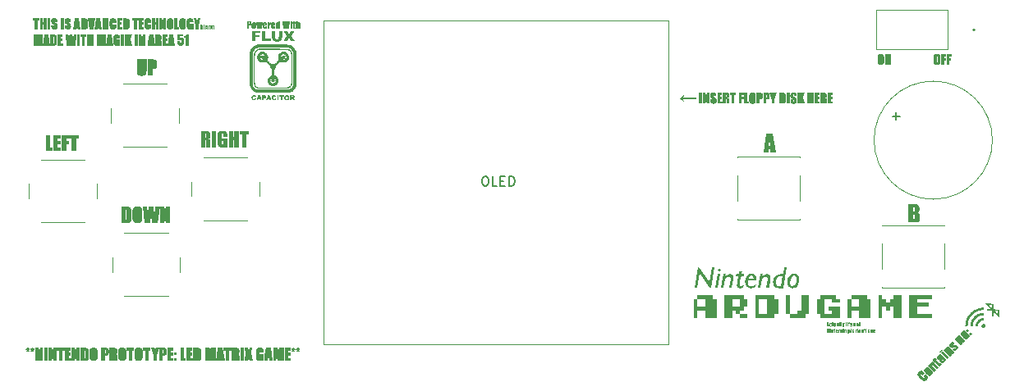
<source format=gbr>
%TF.GenerationSoftware,KiCad,Pcbnew,7.0.5*%
%TF.CreationDate,2023-12-02T12:19:24+05:30*%
%TF.ProjectId,GameBoy-Arduino,47616d65-426f-4792-9d41-726475696e6f,rev?*%
%TF.SameCoordinates,Original*%
%TF.FileFunction,Legend,Top*%
%TF.FilePolarity,Positive*%
%FSLAX46Y46*%
G04 Gerber Fmt 4.6, Leading zero omitted, Abs format (unit mm)*
G04 Created by KiCad (PCBNEW 7.0.5) date 2023-12-02 12:19:24*
%MOMM*%
%LPD*%
G01*
G04 APERTURE LIST*
%ADD10C,0.250000*%
%ADD11C,0.300000*%
%ADD12C,0.125000*%
%ADD13C,0.100000*%
%ADD14C,0.175000*%
%ADD15C,0.075000*%
%ADD16C,0.150000*%
%ADD17C,0.120000*%
%ADD18C,0.200000*%
G04 APERTURE END LIST*
D10*
G36*
X76308918Y-90645434D02*
G01*
X76308918Y-90766774D01*
X76426741Y-90728379D01*
X76470997Y-90837116D01*
X76351416Y-90884304D01*
X76426154Y-90990110D01*
X76329141Y-91061624D01*
X76247662Y-90955232D01*
X76167941Y-91061624D01*
X76066531Y-90990403D01*
X76142149Y-90880787D01*
X76021688Y-90837409D01*
X76063893Y-90728672D01*
X76186406Y-90766774D01*
X76186406Y-90645434D01*
X76308918Y-90645434D01*
G37*
G36*
X76780209Y-90645434D02*
G01*
X76780209Y-90766774D01*
X76898032Y-90728379D01*
X76942288Y-90837116D01*
X76822707Y-90884304D01*
X76897445Y-90990110D01*
X76800432Y-91061624D01*
X76718953Y-90955232D01*
X76639232Y-91061624D01*
X76537822Y-90990403D01*
X76613440Y-90880787D01*
X76492979Y-90837409D01*
X76535184Y-90728672D01*
X76657697Y-90766774D01*
X76657697Y-90645434D01*
X76780209Y-90645434D01*
G37*
G36*
X77805443Y-90645434D02*
G01*
X77805443Y-91996000D01*
X77484801Y-91996000D01*
X77311290Y-91381094D01*
X77320669Y-91996000D01*
X77011751Y-91996000D01*
X77011751Y-90645434D01*
X77318032Y-90645434D01*
X77505903Y-91254478D01*
X77496524Y-90645434D01*
X77805443Y-90645434D01*
G37*
G36*
X78287285Y-90645434D02*
G01*
X78287285Y-91996000D01*
X77921507Y-91996000D01*
X77921507Y-90645434D01*
X78287285Y-90645434D01*
G37*
G36*
X79198213Y-90645434D02*
G01*
X79198213Y-91996000D01*
X78877571Y-91996000D01*
X78704061Y-91381094D01*
X78713440Y-91996000D01*
X78404521Y-91996000D01*
X78404521Y-90645434D01*
X78710802Y-90645434D01*
X78898674Y-91254478D01*
X78889295Y-90645434D01*
X79198213Y-90645434D01*
G37*
G36*
X80032058Y-90645434D02*
G01*
X80032058Y-90926802D01*
X79826015Y-90926802D01*
X79826015Y-91996000D01*
X79460237Y-91996000D01*
X79460237Y-90926802D01*
X79255073Y-90926802D01*
X79255073Y-90645434D01*
X80032058Y-90645434D01*
G37*
G36*
X80088039Y-90645434D02*
G01*
X80685652Y-90645434D01*
X80685652Y-90926802D01*
X80453817Y-90926802D01*
X80453817Y-91151896D01*
X80670704Y-91151896D01*
X80670704Y-91433264D01*
X80453817Y-91433264D01*
X80453817Y-91714632D01*
X80708513Y-91714632D01*
X80708513Y-91996000D01*
X80088039Y-91996000D01*
X80088039Y-90645434D01*
G37*
G36*
X81579288Y-90645434D02*
G01*
X81579288Y-91996000D01*
X81258646Y-91996000D01*
X81085136Y-91381094D01*
X81094515Y-91996000D01*
X80785596Y-91996000D01*
X80785596Y-90645434D01*
X81091877Y-90645434D01*
X81279748Y-91254478D01*
X81270369Y-90645434D01*
X81579288Y-90645434D01*
G37*
G36*
X81980042Y-90645457D02*
G01*
X81995357Y-90645527D01*
X82010356Y-90645643D01*
X82025039Y-90645805D01*
X82039404Y-90646014D01*
X82053454Y-90646269D01*
X82067186Y-90646570D01*
X82080602Y-90646918D01*
X82093702Y-90647312D01*
X82106485Y-90647753D01*
X82118951Y-90648240D01*
X82131101Y-90648773D01*
X82142934Y-90649352D01*
X82165651Y-90650651D01*
X82187102Y-90652134D01*
X82207286Y-90653804D01*
X82226204Y-90655658D01*
X82243856Y-90657699D01*
X82260242Y-90659924D01*
X82275361Y-90662335D01*
X82289214Y-90664932D01*
X82301801Y-90667714D01*
X82307620Y-90669175D01*
X82324225Y-90673847D01*
X82340077Y-90679070D01*
X82355178Y-90684844D01*
X82369526Y-90691170D01*
X82383122Y-90698047D01*
X82395966Y-90705476D01*
X82408058Y-90713455D01*
X82419398Y-90721986D01*
X82429985Y-90731068D01*
X82439820Y-90740702D01*
X82445959Y-90747430D01*
X82454652Y-90757755D01*
X82462706Y-90768285D01*
X82470122Y-90779022D01*
X82476898Y-90789965D01*
X82483036Y-90801114D01*
X82488535Y-90812469D01*
X82493395Y-90824030D01*
X82497616Y-90835797D01*
X82501199Y-90847770D01*
X82504142Y-90859950D01*
X82505750Y-90868184D01*
X82507897Y-90881693D01*
X82509833Y-90897382D01*
X82511007Y-90909052D01*
X82512087Y-90921690D01*
X82513072Y-90935297D01*
X82513964Y-90949873D01*
X82514762Y-90965417D01*
X82515466Y-90981930D01*
X82516077Y-90999411D01*
X82516593Y-91017861D01*
X82517015Y-91037279D01*
X82517344Y-91057666D01*
X82517579Y-91079022D01*
X82517719Y-91101346D01*
X82517766Y-91124639D01*
X82517766Y-91590947D01*
X82517698Y-91613054D01*
X82517492Y-91634238D01*
X82517148Y-91654499D01*
X82516667Y-91673837D01*
X82516049Y-91692253D01*
X82515293Y-91709745D01*
X82514400Y-91726315D01*
X82513370Y-91741963D01*
X82512202Y-91756687D01*
X82510897Y-91770489D01*
X82509455Y-91783367D01*
X82507875Y-91795323D01*
X82505247Y-91811527D01*
X82502310Y-91825655D01*
X82500181Y-91833920D01*
X82496702Y-91845393D01*
X82491325Y-91859970D01*
X82485106Y-91873723D01*
X82478045Y-91886651D01*
X82470140Y-91898754D01*
X82461393Y-91910034D01*
X82451804Y-91920489D01*
X82441371Y-91930120D01*
X82438632Y-91932399D01*
X82427334Y-91940999D01*
X82415423Y-91948922D01*
X82402897Y-91956167D01*
X82389759Y-91962734D01*
X82376006Y-91968623D01*
X82361640Y-91973834D01*
X82346661Y-91978368D01*
X82335023Y-91981324D01*
X82331067Y-91982224D01*
X82318651Y-91984686D01*
X82305142Y-91986906D01*
X82290542Y-91988883D01*
X82274849Y-91990619D01*
X82258063Y-91992112D01*
X82246266Y-91992973D01*
X82233984Y-91993726D01*
X82221216Y-91994372D01*
X82207963Y-91994910D01*
X82194224Y-91995340D01*
X82180000Y-91995663D01*
X82165291Y-91995878D01*
X82150096Y-91995986D01*
X82142316Y-91996000D01*
X81695352Y-91996000D01*
X81695352Y-90889286D01*
X82061130Y-90889286D01*
X82061130Y-91752147D01*
X82075450Y-91751731D01*
X82088369Y-91750480D01*
X82102547Y-91747746D01*
X82114536Y-91743708D01*
X82126031Y-91737145D01*
X82134374Y-91728706D01*
X82136454Y-91725476D01*
X82140930Y-91714495D01*
X82143964Y-91702032D01*
X82146512Y-91686299D01*
X82148105Y-91672353D01*
X82149425Y-91656568D01*
X82150471Y-91638944D01*
X82151017Y-91626173D01*
X82151442Y-91612584D01*
X82151746Y-91598178D01*
X82151928Y-91582955D01*
X82151988Y-91566914D01*
X82151988Y-91046383D01*
X82151942Y-91030100D01*
X82151803Y-91014990D01*
X82151571Y-91001056D01*
X82151246Y-90988296D01*
X82150669Y-90973110D01*
X82149928Y-90960013D01*
X82148768Y-90946578D01*
X82147037Y-90934762D01*
X82146713Y-90933250D01*
X82142890Y-90921246D01*
X82136250Y-90910301D01*
X82127090Y-90901874D01*
X82123852Y-90899838D01*
X82111662Y-90894737D01*
X82099232Y-90891924D01*
X82086524Y-90890317D01*
X82074485Y-90889544D01*
X82061130Y-90889286D01*
X81695352Y-90889286D01*
X81695352Y-90645434D01*
X81964410Y-90645434D01*
X81980042Y-90645457D01*
G37*
G36*
X83038616Y-90626815D02*
G01*
X83051958Y-90627231D01*
X83065132Y-90627923D01*
X83078139Y-90628893D01*
X83090979Y-90630140D01*
X83103652Y-90631664D01*
X83116157Y-90633464D01*
X83128496Y-90635542D01*
X83140667Y-90637897D01*
X83152671Y-90640530D01*
X83164508Y-90643439D01*
X83176178Y-90646625D01*
X83187681Y-90650088D01*
X83199016Y-90653829D01*
X83210185Y-90657846D01*
X83221186Y-90662140D01*
X83237266Y-90669052D01*
X83252754Y-90676597D01*
X83267649Y-90684776D01*
X83281952Y-90693588D01*
X83295662Y-90703034D01*
X83308780Y-90713114D01*
X83321305Y-90723828D01*
X83333238Y-90735175D01*
X83344579Y-90747156D01*
X83355327Y-90759771D01*
X83362163Y-90768533D01*
X83371836Y-90781935D01*
X83380741Y-90795543D01*
X83388878Y-90809357D01*
X83396248Y-90823377D01*
X83402851Y-90837604D01*
X83408685Y-90852036D01*
X83413752Y-90866675D01*
X83418052Y-90881519D01*
X83421583Y-90896570D01*
X83424347Y-90911827D01*
X83425764Y-90922113D01*
X83427545Y-90938671D01*
X83428634Y-90950889D01*
X83429647Y-90964051D01*
X83430581Y-90978156D01*
X83431437Y-90993204D01*
X83432216Y-91009196D01*
X83432916Y-91026131D01*
X83433539Y-91044010D01*
X83434084Y-91062832D01*
X83434551Y-91082597D01*
X83434940Y-91103306D01*
X83435252Y-91124958D01*
X83435485Y-91147554D01*
X83435641Y-91171093D01*
X83435690Y-91183216D01*
X83435719Y-91195575D01*
X83435729Y-91208170D01*
X83435729Y-91433264D01*
X83435719Y-91445553D01*
X83435691Y-91457619D01*
X83435644Y-91469461D01*
X83435493Y-91492473D01*
X83435266Y-91514590D01*
X83434964Y-91535812D01*
X83434586Y-91556138D01*
X83434132Y-91575569D01*
X83433604Y-91594105D01*
X83432999Y-91611745D01*
X83432319Y-91628491D01*
X83431563Y-91644340D01*
X83430732Y-91659295D01*
X83429825Y-91673354D01*
X83428843Y-91686518D01*
X83427785Y-91698787D01*
X83426057Y-91715511D01*
X83423877Y-91731110D01*
X83420967Y-91746471D01*
X83417324Y-91761596D01*
X83412950Y-91776483D01*
X83407844Y-91791134D01*
X83402007Y-91805547D01*
X83395438Y-91819724D01*
X83388138Y-91833663D01*
X83380106Y-91847366D01*
X83371343Y-91860832D01*
X83365094Y-91869677D01*
X83355162Y-91882578D01*
X83344602Y-91894901D01*
X83333414Y-91906648D01*
X83321597Y-91917817D01*
X83309152Y-91928410D01*
X83296078Y-91938425D01*
X83282375Y-91947864D01*
X83268044Y-91956725D01*
X83253084Y-91965010D01*
X83237496Y-91972717D01*
X83226755Y-91977535D01*
X83215800Y-91982042D01*
X83204626Y-91986259D01*
X83193232Y-91990185D01*
X83181618Y-91993820D01*
X83169785Y-91997164D01*
X83157732Y-92000217D01*
X83145458Y-92002980D01*
X83132965Y-92005452D01*
X83120252Y-92007633D01*
X83107320Y-92009523D01*
X83094167Y-92011122D01*
X83080795Y-92012431D01*
X83067203Y-92013449D01*
X83053391Y-92014176D01*
X83039359Y-92014612D01*
X83025108Y-92014757D01*
X83011564Y-92014620D01*
X82998189Y-92014208D01*
X82984984Y-92013521D01*
X82971948Y-92012559D01*
X82959082Y-92011323D01*
X82946385Y-92009811D01*
X82933858Y-92008025D01*
X82921500Y-92005965D01*
X82909311Y-92003629D01*
X82897292Y-92001019D01*
X82885443Y-91998134D01*
X82873763Y-91994974D01*
X82862252Y-91991539D01*
X82850911Y-91987830D01*
X82839739Y-91983845D01*
X82828736Y-91979586D01*
X82812656Y-91972625D01*
X82797168Y-91965041D01*
X82782273Y-91956833D01*
X82767970Y-91948001D01*
X82754260Y-91938546D01*
X82741142Y-91928468D01*
X82728617Y-91917767D01*
X82716684Y-91906442D01*
X82705343Y-91894493D01*
X82694596Y-91881922D01*
X82687759Y-91873194D01*
X82678087Y-91859740D01*
X82669181Y-91846084D01*
X82661044Y-91832228D01*
X82653674Y-91818171D01*
X82647072Y-91803913D01*
X82641237Y-91789454D01*
X82636170Y-91774794D01*
X82631871Y-91759933D01*
X82628339Y-91744871D01*
X82625575Y-91729608D01*
X82624159Y-91719321D01*
X82622378Y-91702763D01*
X82621288Y-91690544D01*
X82620276Y-91677383D01*
X82619341Y-91663278D01*
X82618485Y-91648229D01*
X82617707Y-91632238D01*
X82617006Y-91615302D01*
X82616934Y-91613222D01*
X82979972Y-91613222D01*
X82980004Y-91626869D01*
X82980100Y-91639820D01*
X82980260Y-91652075D01*
X82980621Y-91669152D01*
X82981126Y-91684663D01*
X82981775Y-91698608D01*
X82982568Y-91710986D01*
X82983850Y-91725055D01*
X82985814Y-91738725D01*
X82988178Y-91748044D01*
X82994348Y-91759095D01*
X83003624Y-91766530D01*
X83016007Y-91770347D01*
X83024228Y-91770905D01*
X83037326Y-91769238D01*
X83049039Y-91763378D01*
X83057553Y-91753298D01*
X83061451Y-91744234D01*
X83064340Y-91731162D01*
X83065933Y-91719035D01*
X83067261Y-91704179D01*
X83068083Y-91691246D01*
X83068755Y-91676777D01*
X83069278Y-91660773D01*
X83069652Y-91643234D01*
X83069818Y-91630689D01*
X83069917Y-91617460D01*
X83069951Y-91603550D01*
X83069951Y-91003299D01*
X83069873Y-90987083D01*
X83069642Y-90972067D01*
X83069255Y-90958252D01*
X83068714Y-90945638D01*
X83067752Y-90930685D01*
X83066516Y-90917867D01*
X83064584Y-90904846D01*
X83061158Y-90892217D01*
X83054867Y-90881733D01*
X83044724Y-90874108D01*
X83032756Y-90870867D01*
X83026573Y-90870528D01*
X83014832Y-90871896D01*
X83003635Y-90876625D01*
X82994384Y-90884731D01*
X82991988Y-90887821D01*
X82987306Y-90899257D01*
X82984666Y-90912166D01*
X82982976Y-90925337D01*
X82981661Y-90941035D01*
X82980922Y-90954468D01*
X82980394Y-90969323D01*
X82980077Y-90985600D01*
X82979972Y-91003299D01*
X82979972Y-91613222D01*
X82616934Y-91613222D01*
X82616383Y-91597424D01*
X82615838Y-91578602D01*
X82615371Y-91558836D01*
X82614982Y-91538128D01*
X82614670Y-91516476D01*
X82614437Y-91493880D01*
X82614281Y-91470341D01*
X82614232Y-91458218D01*
X82614203Y-91445859D01*
X82614193Y-91433264D01*
X82614193Y-91208170D01*
X82614203Y-91195880D01*
X82614231Y-91183815D01*
X82614279Y-91171973D01*
X82614430Y-91148960D01*
X82614656Y-91126843D01*
X82614959Y-91105622D01*
X82615336Y-91085295D01*
X82615790Y-91065864D01*
X82616319Y-91047329D01*
X82616923Y-91029688D01*
X82617603Y-91012943D01*
X82618359Y-90997093D01*
X82619190Y-90982139D01*
X82620097Y-90968080D01*
X82621079Y-90954916D01*
X82622137Y-90942647D01*
X82623866Y-90925923D01*
X82626045Y-90910324D01*
X82628956Y-90894963D01*
X82632598Y-90879838D01*
X82636972Y-90864951D01*
X82642078Y-90850300D01*
X82647915Y-90835886D01*
X82654484Y-90821710D01*
X82661784Y-90807770D01*
X82669816Y-90794068D01*
X82678580Y-90780602D01*
X82684829Y-90771757D01*
X82694757Y-90758859D01*
X82705309Y-90746543D01*
X82716485Y-90734809D01*
X82728284Y-90723658D01*
X82740706Y-90713088D01*
X82753752Y-90703101D01*
X82767421Y-90693696D01*
X82781714Y-90684873D01*
X82796629Y-90676633D01*
X82812169Y-90668974D01*
X82822875Y-90664192D01*
X82833866Y-90659649D01*
X82845076Y-90655399D01*
X82856507Y-90651443D01*
X82868157Y-90647779D01*
X82880027Y-90644408D01*
X82892117Y-90641331D01*
X82904427Y-90638547D01*
X82916957Y-90636055D01*
X82929706Y-90633857D01*
X82942676Y-90631952D01*
X82955865Y-90630340D01*
X82969274Y-90629021D01*
X82982903Y-90627995D01*
X82996751Y-90627263D01*
X83010819Y-90626823D01*
X83025108Y-90626676D01*
X83038616Y-90626815D01*
G37*
G36*
X84213925Y-90645522D02*
G01*
X84231041Y-90645787D01*
X84247649Y-90646228D01*
X84263749Y-90646845D01*
X84279340Y-90647638D01*
X84294422Y-90648608D01*
X84308997Y-90649754D01*
X84323063Y-90651076D01*
X84336621Y-90652575D01*
X84349670Y-90654250D01*
X84362211Y-90656101D01*
X84374244Y-90658129D01*
X84385769Y-90660333D01*
X84402102Y-90663969D01*
X84417292Y-90668002D01*
X84431627Y-90672419D01*
X84445288Y-90677207D01*
X84458273Y-90682366D01*
X84470584Y-90687896D01*
X84482220Y-90693797D01*
X84493181Y-90700068D01*
X84503467Y-90706711D01*
X84513078Y-90713725D01*
X84524843Y-90723653D01*
X84535408Y-90734241D01*
X84545039Y-90745356D01*
X84553854Y-90757010D01*
X84561855Y-90769206D01*
X84569040Y-90781942D01*
X84575410Y-90795218D01*
X84580965Y-90809034D01*
X84585705Y-90823391D01*
X84589630Y-90838288D01*
X84592144Y-90850228D01*
X84594411Y-90863296D01*
X84596430Y-90877493D01*
X84598203Y-90892817D01*
X84599728Y-90909270D01*
X84601005Y-90926851D01*
X84601720Y-90939199D01*
X84602324Y-90952048D01*
X84602819Y-90965398D01*
X84603203Y-90979250D01*
X84603478Y-90993604D01*
X84603643Y-91008459D01*
X84603698Y-91023815D01*
X84603698Y-91138707D01*
X84603590Y-91154488D01*
X84603268Y-91169738D01*
X84602729Y-91184457D01*
X84601976Y-91198644D01*
X84601008Y-91212301D01*
X84599824Y-91225426D01*
X84598425Y-91238019D01*
X84596810Y-91250082D01*
X84593985Y-91267180D01*
X84590676Y-91283082D01*
X84586882Y-91297789D01*
X84582605Y-91311301D01*
X84577842Y-91323618D01*
X84576147Y-91327458D01*
X84570582Y-91338531D01*
X84564219Y-91349110D01*
X84557057Y-91359194D01*
X84549096Y-91368784D01*
X84540337Y-91377879D01*
X84530779Y-91386479D01*
X84520423Y-91394585D01*
X84509268Y-91402196D01*
X84497314Y-91409313D01*
X84484562Y-91415935D01*
X84475617Y-91420075D01*
X84461557Y-91425784D01*
X84446745Y-91430932D01*
X84431181Y-91435518D01*
X84414865Y-91439543D01*
X84397796Y-91443006D01*
X84385999Y-91445002D01*
X84373868Y-91446749D01*
X84361402Y-91448247D01*
X84348603Y-91449495D01*
X84335468Y-91450493D01*
X84322000Y-91451242D01*
X84308197Y-91451741D01*
X84294060Y-91451991D01*
X84286866Y-91452022D01*
X84203042Y-91452022D01*
X84203042Y-91996000D01*
X83837264Y-91996000D01*
X83837264Y-90889286D01*
X84203042Y-90889286D01*
X84203042Y-91207877D01*
X84214885Y-91208156D01*
X84219162Y-91208170D01*
X84232052Y-91207676D01*
X84245763Y-91205780D01*
X84257558Y-91202462D01*
X84268896Y-91196794D01*
X84278660Y-91187946D01*
X84284941Y-91176701D01*
X84289097Y-91163243D01*
X84291694Y-91149337D01*
X84293205Y-91136451D01*
X84294213Y-91121997D01*
X84294638Y-91110130D01*
X84294780Y-91097381D01*
X84294780Y-90988644D01*
X84294487Y-90973394D01*
X84293607Y-90959592D01*
X84292142Y-90947236D01*
X84289486Y-90933826D01*
X84285089Y-90920720D01*
X84278293Y-90909544D01*
X84276022Y-90907165D01*
X84266218Y-90900199D01*
X84255070Y-90895589D01*
X84241386Y-90892237D01*
X84228046Y-90890404D01*
X84216108Y-90889566D01*
X84203042Y-90889286D01*
X83837264Y-90889286D01*
X83837264Y-90645434D01*
X84196301Y-90645434D01*
X84213925Y-90645522D01*
G37*
G36*
X84950437Y-90645453D02*
G01*
X84965382Y-90645510D01*
X84980021Y-90645604D01*
X84994352Y-90645737D01*
X85008377Y-90645907D01*
X85022095Y-90646114D01*
X85035506Y-90646360D01*
X85048611Y-90646643D01*
X85061408Y-90646964D01*
X85073899Y-90647323D01*
X85086083Y-90647720D01*
X85097960Y-90648155D01*
X85120794Y-90649137D01*
X85142400Y-90650270D01*
X85162779Y-90651555D01*
X85181931Y-90652991D01*
X85199855Y-90654577D01*
X85216552Y-90656315D01*
X85232022Y-90658204D01*
X85246264Y-90660245D01*
X85259279Y-90662436D01*
X85271067Y-90664778D01*
X85287540Y-90668944D01*
X85303435Y-90674186D01*
X85318754Y-90680505D01*
X85333496Y-90687900D01*
X85347660Y-90696373D01*
X85361248Y-90705922D01*
X85374258Y-90716548D01*
X85386692Y-90728251D01*
X85398548Y-90741030D01*
X85406132Y-90750148D01*
X85413459Y-90759745D01*
X85417027Y-90764722D01*
X85423912Y-90775160D01*
X85430353Y-90786324D01*
X85436350Y-90798214D01*
X85441903Y-90810829D01*
X85447011Y-90824171D01*
X85451676Y-90838238D01*
X85455896Y-90853031D01*
X85459672Y-90868550D01*
X85463003Y-90884795D01*
X85465891Y-90901766D01*
X85468334Y-90919462D01*
X85470333Y-90937885D01*
X85471887Y-90957033D01*
X85472998Y-90976907D01*
X85473664Y-90997507D01*
X85473886Y-91018833D01*
X85473726Y-91038255D01*
X85473245Y-91056880D01*
X85472444Y-91074708D01*
X85471322Y-91091739D01*
X85469879Y-91107974D01*
X85468116Y-91123411D01*
X85466033Y-91138052D01*
X85463628Y-91151896D01*
X85460903Y-91164943D01*
X85457858Y-91177194D01*
X85454492Y-91188647D01*
X85448842Y-91204333D01*
X85442471Y-91218226D01*
X85435378Y-91230327D01*
X85432854Y-91233962D01*
X85424530Y-91244037D01*
X85414835Y-91253158D01*
X85403771Y-91261327D01*
X85391335Y-91268542D01*
X85377530Y-91274804D01*
X85362354Y-91280113D01*
X85345807Y-91284469D01*
X85334015Y-91286844D01*
X85321613Y-91288795D01*
X85308603Y-91290322D01*
X85294983Y-91291426D01*
X85280755Y-91292106D01*
X85273412Y-91292287D01*
X85286653Y-91294521D01*
X85299337Y-91296972D01*
X85311465Y-91299641D01*
X85323036Y-91302527D01*
X85339350Y-91307264D01*
X85354412Y-91312491D01*
X85368222Y-91318207D01*
X85380780Y-91324413D01*
X85392086Y-91331108D01*
X85402140Y-91338292D01*
X85413598Y-91348633D01*
X85418492Y-91354129D01*
X85427358Y-91365157D01*
X85435345Y-91375965D01*
X85442452Y-91386553D01*
X85448681Y-91396921D01*
X85455229Y-91409572D01*
X85460404Y-91421879D01*
X85464205Y-91433843D01*
X85464801Y-91436195D01*
X85467418Y-91450882D01*
X85468776Y-91462628D01*
X85469974Y-91476574D01*
X85471012Y-91492719D01*
X85471615Y-91504705D01*
X85472147Y-91517669D01*
X85472609Y-91531610D01*
X85472999Y-91546529D01*
X85473319Y-91562426D01*
X85473567Y-91579300D01*
X85473744Y-91597152D01*
X85473851Y-91615982D01*
X85473886Y-91635790D01*
X85473886Y-91996000D01*
X85132728Y-91996000D01*
X85132728Y-91544346D01*
X85132671Y-91531659D01*
X85132499Y-91519611D01*
X85132027Y-91502738D01*
X85131297Y-91487302D01*
X85130309Y-91473303D01*
X85129064Y-91460741D01*
X85127004Y-91446229D01*
X85124485Y-91434271D01*
X85120692Y-91422918D01*
X85118073Y-91418023D01*
X85109614Y-91409344D01*
X85099104Y-91403601D01*
X85085586Y-91399425D01*
X85072021Y-91397140D01*
X85059666Y-91396096D01*
X85045973Y-91395748D01*
X85045973Y-91996000D01*
X84680195Y-91996000D01*
X84680195Y-90889286D01*
X85045973Y-90889286D01*
X85045973Y-91170654D01*
X85059808Y-91170311D01*
X85072368Y-91169280D01*
X85085760Y-91167137D01*
X85097318Y-91164005D01*
X85108484Y-91159100D01*
X85112505Y-91156586D01*
X85120385Y-91147079D01*
X85124828Y-91136184D01*
X85128284Y-91121868D01*
X85130338Y-91107953D01*
X85131464Y-91096081D01*
X85132234Y-91082977D01*
X85132649Y-91068641D01*
X85132728Y-91058400D01*
X85132728Y-90984248D01*
X85132417Y-90969896D01*
X85131482Y-90956881D01*
X85129925Y-90945203D01*
X85127103Y-90932486D01*
X85122432Y-90919984D01*
X85115211Y-90909200D01*
X85112798Y-90906872D01*
X85102888Y-90900020D01*
X85090342Y-90894850D01*
X85077489Y-90891759D01*
X85065299Y-90890128D01*
X85051764Y-90889355D01*
X85045973Y-90889286D01*
X84680195Y-90889286D01*
X84680195Y-90645434D01*
X84935184Y-90645434D01*
X84950437Y-90645453D01*
G37*
G36*
X85998840Y-90626815D02*
G01*
X86012181Y-90627231D01*
X86025355Y-90627923D01*
X86038362Y-90628893D01*
X86051202Y-90630140D01*
X86063875Y-90631664D01*
X86076381Y-90633464D01*
X86088719Y-90635542D01*
X86100890Y-90637897D01*
X86112894Y-90640530D01*
X86124731Y-90643439D01*
X86136401Y-90646625D01*
X86147904Y-90650088D01*
X86159240Y-90653829D01*
X86170408Y-90657846D01*
X86181409Y-90662140D01*
X86197489Y-90669052D01*
X86212977Y-90676597D01*
X86227872Y-90684776D01*
X86242175Y-90693588D01*
X86255886Y-90703034D01*
X86269003Y-90713114D01*
X86281529Y-90723828D01*
X86293462Y-90735175D01*
X86304802Y-90747156D01*
X86315550Y-90759771D01*
X86322386Y-90768533D01*
X86332059Y-90781935D01*
X86340964Y-90795543D01*
X86349102Y-90809357D01*
X86356472Y-90823377D01*
X86363074Y-90837604D01*
X86368909Y-90852036D01*
X86373976Y-90866675D01*
X86378275Y-90881519D01*
X86381807Y-90896570D01*
X86384571Y-90911827D01*
X86385987Y-90922113D01*
X86387768Y-90938671D01*
X86388858Y-90950889D01*
X86389870Y-90964051D01*
X86390804Y-90978156D01*
X86391660Y-90993204D01*
X86392439Y-91009196D01*
X86393140Y-91026131D01*
X86393762Y-91044010D01*
X86394307Y-91062832D01*
X86394775Y-91082597D01*
X86395164Y-91103306D01*
X86395475Y-91124958D01*
X86395709Y-91147554D01*
X86395864Y-91171093D01*
X86395913Y-91183216D01*
X86395942Y-91195575D01*
X86395952Y-91208170D01*
X86395952Y-91433264D01*
X86395943Y-91445553D01*
X86395914Y-91457619D01*
X86395867Y-91469461D01*
X86395716Y-91492473D01*
X86395489Y-91514590D01*
X86395187Y-91535812D01*
X86394809Y-91556138D01*
X86394356Y-91575569D01*
X86393827Y-91594105D01*
X86393222Y-91611745D01*
X86392542Y-91628491D01*
X86391787Y-91644340D01*
X86390955Y-91659295D01*
X86390049Y-91673354D01*
X86389066Y-91686518D01*
X86388009Y-91698787D01*
X86386280Y-91715511D01*
X86384101Y-91731110D01*
X86381190Y-91746471D01*
X86377547Y-91761596D01*
X86373173Y-91776483D01*
X86368068Y-91791134D01*
X86362231Y-91805547D01*
X86355662Y-91819724D01*
X86348361Y-91833663D01*
X86340329Y-91847366D01*
X86331566Y-91860832D01*
X86325317Y-91869677D01*
X86315386Y-91882578D01*
X86304826Y-91894901D01*
X86293637Y-91906648D01*
X86281820Y-91917817D01*
X86269375Y-91928410D01*
X86256301Y-91938425D01*
X86242598Y-91947864D01*
X86228267Y-91956725D01*
X86213307Y-91965010D01*
X86197719Y-91972717D01*
X86186978Y-91977535D01*
X86176024Y-91982042D01*
X86164849Y-91986259D01*
X86153456Y-91990185D01*
X86141842Y-91993820D01*
X86130008Y-91997164D01*
X86117955Y-92000217D01*
X86105682Y-92002980D01*
X86093189Y-92005452D01*
X86080476Y-92007633D01*
X86067543Y-92009523D01*
X86054391Y-92011122D01*
X86041018Y-92012431D01*
X86027426Y-92013449D01*
X86013614Y-92014176D01*
X85999583Y-92014612D01*
X85985331Y-92014757D01*
X85971787Y-92014620D01*
X85958412Y-92014208D01*
X85945207Y-92013521D01*
X85932172Y-92012559D01*
X85919305Y-92011323D01*
X85906608Y-92009811D01*
X85894081Y-92008025D01*
X85881723Y-92005965D01*
X85869535Y-92003629D01*
X85857516Y-92001019D01*
X85845666Y-91998134D01*
X85833986Y-91994974D01*
X85822475Y-91991539D01*
X85811134Y-91987830D01*
X85799962Y-91983845D01*
X85788960Y-91979586D01*
X85772879Y-91972625D01*
X85757392Y-91965041D01*
X85742496Y-91956833D01*
X85728194Y-91948001D01*
X85714483Y-91938546D01*
X85701365Y-91928468D01*
X85688840Y-91917767D01*
X85676907Y-91906442D01*
X85665567Y-91894493D01*
X85654819Y-91881922D01*
X85647983Y-91873194D01*
X85638310Y-91859740D01*
X85629405Y-91846084D01*
X85621267Y-91832228D01*
X85613897Y-91818171D01*
X85607295Y-91803913D01*
X85601460Y-91789454D01*
X85596393Y-91774794D01*
X85592094Y-91759933D01*
X85588562Y-91744871D01*
X85585798Y-91729608D01*
X85584382Y-91719321D01*
X85582601Y-91702763D01*
X85581511Y-91690544D01*
X85580499Y-91677383D01*
X85579565Y-91663278D01*
X85578708Y-91648229D01*
X85577930Y-91632238D01*
X85577229Y-91615302D01*
X85577157Y-91613222D01*
X85940195Y-91613222D01*
X85940227Y-91626869D01*
X85940323Y-91639820D01*
X85940483Y-91652075D01*
X85940844Y-91669152D01*
X85941349Y-91684663D01*
X85941998Y-91698608D01*
X85942792Y-91710986D01*
X85944074Y-91725055D01*
X85946037Y-91738725D01*
X85948401Y-91748044D01*
X85954571Y-91759095D01*
X85963847Y-91766530D01*
X85976230Y-91770347D01*
X85984452Y-91770905D01*
X85997549Y-91769238D01*
X86009262Y-91763378D01*
X86017776Y-91753298D01*
X86021674Y-91744234D01*
X86024563Y-91731162D01*
X86026157Y-91719035D01*
X86027485Y-91704179D01*
X86028306Y-91691246D01*
X86028979Y-91676777D01*
X86029502Y-91660773D01*
X86029875Y-91643234D01*
X86030041Y-91630689D01*
X86030141Y-91617460D01*
X86030174Y-91603550D01*
X86030174Y-91003299D01*
X86030097Y-90987083D01*
X86029865Y-90972067D01*
X86029478Y-90958252D01*
X86028937Y-90945638D01*
X86027976Y-90930685D01*
X86026739Y-90917867D01*
X86024807Y-90904846D01*
X86021381Y-90892217D01*
X86015091Y-90881733D01*
X86004947Y-90874108D01*
X85992979Y-90870867D01*
X85986796Y-90870528D01*
X85975055Y-90871896D01*
X85963858Y-90876625D01*
X85954607Y-90884731D01*
X85952212Y-90887821D01*
X85947529Y-90899257D01*
X85944889Y-90912166D01*
X85943199Y-90925337D01*
X85941885Y-90941035D01*
X85941145Y-90954468D01*
X85940617Y-90969323D01*
X85940301Y-90985600D01*
X85940195Y-91003299D01*
X85940195Y-91613222D01*
X85577157Y-91613222D01*
X85576606Y-91597424D01*
X85576061Y-91578602D01*
X85575594Y-91558836D01*
X85575205Y-91538128D01*
X85574894Y-91516476D01*
X85574660Y-91493880D01*
X85574504Y-91470341D01*
X85574456Y-91458218D01*
X85574427Y-91445859D01*
X85574417Y-91433264D01*
X85574417Y-91208170D01*
X85574426Y-91195880D01*
X85574455Y-91183815D01*
X85574502Y-91171973D01*
X85574653Y-91148960D01*
X85574880Y-91126843D01*
X85575182Y-91105622D01*
X85575560Y-91085295D01*
X85576013Y-91065864D01*
X85576542Y-91047329D01*
X85577147Y-91029688D01*
X85577827Y-91012943D01*
X85578582Y-90997093D01*
X85579413Y-90982139D01*
X85580320Y-90968080D01*
X85581302Y-90954916D01*
X85582360Y-90942647D01*
X85584089Y-90925923D01*
X85586268Y-90910324D01*
X85589179Y-90894963D01*
X85592821Y-90879838D01*
X85597196Y-90864951D01*
X85602301Y-90850300D01*
X85608138Y-90835886D01*
X85614707Y-90821710D01*
X85622008Y-90807770D01*
X85630039Y-90794068D01*
X85638803Y-90780602D01*
X85645052Y-90771757D01*
X85654981Y-90758859D01*
X85665533Y-90746543D01*
X85676708Y-90734809D01*
X85688507Y-90723658D01*
X85700930Y-90713088D01*
X85713975Y-90703101D01*
X85727644Y-90693696D01*
X85741937Y-90684873D01*
X85756853Y-90676633D01*
X85772392Y-90668974D01*
X85783098Y-90664192D01*
X85794089Y-90659649D01*
X85805300Y-90655399D01*
X85816730Y-90651443D01*
X85828381Y-90647779D01*
X85840251Y-90644408D01*
X85852341Y-90641331D01*
X85864651Y-90638547D01*
X85877180Y-90636055D01*
X85889930Y-90633857D01*
X85902899Y-90631952D01*
X85916088Y-90630340D01*
X85929497Y-90629021D01*
X85943126Y-90627995D01*
X85956974Y-90627263D01*
X85971043Y-90626823D01*
X85985331Y-90626676D01*
X85998840Y-90626815D01*
G37*
G36*
X87219832Y-90645434D02*
G01*
X87219832Y-90926802D01*
X87013789Y-90926802D01*
X87013789Y-91996000D01*
X86648011Y-91996000D01*
X86648011Y-90926802D01*
X86442847Y-90926802D01*
X86442847Y-90645434D01*
X87219832Y-90645434D01*
G37*
G36*
X87690563Y-90626815D02*
G01*
X87703905Y-90627231D01*
X87717079Y-90627923D01*
X87730086Y-90628893D01*
X87742926Y-90630140D01*
X87755599Y-90631664D01*
X87768104Y-90633464D01*
X87780443Y-90635542D01*
X87792614Y-90637897D01*
X87804618Y-90640530D01*
X87816455Y-90643439D01*
X87828125Y-90646625D01*
X87839628Y-90650088D01*
X87850963Y-90653829D01*
X87862132Y-90657846D01*
X87873133Y-90662140D01*
X87889213Y-90669052D01*
X87904701Y-90676597D01*
X87919596Y-90684776D01*
X87933899Y-90693588D01*
X87947609Y-90703034D01*
X87960727Y-90713114D01*
X87973252Y-90723828D01*
X87985185Y-90735175D01*
X87996526Y-90747156D01*
X88007274Y-90759771D01*
X88014110Y-90768533D01*
X88023783Y-90781935D01*
X88032688Y-90795543D01*
X88040825Y-90809357D01*
X88048195Y-90823377D01*
X88054798Y-90837604D01*
X88060632Y-90852036D01*
X88065699Y-90866675D01*
X88069999Y-90881519D01*
X88073530Y-90896570D01*
X88076294Y-90911827D01*
X88077711Y-90922113D01*
X88079491Y-90938671D01*
X88080581Y-90950889D01*
X88081593Y-90964051D01*
X88082528Y-90978156D01*
X88083384Y-90993204D01*
X88084163Y-91009196D01*
X88084863Y-91026131D01*
X88085486Y-91044010D01*
X88086031Y-91062832D01*
X88086498Y-91082597D01*
X88086887Y-91103306D01*
X88087199Y-91124958D01*
X88087432Y-91147554D01*
X88087588Y-91171093D01*
X88087637Y-91183216D01*
X88087666Y-91195575D01*
X88087676Y-91208170D01*
X88087676Y-91433264D01*
X88087666Y-91445553D01*
X88087638Y-91457619D01*
X88087591Y-91469461D01*
X88087440Y-91492473D01*
X88087213Y-91514590D01*
X88086911Y-91535812D01*
X88086533Y-91556138D01*
X88086079Y-91575569D01*
X88085551Y-91594105D01*
X88084946Y-91611745D01*
X88084266Y-91628491D01*
X88083510Y-91644340D01*
X88082679Y-91659295D01*
X88081772Y-91673354D01*
X88080790Y-91686518D01*
X88079732Y-91698787D01*
X88078004Y-91715511D01*
X88075824Y-91731110D01*
X88072914Y-91746471D01*
X88069271Y-91761596D01*
X88064897Y-91776483D01*
X88059791Y-91791134D01*
X88053954Y-91805547D01*
X88047385Y-91819724D01*
X88040085Y-91833663D01*
X88032053Y-91847366D01*
X88023289Y-91860832D01*
X88017041Y-91869677D01*
X88007109Y-91882578D01*
X87996549Y-91894901D01*
X87985361Y-91906648D01*
X87973544Y-91917817D01*
X87961099Y-91928410D01*
X87948025Y-91938425D01*
X87934322Y-91947864D01*
X87919991Y-91956725D01*
X87905031Y-91965010D01*
X87889443Y-91972717D01*
X87878702Y-91977535D01*
X87867747Y-91982042D01*
X87856573Y-91986259D01*
X87845179Y-91990185D01*
X87833565Y-91993820D01*
X87821732Y-91997164D01*
X87809678Y-92000217D01*
X87797405Y-92002980D01*
X87784912Y-92005452D01*
X87772199Y-92007633D01*
X87759267Y-92009523D01*
X87746114Y-92011122D01*
X87732742Y-92012431D01*
X87719150Y-92013449D01*
X87705338Y-92014176D01*
X87691306Y-92014612D01*
X87677055Y-92014757D01*
X87663511Y-92014620D01*
X87650136Y-92014208D01*
X87636931Y-92013521D01*
X87623895Y-92012559D01*
X87611029Y-92011323D01*
X87598332Y-92009811D01*
X87585805Y-92008025D01*
X87573447Y-92005965D01*
X87561258Y-92003629D01*
X87549239Y-92001019D01*
X87537390Y-91998134D01*
X87525710Y-91994974D01*
X87514199Y-91991539D01*
X87502858Y-91987830D01*
X87491686Y-91983845D01*
X87480683Y-91979586D01*
X87464603Y-91972625D01*
X87449115Y-91965041D01*
X87434220Y-91956833D01*
X87419917Y-91948001D01*
X87406207Y-91938546D01*
X87393089Y-91928468D01*
X87380564Y-91917767D01*
X87368631Y-91906442D01*
X87357290Y-91894493D01*
X87346543Y-91881922D01*
X87339706Y-91873194D01*
X87330034Y-91859740D01*
X87321128Y-91846084D01*
X87312991Y-91832228D01*
X87305621Y-91818171D01*
X87299019Y-91803913D01*
X87293184Y-91789454D01*
X87288117Y-91774794D01*
X87283818Y-91759933D01*
X87280286Y-91744871D01*
X87277522Y-91729608D01*
X87276106Y-91719321D01*
X87274325Y-91702763D01*
X87273235Y-91690544D01*
X87272223Y-91677383D01*
X87271288Y-91663278D01*
X87270432Y-91648229D01*
X87269654Y-91632238D01*
X87268953Y-91615302D01*
X87268881Y-91613222D01*
X87631919Y-91613222D01*
X87631951Y-91626869D01*
X87632047Y-91639820D01*
X87632207Y-91652075D01*
X87632568Y-91669152D01*
X87633073Y-91684663D01*
X87633722Y-91698608D01*
X87634515Y-91710986D01*
X87635797Y-91725055D01*
X87637761Y-91738725D01*
X87640125Y-91748044D01*
X87646295Y-91759095D01*
X87655571Y-91766530D01*
X87667954Y-91770347D01*
X87676175Y-91770905D01*
X87689273Y-91769238D01*
X87700986Y-91763378D01*
X87709500Y-91753298D01*
X87713398Y-91744234D01*
X87716287Y-91731162D01*
X87717880Y-91719035D01*
X87719208Y-91704179D01*
X87720030Y-91691246D01*
X87720702Y-91676777D01*
X87721225Y-91660773D01*
X87721599Y-91643234D01*
X87721765Y-91630689D01*
X87721864Y-91617460D01*
X87721898Y-91603550D01*
X87721898Y-91003299D01*
X87721820Y-90987083D01*
X87721588Y-90972067D01*
X87721202Y-90958252D01*
X87720661Y-90945638D01*
X87719699Y-90930685D01*
X87718463Y-90917867D01*
X87716531Y-90904846D01*
X87713105Y-90892217D01*
X87706814Y-90881733D01*
X87696671Y-90874108D01*
X87684702Y-90870867D01*
X87678520Y-90870528D01*
X87666779Y-90871896D01*
X87655582Y-90876625D01*
X87646331Y-90884731D01*
X87643935Y-90887821D01*
X87639253Y-90899257D01*
X87636613Y-90912166D01*
X87634923Y-90925337D01*
X87633608Y-90941035D01*
X87632869Y-90954468D01*
X87632341Y-90969323D01*
X87632024Y-90985600D01*
X87631919Y-91003299D01*
X87631919Y-91613222D01*
X87268881Y-91613222D01*
X87268330Y-91597424D01*
X87267785Y-91578602D01*
X87267318Y-91558836D01*
X87266929Y-91538128D01*
X87266617Y-91516476D01*
X87266384Y-91493880D01*
X87266228Y-91470341D01*
X87266179Y-91458218D01*
X87266150Y-91445859D01*
X87266140Y-91433264D01*
X87266140Y-91208170D01*
X87266150Y-91195880D01*
X87266178Y-91183815D01*
X87266225Y-91171973D01*
X87266377Y-91148960D01*
X87266603Y-91126843D01*
X87266906Y-91105622D01*
X87267283Y-91085295D01*
X87267737Y-91065864D01*
X87268266Y-91047329D01*
X87268870Y-91029688D01*
X87269550Y-91012943D01*
X87270306Y-90997093D01*
X87271137Y-90982139D01*
X87272044Y-90968080D01*
X87273026Y-90954916D01*
X87274084Y-90942647D01*
X87275812Y-90925923D01*
X87277992Y-90910324D01*
X87280903Y-90894963D01*
X87284545Y-90879838D01*
X87288919Y-90864951D01*
X87294025Y-90850300D01*
X87299862Y-90835886D01*
X87306431Y-90821710D01*
X87313731Y-90807770D01*
X87321763Y-90794068D01*
X87330527Y-90780602D01*
X87336775Y-90771757D01*
X87346704Y-90758859D01*
X87357256Y-90746543D01*
X87368432Y-90734809D01*
X87380231Y-90723658D01*
X87392653Y-90713088D01*
X87405699Y-90703101D01*
X87419368Y-90693696D01*
X87433661Y-90684873D01*
X87448576Y-90676633D01*
X87464116Y-90668974D01*
X87474822Y-90664192D01*
X87485812Y-90659649D01*
X87497023Y-90655399D01*
X87508454Y-90651443D01*
X87520104Y-90647779D01*
X87531974Y-90644408D01*
X87544064Y-90641331D01*
X87556374Y-90638547D01*
X87568904Y-90636055D01*
X87581653Y-90633857D01*
X87594623Y-90631952D01*
X87607812Y-90630340D01*
X87621221Y-90629021D01*
X87634849Y-90627995D01*
X87648698Y-90627263D01*
X87662766Y-90626823D01*
X87677055Y-90626676D01*
X87690563Y-90626815D01*
G37*
G36*
X88911556Y-90645434D02*
G01*
X88911556Y-90926802D01*
X88705512Y-90926802D01*
X88705512Y-91996000D01*
X88339734Y-91996000D01*
X88339734Y-90926802D01*
X88134570Y-90926802D01*
X88134570Y-90645434D01*
X88911556Y-90645434D01*
G37*
G36*
X89771193Y-90645434D02*
G01*
X89515031Y-91505951D01*
X89515031Y-91996000D01*
X89174752Y-91996000D01*
X89174752Y-91505951D01*
X88927676Y-90645434D01*
X89266782Y-90645434D01*
X89271507Y-90670143D01*
X89276080Y-90694332D01*
X89280503Y-90718004D01*
X89284776Y-90741156D01*
X89288897Y-90763790D01*
X89292869Y-90785905D01*
X89296690Y-90807502D01*
X89300360Y-90828580D01*
X89303879Y-90849139D01*
X89307249Y-90869180D01*
X89310467Y-90888702D01*
X89313535Y-90907705D01*
X89316453Y-90926190D01*
X89319220Y-90944156D01*
X89321836Y-90961604D01*
X89324302Y-90978533D01*
X89326617Y-90994943D01*
X89328782Y-91010835D01*
X89330796Y-91026208D01*
X89332659Y-91041062D01*
X89334372Y-91055398D01*
X89335935Y-91069215D01*
X89337347Y-91082513D01*
X89338608Y-91095293D01*
X89339719Y-91107554D01*
X89340679Y-91119297D01*
X89342148Y-91141226D01*
X89343015Y-91161081D01*
X89343279Y-91178861D01*
X89344537Y-91165439D01*
X89345893Y-91151807D01*
X89347347Y-91137966D01*
X89348898Y-91123915D01*
X89350548Y-91109655D01*
X89352295Y-91095185D01*
X89354141Y-91080506D01*
X89356084Y-91065617D01*
X89358125Y-91050519D01*
X89360264Y-91035211D01*
X89362501Y-91019694D01*
X89364835Y-91003967D01*
X89367268Y-90988031D01*
X89369798Y-90971885D01*
X89372427Y-90955530D01*
X89375153Y-90938965D01*
X89377977Y-90922191D01*
X89380899Y-90905207D01*
X89383919Y-90888014D01*
X89387037Y-90870611D01*
X89390253Y-90852999D01*
X89393566Y-90835177D01*
X89396978Y-90817145D01*
X89400487Y-90798904D01*
X89404094Y-90780454D01*
X89407800Y-90761794D01*
X89411603Y-90742924D01*
X89415503Y-90723845D01*
X89419502Y-90704557D01*
X89423599Y-90685059D01*
X89427794Y-90665351D01*
X89432086Y-90645434D01*
X89771193Y-90645434D01*
G37*
G36*
X90181267Y-90645522D02*
G01*
X90198383Y-90645787D01*
X90214990Y-90646228D01*
X90231090Y-90646845D01*
X90246681Y-90647638D01*
X90261764Y-90648608D01*
X90276338Y-90649754D01*
X90290404Y-90651076D01*
X90303962Y-90652575D01*
X90317011Y-90654250D01*
X90329553Y-90656101D01*
X90341585Y-90658129D01*
X90353110Y-90660333D01*
X90369443Y-90663969D01*
X90384633Y-90668002D01*
X90398969Y-90672419D01*
X90412629Y-90677207D01*
X90425615Y-90682366D01*
X90437925Y-90687896D01*
X90449561Y-90693797D01*
X90460522Y-90700068D01*
X90470808Y-90706711D01*
X90480419Y-90713725D01*
X90492184Y-90723653D01*
X90502749Y-90734241D01*
X90512380Y-90745356D01*
X90521195Y-90757010D01*
X90529196Y-90769206D01*
X90536381Y-90781942D01*
X90542751Y-90795218D01*
X90548306Y-90809034D01*
X90553046Y-90823391D01*
X90556971Y-90838288D01*
X90559485Y-90850228D01*
X90561752Y-90863296D01*
X90563772Y-90877493D01*
X90565544Y-90892817D01*
X90567069Y-90909270D01*
X90568346Y-90926851D01*
X90569061Y-90939199D01*
X90569665Y-90952048D01*
X90570160Y-90965398D01*
X90570545Y-90979250D01*
X90570819Y-90993604D01*
X90570984Y-91008459D01*
X90571039Y-91023815D01*
X90571039Y-91138707D01*
X90570932Y-91154488D01*
X90570609Y-91169738D01*
X90570071Y-91184457D01*
X90569317Y-91198644D01*
X90568349Y-91212301D01*
X90567165Y-91225426D01*
X90565766Y-91238019D01*
X90564152Y-91250082D01*
X90561327Y-91267180D01*
X90558017Y-91283082D01*
X90554224Y-91297789D01*
X90549946Y-91311301D01*
X90545184Y-91323618D01*
X90543489Y-91327458D01*
X90537924Y-91338531D01*
X90531560Y-91349110D01*
X90524398Y-91359194D01*
X90516437Y-91368784D01*
X90507678Y-91377879D01*
X90498120Y-91386479D01*
X90487764Y-91394585D01*
X90476609Y-91402196D01*
X90464655Y-91409313D01*
X90451903Y-91415935D01*
X90442958Y-91420075D01*
X90428899Y-91425784D01*
X90414087Y-91430932D01*
X90398522Y-91435518D01*
X90382206Y-91439543D01*
X90365137Y-91443006D01*
X90353340Y-91445002D01*
X90341209Y-91446749D01*
X90328744Y-91448247D01*
X90315944Y-91449495D01*
X90302810Y-91450493D01*
X90289341Y-91451242D01*
X90275538Y-91451741D01*
X90261401Y-91451991D01*
X90254207Y-91452022D01*
X90170383Y-91452022D01*
X90170383Y-91996000D01*
X89804605Y-91996000D01*
X89804605Y-90889286D01*
X90170383Y-90889286D01*
X90170383Y-91207877D01*
X90182226Y-91208156D01*
X90186503Y-91208170D01*
X90199393Y-91207676D01*
X90213105Y-91205780D01*
X90224899Y-91202462D01*
X90236237Y-91196794D01*
X90246001Y-91187946D01*
X90252282Y-91176701D01*
X90256438Y-91163243D01*
X90259035Y-91149337D01*
X90260547Y-91136451D01*
X90261554Y-91121997D01*
X90261979Y-91110130D01*
X90262121Y-91097381D01*
X90262121Y-90988644D01*
X90261828Y-90973394D01*
X90260949Y-90959592D01*
X90259483Y-90947236D01*
X90256827Y-90933826D01*
X90252431Y-90920720D01*
X90245635Y-90909544D01*
X90243363Y-90907165D01*
X90233560Y-90900199D01*
X90222411Y-90895589D01*
X90208727Y-90892237D01*
X90195388Y-90890404D01*
X90183449Y-90889566D01*
X90170383Y-90889286D01*
X89804605Y-90889286D01*
X89804605Y-90645434D01*
X90163642Y-90645434D01*
X90181267Y-90645522D01*
G37*
G36*
X90647536Y-90645434D02*
G01*
X91245150Y-90645434D01*
X91245150Y-90926802D01*
X91013314Y-90926802D01*
X91013314Y-91151896D01*
X91230202Y-91151896D01*
X91230202Y-91433264D01*
X91013314Y-91433264D01*
X91013314Y-91714632D01*
X91268011Y-91714632D01*
X91268011Y-91996000D01*
X90647536Y-91996000D01*
X90647536Y-90645434D01*
G37*
G36*
X91605359Y-91114381D02*
G01*
X91605359Y-91395748D01*
X91335422Y-91395748D01*
X91335422Y-91114381D01*
X91605359Y-91114381D01*
G37*
G36*
X91605359Y-91714632D02*
G01*
X91605359Y-91996000D01*
X91335422Y-91996000D01*
X91335422Y-91714632D01*
X91605359Y-91714632D01*
G37*
G36*
X92345122Y-90645434D02*
G01*
X92345122Y-91714632D01*
X92556147Y-91714632D01*
X92556147Y-91996000D01*
X91979344Y-91996000D01*
X91979344Y-90645434D01*
X92345122Y-90645434D01*
G37*
G36*
X92618283Y-90645434D02*
G01*
X93215896Y-90645434D01*
X93215896Y-90926802D01*
X92984061Y-90926802D01*
X92984061Y-91151896D01*
X93200949Y-91151896D01*
X93200949Y-91433264D01*
X92984061Y-91433264D01*
X92984061Y-91714632D01*
X93238757Y-91714632D01*
X93238757Y-91996000D01*
X92618283Y-91996000D01*
X92618283Y-90645434D01*
G37*
G36*
X93600530Y-90645457D02*
G01*
X93615846Y-90645527D01*
X93630845Y-90645643D01*
X93645527Y-90645805D01*
X93659893Y-90646014D01*
X93673942Y-90646269D01*
X93687675Y-90646570D01*
X93701091Y-90646918D01*
X93714190Y-90647312D01*
X93726973Y-90647753D01*
X93739440Y-90648240D01*
X93751589Y-90648773D01*
X93763423Y-90649352D01*
X93786140Y-90650651D01*
X93807590Y-90652134D01*
X93827775Y-90653804D01*
X93846693Y-90655658D01*
X93864345Y-90657699D01*
X93880730Y-90659924D01*
X93895850Y-90662335D01*
X93909703Y-90664932D01*
X93922290Y-90667714D01*
X93928108Y-90669175D01*
X93944713Y-90673847D01*
X93960566Y-90679070D01*
X93975666Y-90684844D01*
X93990015Y-90691170D01*
X94003611Y-90698047D01*
X94016455Y-90705476D01*
X94028547Y-90713455D01*
X94039886Y-90721986D01*
X94050473Y-90731068D01*
X94060309Y-90740702D01*
X94066448Y-90747430D01*
X94075141Y-90757755D01*
X94083195Y-90768285D01*
X94090610Y-90779022D01*
X94097387Y-90789965D01*
X94103525Y-90801114D01*
X94109024Y-90812469D01*
X94113884Y-90824030D01*
X94118105Y-90835797D01*
X94121687Y-90847770D01*
X94124631Y-90859950D01*
X94126238Y-90868184D01*
X94128386Y-90881693D01*
X94130322Y-90897382D01*
X94131495Y-90909052D01*
X94132575Y-90921690D01*
X94133561Y-90935297D01*
X94134453Y-90949873D01*
X94135251Y-90965417D01*
X94135955Y-90981930D01*
X94136565Y-90999411D01*
X94137081Y-91017861D01*
X94137504Y-91037279D01*
X94137832Y-91057666D01*
X94138067Y-91079022D01*
X94138208Y-91101346D01*
X94138255Y-91124639D01*
X94138255Y-91590947D01*
X94138186Y-91613054D01*
X94137980Y-91634238D01*
X94137637Y-91654499D01*
X94137156Y-91673837D01*
X94136538Y-91692253D01*
X94135782Y-91709745D01*
X94134889Y-91726315D01*
X94133859Y-91741963D01*
X94132691Y-91756687D01*
X94131386Y-91770489D01*
X94129943Y-91783367D01*
X94128363Y-91795323D01*
X94125736Y-91811527D01*
X94122799Y-91825655D01*
X94120669Y-91833920D01*
X94117190Y-91845393D01*
X94111814Y-91859970D01*
X94105595Y-91873723D01*
X94098533Y-91886651D01*
X94090629Y-91898754D01*
X94081882Y-91910034D01*
X94072292Y-91920489D01*
X94061860Y-91930120D01*
X94059120Y-91932399D01*
X94047822Y-91940999D01*
X94035911Y-91948922D01*
X94023386Y-91956167D01*
X94010247Y-91962734D01*
X93996495Y-91968623D01*
X93982129Y-91973834D01*
X93967149Y-91978368D01*
X93955512Y-91981324D01*
X93951556Y-91982224D01*
X93939139Y-91984686D01*
X93925631Y-91986906D01*
X93911030Y-91988883D01*
X93895337Y-91990619D01*
X93878552Y-91992112D01*
X93866755Y-91992973D01*
X93854473Y-91993726D01*
X93841705Y-91994372D01*
X93828452Y-91994910D01*
X93814713Y-91995340D01*
X93800489Y-91995663D01*
X93785779Y-91995878D01*
X93770584Y-91995986D01*
X93762805Y-91996000D01*
X93315840Y-91996000D01*
X93315840Y-90889286D01*
X93681618Y-90889286D01*
X93681618Y-91752147D01*
X93695939Y-91751731D01*
X93708858Y-91750480D01*
X93723036Y-91747746D01*
X93735024Y-91743708D01*
X93746520Y-91737145D01*
X93754863Y-91728706D01*
X93756943Y-91725476D01*
X93761418Y-91714495D01*
X93764452Y-91702032D01*
X93767001Y-91686299D01*
X93768593Y-91672353D01*
X93769913Y-91656568D01*
X93770960Y-91638944D01*
X93771506Y-91626173D01*
X93771931Y-91612584D01*
X93772234Y-91598178D01*
X93772416Y-91582955D01*
X93772477Y-91566914D01*
X93772477Y-91046383D01*
X93772430Y-91030100D01*
X93772291Y-91014990D01*
X93772060Y-91001056D01*
X93771735Y-90988296D01*
X93771158Y-90973110D01*
X93770416Y-90960013D01*
X93769257Y-90946578D01*
X93767526Y-90934762D01*
X93767201Y-90933250D01*
X93763378Y-90921246D01*
X93756738Y-90910301D01*
X93747579Y-90901874D01*
X93744340Y-90899838D01*
X93732150Y-90894737D01*
X93719720Y-90891924D01*
X93707012Y-90890317D01*
X93694974Y-90889544D01*
X93681618Y-90889286D01*
X93315840Y-90889286D01*
X93315840Y-90645434D01*
X93584898Y-90645434D01*
X93600530Y-90645457D01*
G37*
G36*
X95629504Y-90645434D02*
G01*
X95629504Y-91996000D01*
X95307397Y-91996000D01*
X95316775Y-91087416D01*
X95203642Y-91996000D01*
X94972100Y-91996000D01*
X94852519Y-91106174D01*
X94861898Y-91996000D01*
X94539790Y-91996000D01*
X94539790Y-90645434D01*
X95006392Y-90645434D01*
X95009070Y-90661299D01*
X95011754Y-90677459D01*
X95014446Y-90693915D01*
X95017144Y-90710665D01*
X95019850Y-90727712D01*
X95022562Y-90745053D01*
X95025281Y-90762690D01*
X95028007Y-90780623D01*
X95030740Y-90798850D01*
X95033480Y-90817374D01*
X95036226Y-90836192D01*
X95038980Y-90855306D01*
X95041740Y-90874715D01*
X95044507Y-90894420D01*
X95047281Y-90914420D01*
X95050062Y-90934715D01*
X95088457Y-91276753D01*
X95159385Y-90645434D01*
X95629504Y-90645434D01*
G37*
G36*
X96562121Y-91996000D02*
G01*
X96187257Y-91996000D01*
X96169965Y-91752147D01*
X96062693Y-91752147D01*
X96042177Y-91996000D01*
X95663210Y-91996000D01*
X95727877Y-91508295D01*
X96060055Y-91508295D01*
X96158241Y-91508295D01*
X96156674Y-91494141D01*
X96155122Y-91479742D01*
X96153587Y-91465098D01*
X96152068Y-91450208D01*
X96150564Y-91435074D01*
X96149077Y-91419695D01*
X96147606Y-91404070D01*
X96146151Y-91388201D01*
X96144712Y-91372087D01*
X96143289Y-91355728D01*
X96141882Y-91339123D01*
X96140491Y-91322274D01*
X96139116Y-91305180D01*
X96137757Y-91287840D01*
X96136414Y-91270256D01*
X96135087Y-91252427D01*
X96133776Y-91234352D01*
X96132481Y-91216033D01*
X96131202Y-91197469D01*
X96129939Y-91178659D01*
X96128693Y-91159605D01*
X96127462Y-91140305D01*
X96126247Y-91120761D01*
X96125048Y-91100972D01*
X96123866Y-91080937D01*
X96122699Y-91060658D01*
X96121548Y-91040133D01*
X96120414Y-91019364D01*
X96119295Y-90998350D01*
X96118193Y-90977090D01*
X96117106Y-90955586D01*
X96116036Y-90933836D01*
X96113355Y-90958673D01*
X96110734Y-90983066D01*
X96108173Y-91007015D01*
X96105672Y-91030520D01*
X96103232Y-91053580D01*
X96100851Y-91076196D01*
X96098531Y-91098368D01*
X96096270Y-91120096D01*
X96094070Y-91141379D01*
X96091930Y-91162219D01*
X96089850Y-91182614D01*
X96087830Y-91202564D01*
X96085871Y-91222071D01*
X96083971Y-91241133D01*
X96082131Y-91259752D01*
X96080352Y-91277926D01*
X96078633Y-91295655D01*
X96076973Y-91312941D01*
X96075374Y-91329782D01*
X96073835Y-91346179D01*
X96072356Y-91362132D01*
X96070937Y-91377641D01*
X96069579Y-91392705D01*
X96068280Y-91407325D01*
X96067042Y-91421501D01*
X96065863Y-91435233D01*
X96064745Y-91448521D01*
X96063687Y-91461364D01*
X96062689Y-91473763D01*
X96061751Y-91485718D01*
X96060055Y-91508295D01*
X95727877Y-91508295D01*
X95842288Y-90645434D01*
X96360767Y-90645434D01*
X96562121Y-91996000D01*
G37*
G36*
X97221284Y-90645434D02*
G01*
X97221284Y-90926802D01*
X97015240Y-90926802D01*
X97015240Y-91996000D01*
X96649462Y-91996000D01*
X96649462Y-90926802D01*
X96444298Y-90926802D01*
X96444298Y-90645434D01*
X97221284Y-90645434D01*
G37*
G36*
X97547506Y-90645453D02*
G01*
X97562451Y-90645510D01*
X97577090Y-90645604D01*
X97591421Y-90645737D01*
X97605446Y-90645907D01*
X97619164Y-90646114D01*
X97632575Y-90646360D01*
X97645680Y-90646643D01*
X97658477Y-90646964D01*
X97670968Y-90647323D01*
X97683152Y-90647720D01*
X97695029Y-90648155D01*
X97717863Y-90649137D01*
X97739469Y-90650270D01*
X97759848Y-90651555D01*
X97779000Y-90652991D01*
X97796924Y-90654577D01*
X97813621Y-90656315D01*
X97829091Y-90658204D01*
X97843333Y-90660245D01*
X97856349Y-90662436D01*
X97868136Y-90664778D01*
X97884609Y-90668944D01*
X97900505Y-90674186D01*
X97915823Y-90680505D01*
X97930565Y-90687900D01*
X97944729Y-90696373D01*
X97958317Y-90705922D01*
X97971327Y-90716548D01*
X97983761Y-90728251D01*
X97995617Y-90741030D01*
X98003201Y-90750148D01*
X98010528Y-90759745D01*
X98014096Y-90764722D01*
X98020981Y-90775160D01*
X98027422Y-90786324D01*
X98033419Y-90798214D01*
X98038972Y-90810829D01*
X98044080Y-90824171D01*
X98048745Y-90838238D01*
X98052965Y-90853031D01*
X98056741Y-90868550D01*
X98060072Y-90884795D01*
X98062960Y-90901766D01*
X98065403Y-90919462D01*
X98067402Y-90937885D01*
X98068957Y-90957033D01*
X98070067Y-90976907D01*
X98070733Y-90997507D01*
X98070956Y-91018833D01*
X98070795Y-91038255D01*
X98070314Y-91056880D01*
X98069513Y-91074708D01*
X98068391Y-91091739D01*
X98066948Y-91107974D01*
X98065185Y-91123411D01*
X98063102Y-91138052D01*
X98060697Y-91151896D01*
X98057973Y-91164943D01*
X98054927Y-91177194D01*
X98051561Y-91188647D01*
X98045911Y-91204333D01*
X98039540Y-91218226D01*
X98032447Y-91230327D01*
X98029923Y-91233962D01*
X98021599Y-91244037D01*
X98011904Y-91253158D01*
X98000840Y-91261327D01*
X97988405Y-91268542D01*
X97974599Y-91274804D01*
X97959423Y-91280113D01*
X97942876Y-91284469D01*
X97931084Y-91286844D01*
X97918683Y-91288795D01*
X97905672Y-91290322D01*
X97892052Y-91291426D01*
X97877824Y-91292106D01*
X97870481Y-91292287D01*
X97883722Y-91294521D01*
X97896406Y-91296972D01*
X97908534Y-91299641D01*
X97920105Y-91302527D01*
X97936419Y-91307264D01*
X97951481Y-91312491D01*
X97965291Y-91318207D01*
X97977849Y-91324413D01*
X97989155Y-91331108D01*
X97999209Y-91338292D01*
X98010667Y-91348633D01*
X98015561Y-91354129D01*
X98024427Y-91365157D01*
X98032414Y-91375965D01*
X98039521Y-91386553D01*
X98045750Y-91396921D01*
X98052298Y-91409572D01*
X98057473Y-91421879D01*
X98061274Y-91433843D01*
X98061870Y-91436195D01*
X98064487Y-91450882D01*
X98065845Y-91462628D01*
X98067043Y-91476574D01*
X98068081Y-91492719D01*
X98068684Y-91504705D01*
X98069216Y-91517669D01*
X98069678Y-91531610D01*
X98070068Y-91546529D01*
X98070388Y-91562426D01*
X98070636Y-91579300D01*
X98070814Y-91597152D01*
X98070920Y-91615982D01*
X98070956Y-91635790D01*
X98070956Y-91996000D01*
X97729797Y-91996000D01*
X97729797Y-91544346D01*
X97729740Y-91531659D01*
X97729568Y-91519611D01*
X97729096Y-91502738D01*
X97728366Y-91487302D01*
X97727379Y-91473303D01*
X97726133Y-91460741D01*
X97724073Y-91446229D01*
X97721554Y-91434271D01*
X97717761Y-91422918D01*
X97715143Y-91418023D01*
X97706684Y-91409344D01*
X97696173Y-91403601D01*
X97682655Y-91399425D01*
X97669091Y-91397140D01*
X97656735Y-91396096D01*
X97643042Y-91395748D01*
X97643042Y-91996000D01*
X97277264Y-91996000D01*
X97277264Y-90889286D01*
X97643042Y-90889286D01*
X97643042Y-91170654D01*
X97656877Y-91170311D01*
X97669437Y-91169280D01*
X97682829Y-91167137D01*
X97694387Y-91164005D01*
X97705553Y-91159100D01*
X97709574Y-91156586D01*
X97717454Y-91147079D01*
X97721897Y-91136184D01*
X97725354Y-91121868D01*
X97727407Y-91107953D01*
X97728533Y-91096081D01*
X97729303Y-91082977D01*
X97729718Y-91068641D01*
X97729797Y-91058400D01*
X97729797Y-90984248D01*
X97729486Y-90969896D01*
X97728551Y-90956881D01*
X97726994Y-90945203D01*
X97724172Y-90932486D01*
X97719501Y-90919984D01*
X97712280Y-90909200D01*
X97709867Y-90906872D01*
X97699957Y-90900020D01*
X97687411Y-90894850D01*
X97674559Y-90891759D01*
X97662368Y-90890128D01*
X97648833Y-90889355D01*
X97643042Y-90889286D01*
X97277264Y-90889286D01*
X97277264Y-90645434D01*
X97532254Y-90645434D01*
X97547506Y-90645453D01*
G37*
G36*
X98546936Y-90645434D02*
G01*
X98546936Y-91996000D01*
X98181158Y-91996000D01*
X98181158Y-90645434D01*
X98546936Y-90645434D01*
G37*
G36*
X99388108Y-90645434D02*
G01*
X99265303Y-91243634D01*
X99450537Y-91996000D01*
X99109965Y-91996000D01*
X99106266Y-91982775D01*
X99102608Y-91969371D01*
X99098989Y-91955786D01*
X99095411Y-91942020D01*
X99091873Y-91928075D01*
X99088374Y-91913949D01*
X99084916Y-91899643D01*
X99081498Y-91885156D01*
X99078120Y-91870489D01*
X99074782Y-91855642D01*
X99071484Y-91840614D01*
X99068227Y-91825407D01*
X99065009Y-91810018D01*
X99061831Y-91794450D01*
X99058694Y-91778701D01*
X99055596Y-91762772D01*
X99052539Y-91746663D01*
X99049521Y-91730373D01*
X99046544Y-91713903D01*
X99043607Y-91697252D01*
X99040710Y-91680422D01*
X99037853Y-91663411D01*
X99035036Y-91646219D01*
X99032259Y-91628848D01*
X99029522Y-91611296D01*
X99026825Y-91593563D01*
X99024168Y-91575651D01*
X99021552Y-91557558D01*
X99018975Y-91539284D01*
X99016439Y-91520831D01*
X99013942Y-91502197D01*
X99011486Y-91483383D01*
X99010935Y-91501401D01*
X99010236Y-91519405D01*
X99009387Y-91537396D01*
X99008390Y-91555373D01*
X99007244Y-91573336D01*
X99005949Y-91591286D01*
X99004506Y-91609222D01*
X99002913Y-91627144D01*
X99001172Y-91645052D01*
X98999281Y-91662947D01*
X98997242Y-91680828D01*
X98995054Y-91698695D01*
X98992718Y-91716548D01*
X98990232Y-91734388D01*
X98987598Y-91752214D01*
X98984815Y-91770026D01*
X98950523Y-91996000D01*
X98593244Y-91996000D01*
X98720153Y-91244220D01*
X98592658Y-90645434D01*
X98947885Y-90645434D01*
X98949955Y-90657253D01*
X98952319Y-90670287D01*
X98954977Y-90684538D01*
X98957928Y-90700004D01*
X98961173Y-90716686D01*
X98963499Y-90728483D01*
X98965956Y-90740821D01*
X98968544Y-90753698D01*
X98971262Y-90767116D01*
X98974110Y-90781075D01*
X98977089Y-90795574D01*
X98980199Y-90810613D01*
X98983439Y-90826193D01*
X98985108Y-90834185D01*
X98987787Y-90846550D01*
X98990328Y-90858951D01*
X98992733Y-90871389D01*
X98995000Y-90883864D01*
X98997129Y-90896375D01*
X98999121Y-90908923D01*
X99000976Y-90921508D01*
X99002693Y-90934129D01*
X99004273Y-90946787D01*
X99005716Y-90959482D01*
X99007021Y-90972213D01*
X99008189Y-90984981D01*
X99009219Y-90997785D01*
X99010112Y-91010626D01*
X99010868Y-91023504D01*
X99011486Y-91036418D01*
X99078311Y-90645434D01*
X99388108Y-90645434D01*
G37*
G36*
X100584801Y-91151896D02*
G01*
X100219023Y-91151896D01*
X100219023Y-91026453D01*
X100218989Y-91013264D01*
X100218890Y-91000734D01*
X100218724Y-90988864D01*
X100218350Y-90972295D01*
X100217827Y-90957210D01*
X100217155Y-90943609D01*
X100216333Y-90931491D01*
X100215005Y-90917643D01*
X100212972Y-90904042D01*
X100210523Y-90894562D01*
X100204899Y-90884047D01*
X100195288Y-90875809D01*
X100183826Y-90871679D01*
X100171542Y-90870528D01*
X100159507Y-90871811D01*
X100148376Y-90876319D01*
X100138999Y-90885134D01*
X100135491Y-90891045D01*
X100131723Y-90903737D01*
X100129598Y-90917354D01*
X100128237Y-90930979D01*
X100127416Y-90942790D01*
X100126764Y-90955966D01*
X100126282Y-90970507D01*
X100125971Y-90986414D01*
X100125829Y-91003686D01*
X100125819Y-91009747D01*
X100125819Y-91636669D01*
X100125907Y-91652280D01*
X100126170Y-91666798D01*
X100126608Y-91680224D01*
X100127221Y-91692558D01*
X100128311Y-91707304D01*
X100129712Y-91720109D01*
X100131902Y-91733384D01*
X100135171Y-91745309D01*
X100135785Y-91746872D01*
X100141921Y-91757386D01*
X100151584Y-91765624D01*
X100162625Y-91769755D01*
X100174180Y-91770905D01*
X100187088Y-91769615D01*
X100199540Y-91764980D01*
X100209537Y-91756975D01*
X100216271Y-91747206D01*
X100217850Y-91743941D01*
X100221934Y-91731738D01*
X100224692Y-91718372D01*
X100226475Y-91705589D01*
X100227884Y-91690945D01*
X100228693Y-91678743D01*
X100229292Y-91665495D01*
X100229679Y-91651200D01*
X100229855Y-91635860D01*
X100229867Y-91630515D01*
X100229867Y-91489538D01*
X100159818Y-91489538D01*
X100159818Y-91264443D01*
X100584801Y-91264443D01*
X100584801Y-91996000D01*
X100350327Y-91996000D01*
X100322484Y-91913934D01*
X100315422Y-91925149D01*
X100307426Y-91935788D01*
X100298496Y-91945849D01*
X100288632Y-91955333D01*
X100277833Y-91964240D01*
X100266100Y-91972571D01*
X100253433Y-91980324D01*
X100239832Y-91987500D01*
X100229113Y-91992371D01*
X100218060Y-91996763D01*
X100206671Y-92000676D01*
X100194948Y-92004110D01*
X100182890Y-92007065D01*
X100170496Y-92009540D01*
X100157768Y-92011536D01*
X100144706Y-92013054D01*
X100131308Y-92014092D01*
X100117575Y-92014651D01*
X100108234Y-92014757D01*
X100091516Y-92014381D01*
X100074993Y-92013253D01*
X100058667Y-92011372D01*
X100042536Y-92008740D01*
X100026601Y-92005355D01*
X100010861Y-92001218D01*
X99995318Y-91996329D01*
X99979970Y-91990687D01*
X99964818Y-91984294D01*
X99949862Y-91977148D01*
X99940000Y-91971966D01*
X99925604Y-91963707D01*
X99911873Y-91955088D01*
X99898807Y-91946108D01*
X99886405Y-91936768D01*
X99874668Y-91927066D01*
X99863595Y-91917004D01*
X99853187Y-91906582D01*
X99843444Y-91895799D01*
X99834366Y-91884655D01*
X99825951Y-91873151D01*
X99820711Y-91865281D01*
X99813343Y-91853307D01*
X99806516Y-91841235D01*
X99800230Y-91829065D01*
X99794484Y-91816797D01*
X99789280Y-91804431D01*
X99784616Y-91791968D01*
X99780494Y-91779406D01*
X99776912Y-91766747D01*
X99773872Y-91753990D01*
X99771372Y-91741135D01*
X99770006Y-91732510D01*
X99768226Y-91718954D01*
X99766620Y-91704222D01*
X99765189Y-91688316D01*
X99763934Y-91671236D01*
X99763194Y-91659196D01*
X99762533Y-91646635D01*
X99761949Y-91633551D01*
X99761443Y-91619945D01*
X99761015Y-91605817D01*
X99760664Y-91591167D01*
X99760392Y-91575995D01*
X99760197Y-91560301D01*
X99760080Y-91544085D01*
X99760041Y-91527346D01*
X99760041Y-91136949D01*
X99760062Y-91125197D01*
X99760227Y-91102292D01*
X99760557Y-91080186D01*
X99761051Y-91058880D01*
X99761711Y-91038373D01*
X99762535Y-91018665D01*
X99763524Y-90999756D01*
X99764678Y-90981646D01*
X99765997Y-90964335D01*
X99767481Y-90947824D01*
X99769129Y-90932111D01*
X99770943Y-90917198D01*
X99772921Y-90903084D01*
X99775065Y-90889769D01*
X99777373Y-90877253D01*
X99779846Y-90865536D01*
X99781144Y-90859977D01*
X99785849Y-90843727D01*
X99791939Y-90827729D01*
X99799416Y-90811984D01*
X99805170Y-90801627D01*
X99811540Y-90791383D01*
X99818526Y-90781250D01*
X99826128Y-90771230D01*
X99834346Y-90761322D01*
X99843180Y-90751527D01*
X99852630Y-90741843D01*
X99862696Y-90732272D01*
X99873378Y-90722813D01*
X99884675Y-90713466D01*
X99896589Y-90704231D01*
X99902777Y-90699656D01*
X99915532Y-90690819D01*
X99928738Y-90682552D01*
X99942396Y-90674854D01*
X99956504Y-90667728D01*
X99971064Y-90661171D01*
X99986074Y-90655184D01*
X100001536Y-90649768D01*
X100017449Y-90644921D01*
X100033813Y-90640645D01*
X100050628Y-90636939D01*
X100067894Y-90633803D01*
X100085611Y-90631238D01*
X100103779Y-90629242D01*
X100122399Y-90627817D01*
X100141469Y-90626961D01*
X100160990Y-90626676D01*
X100180167Y-90626921D01*
X100198937Y-90627656D01*
X100217298Y-90628881D01*
X100235252Y-90630596D01*
X100252799Y-90632802D01*
X100269938Y-90635497D01*
X100286669Y-90638682D01*
X100302993Y-90642357D01*
X100318909Y-90646522D01*
X100334418Y-90651177D01*
X100349519Y-90656322D01*
X100364213Y-90661957D01*
X100378499Y-90668082D01*
X100392377Y-90674698D01*
X100405848Y-90681803D01*
X100418911Y-90689398D01*
X100431526Y-90697330D01*
X100443581Y-90705445D01*
X100455074Y-90713743D01*
X100466007Y-90722224D01*
X100476379Y-90730889D01*
X100486189Y-90739736D01*
X100495439Y-90748767D01*
X100504127Y-90757981D01*
X100512255Y-90767379D01*
X100519821Y-90776959D01*
X100526827Y-90786723D01*
X100533271Y-90796669D01*
X100541886Y-90811933D01*
X100549239Y-90827609D01*
X100553440Y-90838288D01*
X100559044Y-90855110D01*
X100562474Y-90867062D01*
X100565660Y-90879606D01*
X100568600Y-90892740D01*
X100571295Y-90906465D01*
X100573745Y-90920780D01*
X100575950Y-90935687D01*
X100577910Y-90951184D01*
X100579625Y-90967272D01*
X100581095Y-90983951D01*
X100582320Y-91001220D01*
X100583300Y-91019081D01*
X100584035Y-91037532D01*
X100584525Y-91056573D01*
X100584770Y-91076206D01*
X100584801Y-91086244D01*
X100584801Y-91151896D01*
G37*
G36*
X101514193Y-91996000D02*
G01*
X101139330Y-91996000D01*
X101122037Y-91752147D01*
X101014766Y-91752147D01*
X100994249Y-91996000D01*
X100615282Y-91996000D01*
X100679949Y-91508295D01*
X101012128Y-91508295D01*
X101110314Y-91508295D01*
X101108746Y-91494141D01*
X101107195Y-91479742D01*
X101105660Y-91465098D01*
X101104140Y-91450208D01*
X101102637Y-91435074D01*
X101101150Y-91419695D01*
X101099679Y-91404070D01*
X101098224Y-91388201D01*
X101096784Y-91372087D01*
X101095361Y-91355728D01*
X101093954Y-91339123D01*
X101092563Y-91322274D01*
X101091188Y-91305180D01*
X101089829Y-91287840D01*
X101088486Y-91270256D01*
X101087159Y-91252427D01*
X101085848Y-91234352D01*
X101084554Y-91216033D01*
X101083275Y-91197469D01*
X101082012Y-91178659D01*
X101080765Y-91159605D01*
X101079534Y-91140305D01*
X101078320Y-91120761D01*
X101077121Y-91100972D01*
X101075938Y-91080937D01*
X101074772Y-91060658D01*
X101073621Y-91040133D01*
X101072486Y-91019364D01*
X101071368Y-90998350D01*
X101070265Y-90977090D01*
X101069179Y-90955586D01*
X101068108Y-90933836D01*
X101065427Y-90958673D01*
X101062806Y-90983066D01*
X101060246Y-91007015D01*
X101057745Y-91030520D01*
X101055304Y-91053580D01*
X101052924Y-91076196D01*
X101050603Y-91098368D01*
X101048343Y-91120096D01*
X101046143Y-91141379D01*
X101044003Y-91162219D01*
X101041923Y-91182614D01*
X101039903Y-91202564D01*
X101037943Y-91222071D01*
X101036043Y-91241133D01*
X101034204Y-91259752D01*
X101032424Y-91277926D01*
X101030705Y-91295655D01*
X101029046Y-91312941D01*
X101027447Y-91329782D01*
X101025908Y-91346179D01*
X101024429Y-91362132D01*
X101023010Y-91377641D01*
X101021651Y-91392705D01*
X101020353Y-91407325D01*
X101019114Y-91421501D01*
X101017936Y-91435233D01*
X101016818Y-91448521D01*
X101015759Y-91461364D01*
X101014761Y-91473763D01*
X101013823Y-91485718D01*
X101012128Y-91508295D01*
X100679949Y-91508295D01*
X100794361Y-90645434D01*
X101312840Y-90645434D01*
X101514193Y-91996000D01*
G37*
G36*
X102637906Y-90645434D02*
G01*
X102637906Y-91996000D01*
X102315799Y-91996000D01*
X102325177Y-91087416D01*
X102212044Y-91996000D01*
X101980502Y-91996000D01*
X101860921Y-91106174D01*
X101870300Y-91996000D01*
X101548192Y-91996000D01*
X101548192Y-90645434D01*
X102014794Y-90645434D01*
X102017472Y-90661299D01*
X102020156Y-90677459D01*
X102022848Y-90693915D01*
X102025546Y-90710665D01*
X102028252Y-90727712D01*
X102030964Y-90745053D01*
X102033683Y-90762690D01*
X102036409Y-90780623D01*
X102039142Y-90798850D01*
X102041882Y-90817374D01*
X102044628Y-90836192D01*
X102047382Y-90855306D01*
X102050142Y-90874715D01*
X102052909Y-90894420D01*
X102055683Y-90914420D01*
X102058464Y-90934715D01*
X102096859Y-91276753D01*
X102167787Y-90645434D01*
X102637906Y-90645434D01*
G37*
G36*
X102752212Y-90645434D02*
G01*
X103349825Y-90645434D01*
X103349825Y-90926802D01*
X103117990Y-90926802D01*
X103117990Y-91151896D01*
X103334877Y-91151896D01*
X103334877Y-91433264D01*
X103117990Y-91433264D01*
X103117990Y-91714632D01*
X103372686Y-91714632D01*
X103372686Y-91996000D01*
X102752212Y-91996000D01*
X102752212Y-90645434D01*
G37*
G36*
X103689518Y-90645434D02*
G01*
X103689518Y-90766774D01*
X103807341Y-90728379D01*
X103851598Y-90837116D01*
X103732016Y-90884304D01*
X103806755Y-90990110D01*
X103709741Y-91061624D01*
X103628262Y-90955232D01*
X103548541Y-91061624D01*
X103447131Y-90990403D01*
X103522749Y-90880787D01*
X103402288Y-90837409D01*
X103444494Y-90728672D01*
X103567006Y-90766774D01*
X103567006Y-90645434D01*
X103689518Y-90645434D01*
G37*
G36*
X104160809Y-90645434D02*
G01*
X104160809Y-90766774D01*
X104278632Y-90728379D01*
X104322889Y-90837116D01*
X104203307Y-90884304D01*
X104278046Y-90990110D01*
X104181032Y-91061624D01*
X104099553Y-90955232D01*
X104019832Y-91061624D01*
X103918422Y-90990403D01*
X103994040Y-90880787D01*
X103873579Y-90837409D01*
X103915785Y-90728672D01*
X104038297Y-90766774D01*
X104038297Y-90645434D01*
X104160809Y-90645434D01*
G37*
D11*
G36*
X94424264Y-68256817D02*
G01*
X94442945Y-68256887D01*
X94461244Y-68257005D01*
X94479158Y-68257171D01*
X94496689Y-68257383D01*
X94513837Y-68257643D01*
X94530601Y-68257950D01*
X94546981Y-68258304D01*
X94562978Y-68258706D01*
X94578592Y-68259154D01*
X94593822Y-68259650D01*
X94608668Y-68260193D01*
X94637210Y-68261421D01*
X94664218Y-68262838D01*
X94689692Y-68264444D01*
X94713631Y-68266238D01*
X94736037Y-68268222D01*
X94756908Y-68270394D01*
X94776245Y-68272756D01*
X94794048Y-68275306D01*
X94810317Y-68278045D01*
X94825052Y-68280973D01*
X94845643Y-68286180D01*
X94865512Y-68292732D01*
X94884660Y-68300631D01*
X94903087Y-68309876D01*
X94920793Y-68320466D01*
X94937778Y-68332403D01*
X94954041Y-68345685D01*
X94969583Y-68360314D01*
X94984403Y-68376288D01*
X94993883Y-68387686D01*
X95003042Y-68399681D01*
X95007501Y-68405903D01*
X95016108Y-68418951D01*
X95024159Y-68432905D01*
X95031656Y-68447767D01*
X95038596Y-68463537D01*
X95044982Y-68480214D01*
X95050812Y-68497798D01*
X95056087Y-68516289D01*
X95060807Y-68535688D01*
X95064972Y-68555994D01*
X95068581Y-68577207D01*
X95071635Y-68599328D01*
X95074134Y-68622356D01*
X95076077Y-68646291D01*
X95077465Y-68671134D01*
X95078298Y-68696884D01*
X95078576Y-68723541D01*
X95078376Y-68747818D01*
X95077774Y-68771100D01*
X95076773Y-68793385D01*
X95075370Y-68814674D01*
X95073567Y-68834967D01*
X95071363Y-68854264D01*
X95068758Y-68872565D01*
X95065753Y-68889870D01*
X95062347Y-68906179D01*
X95058540Y-68921492D01*
X95054333Y-68935809D01*
X95047270Y-68955417D01*
X95039306Y-68972783D01*
X95030441Y-68987909D01*
X95027285Y-68992452D01*
X95016880Y-69005046D01*
X95004762Y-69016448D01*
X94990931Y-69026658D01*
X94975387Y-69035678D01*
X94958130Y-69043505D01*
X94939160Y-69050142D01*
X94918477Y-69055587D01*
X94903736Y-69058555D01*
X94888235Y-69060994D01*
X94871972Y-69062903D01*
X94854947Y-69064282D01*
X94837161Y-69065132D01*
X94827983Y-69065359D01*
X94844534Y-69068151D01*
X94860389Y-69071215D01*
X94875549Y-69074551D01*
X94890013Y-69078159D01*
X94910405Y-69084080D01*
X94929232Y-69090614D01*
X94946495Y-69097759D01*
X94962192Y-69105516D01*
X94976325Y-69113885D01*
X94988893Y-69122865D01*
X95003215Y-69135791D01*
X95009333Y-69142662D01*
X95020416Y-69156446D01*
X95030399Y-69169956D01*
X95039283Y-69183191D01*
X95047069Y-69196151D01*
X95055255Y-69211965D01*
X95061723Y-69227349D01*
X95066474Y-69242304D01*
X95067219Y-69245244D01*
X95070490Y-69263603D01*
X95072187Y-69278285D01*
X95073685Y-69295717D01*
X95074982Y-69315899D01*
X95075737Y-69330881D01*
X95076402Y-69347086D01*
X95076979Y-69364512D01*
X95077467Y-69383161D01*
X95077866Y-69403032D01*
X95078177Y-69424125D01*
X95078398Y-69446441D01*
X95078532Y-69469978D01*
X95078576Y-69494738D01*
X95078576Y-69945000D01*
X94652128Y-69945000D01*
X94652128Y-69380432D01*
X94652056Y-69364574D01*
X94651842Y-69349514D01*
X94651251Y-69328422D01*
X94650339Y-69309127D01*
X94649105Y-69291629D01*
X94647548Y-69275927D01*
X94644972Y-69257786D01*
X94641824Y-69242839D01*
X94637083Y-69228648D01*
X94633810Y-69222529D01*
X94623236Y-69211680D01*
X94610098Y-69204501D01*
X94593200Y-69199281D01*
X94576245Y-69196426D01*
X94560800Y-69195121D01*
X94543684Y-69194685D01*
X94543684Y-69945000D01*
X94086461Y-69945000D01*
X94086461Y-68561608D01*
X94543684Y-68561608D01*
X94543684Y-68913318D01*
X94560977Y-68912888D01*
X94576678Y-68911600D01*
X94593418Y-68908921D01*
X94607865Y-68905006D01*
X94621822Y-68898875D01*
X94626849Y-68895732D01*
X94636699Y-68883849D01*
X94642253Y-68870230D01*
X94646573Y-68852336D01*
X94649141Y-68834942D01*
X94650548Y-68820101D01*
X94651511Y-68803721D01*
X94652029Y-68785801D01*
X94652128Y-68773000D01*
X94652128Y-68680310D01*
X94651739Y-68662370D01*
X94650571Y-68646101D01*
X94648625Y-68631503D01*
X94645097Y-68615607D01*
X94639258Y-68599980D01*
X94630232Y-68586501D01*
X94627215Y-68583590D01*
X94614828Y-68575025D01*
X94599145Y-68568563D01*
X94583080Y-68564699D01*
X94567842Y-68562660D01*
X94550923Y-68561694D01*
X94543684Y-68561608D01*
X94086461Y-68561608D01*
X94086461Y-68256793D01*
X94405198Y-68256793D01*
X94424264Y-68256817D01*
G37*
G36*
X95673551Y-68256793D02*
G01*
X95673551Y-69945000D01*
X95216329Y-69945000D01*
X95216329Y-68256793D01*
X95673551Y-68256793D01*
G37*
G36*
X96838956Y-68889870D02*
G01*
X96381734Y-68889870D01*
X96381734Y-68733066D01*
X96381692Y-68716580D01*
X96381568Y-68700918D01*
X96381360Y-68686080D01*
X96380893Y-68665369D01*
X96380240Y-68646513D01*
X96379399Y-68629511D01*
X96378372Y-68614364D01*
X96376712Y-68597054D01*
X96374170Y-68580052D01*
X96371109Y-68568203D01*
X96364079Y-68555059D01*
X96352066Y-68544762D01*
X96337737Y-68539598D01*
X96322383Y-68538161D01*
X96307339Y-68539764D01*
X96293425Y-68545399D01*
X96281704Y-68556418D01*
X96277320Y-68563806D01*
X96272609Y-68579672D01*
X96269952Y-68596693D01*
X96268252Y-68613723D01*
X96267225Y-68628487D01*
X96266410Y-68644957D01*
X96265808Y-68663134D01*
X96265419Y-68683018D01*
X96265242Y-68704608D01*
X96265230Y-68712184D01*
X96265230Y-69495837D01*
X96265339Y-69515350D01*
X96265668Y-69533498D01*
X96266215Y-69550281D01*
X96266981Y-69565698D01*
X96268344Y-69584131D01*
X96270096Y-69600136D01*
X96272833Y-69616730D01*
X96276920Y-69631636D01*
X96277686Y-69633590D01*
X96285357Y-69646733D01*
X96297435Y-69657031D01*
X96311237Y-69662194D01*
X96325680Y-69663632D01*
X96341816Y-69662019D01*
X96357381Y-69656226D01*
X96369877Y-69646219D01*
X96378295Y-69634008D01*
X96380268Y-69629926D01*
X96385373Y-69614672D01*
X96388820Y-69597966D01*
X96391050Y-69581986D01*
X96392810Y-69563682D01*
X96393822Y-69548429D01*
X96394570Y-69531868D01*
X96395054Y-69514001D01*
X96395274Y-69494825D01*
X96395289Y-69488143D01*
X96395289Y-69311922D01*
X96307728Y-69311922D01*
X96307728Y-69030554D01*
X96838956Y-69030554D01*
X96838956Y-69945000D01*
X96545865Y-69945000D01*
X96511060Y-69842418D01*
X96502233Y-69856437D01*
X96492238Y-69869735D01*
X96481076Y-69882311D01*
X96468745Y-69894166D01*
X96455247Y-69905300D01*
X96440581Y-69915713D01*
X96424747Y-69925405D01*
X96407745Y-69934375D01*
X96394347Y-69940464D01*
X96380530Y-69945954D01*
X96366294Y-69950845D01*
X96351640Y-69955137D01*
X96336567Y-69958831D01*
X96321076Y-69961925D01*
X96305166Y-69964421D01*
X96288837Y-69966317D01*
X96272090Y-69967615D01*
X96254924Y-69968314D01*
X96243248Y-69968447D01*
X96222350Y-69967977D01*
X96201697Y-69966566D01*
X96181289Y-69964216D01*
X96161125Y-69960925D01*
X96141206Y-69956694D01*
X96121532Y-69951523D01*
X96102103Y-69945411D01*
X96082918Y-69938359D01*
X96063978Y-69930367D01*
X96045282Y-69921435D01*
X96032955Y-69914958D01*
X96014960Y-69904634D01*
X95997797Y-69893860D01*
X95981464Y-69882635D01*
X95965962Y-69870960D01*
X95951290Y-69858833D01*
X95937450Y-69846256D01*
X95924440Y-69833228D01*
X95912261Y-69819749D01*
X95900912Y-69805819D01*
X95890395Y-69791438D01*
X95883845Y-69781601D01*
X95874634Y-69766633D01*
X95866100Y-69751543D01*
X95858242Y-69736331D01*
X95851061Y-69720996D01*
X95844555Y-69705539D01*
X95838726Y-69689960D01*
X95833573Y-69674258D01*
X95829096Y-69658434D01*
X95825295Y-69642487D01*
X95822171Y-69626419D01*
X95820464Y-69615638D01*
X95818237Y-69598692D01*
X95816230Y-69580278D01*
X95814442Y-69560396D01*
X95812873Y-69539045D01*
X95811948Y-69523995D01*
X95811121Y-69508293D01*
X95810391Y-69491939D01*
X95809759Y-69474931D01*
X95809224Y-69457271D01*
X95808786Y-69438959D01*
X95808445Y-69419994D01*
X95808202Y-69400376D01*
X95808056Y-69380106D01*
X95808007Y-69359183D01*
X95808007Y-68871186D01*
X95808033Y-68856496D01*
X95808239Y-68827865D01*
X95808651Y-68800233D01*
X95809269Y-68773600D01*
X95810094Y-68747966D01*
X95811124Y-68723331D01*
X95812361Y-68699695D01*
X95813803Y-68677057D01*
X95815452Y-68655419D01*
X95817307Y-68634780D01*
X95819367Y-68615139D01*
X95821634Y-68596497D01*
X95824107Y-68578855D01*
X95826786Y-68562211D01*
X95829671Y-68546566D01*
X95832763Y-68531920D01*
X95834385Y-68524972D01*
X95840266Y-68504659D01*
X95847879Y-68484661D01*
X95857225Y-68464980D01*
X95864418Y-68452034D01*
X95872380Y-68439228D01*
X95881113Y-68426563D01*
X95890616Y-68414038D01*
X95900888Y-68401653D01*
X95911930Y-68389409D01*
X95923743Y-68377304D01*
X95936325Y-68365340D01*
X95949677Y-68353516D01*
X95963800Y-68341833D01*
X95978692Y-68330289D01*
X95986427Y-68324570D01*
X96002371Y-68313524D01*
X96018878Y-68303190D01*
X96035950Y-68293568D01*
X96053586Y-68284660D01*
X96071785Y-68276464D01*
X96090548Y-68268980D01*
X96109876Y-68262210D01*
X96129767Y-68256152D01*
X96150221Y-68250807D01*
X96171240Y-68246174D01*
X96192823Y-68242254D01*
X96214969Y-68239047D01*
X96237679Y-68236553D01*
X96260954Y-68234771D01*
X96284792Y-68233702D01*
X96309193Y-68233346D01*
X96333165Y-68233652D01*
X96356626Y-68234571D01*
X96379578Y-68236102D01*
X96402021Y-68238246D01*
X96423954Y-68241002D01*
X96445378Y-68244371D01*
X96466292Y-68248352D01*
X96486697Y-68252946D01*
X96506592Y-68258152D01*
X96525978Y-68263971D01*
X96544854Y-68270403D01*
X96563221Y-68277447D01*
X96581079Y-68285103D01*
X96598427Y-68293372D01*
X96615265Y-68302254D01*
X96631594Y-68311748D01*
X96647363Y-68321662D01*
X96662432Y-68331806D01*
X96676799Y-68342179D01*
X96690464Y-68352780D01*
X96703429Y-68363611D01*
X96715692Y-68374671D01*
X96727254Y-68385959D01*
X96738114Y-68397477D01*
X96748274Y-68409223D01*
X96757732Y-68421199D01*
X96766489Y-68433403D01*
X96774545Y-68445837D01*
X96785314Y-68464916D01*
X96794505Y-68484511D01*
X96799755Y-68497861D01*
X96806761Y-68518887D01*
X96811049Y-68533828D01*
X96815030Y-68549507D01*
X96818705Y-68565925D01*
X96822074Y-68583081D01*
X96825136Y-68600976D01*
X96827893Y-68619609D01*
X96830343Y-68638980D01*
X96832487Y-68659090D01*
X96834324Y-68679939D01*
X96835855Y-68701526D01*
X96837080Y-68723851D01*
X96837999Y-68746915D01*
X96838612Y-68770717D01*
X96838918Y-68795258D01*
X96838956Y-68807805D01*
X96838956Y-68889870D01*
G37*
G36*
X97998866Y-68256793D02*
G01*
X97998866Y-69945000D01*
X97541643Y-69945000D01*
X97541643Y-69241580D01*
X97435031Y-69241580D01*
X97435031Y-69945000D01*
X96977808Y-69945000D01*
X96977808Y-68256793D01*
X97435031Y-68256793D01*
X97435031Y-68889870D01*
X97541643Y-68889870D01*
X97541643Y-68256793D01*
X97998866Y-68256793D01*
G37*
G36*
X99040073Y-68256793D02*
G01*
X99040073Y-68608503D01*
X98782519Y-68608503D01*
X98782519Y-69945000D01*
X98325296Y-69945000D01*
X98325296Y-68608503D01*
X98068841Y-68608503D01*
X98068841Y-68256793D01*
X99040073Y-68256793D01*
G37*
D12*
G36*
X168721879Y-93260492D02*
G01*
X168506342Y-93476029D01*
X168366968Y-93336656D01*
X168359997Y-93329728D01*
X168350111Y-93320077D01*
X168340911Y-93311311D01*
X168332398Y-93303432D01*
X168324570Y-93296439D01*
X168315201Y-93288495D01*
X168307052Y-93282126D01*
X168298580Y-93276382D01*
X168292014Y-93273100D01*
X168281856Y-93271236D01*
X168271589Y-93273416D01*
X168262371Y-93278748D01*
X168255400Y-93284844D01*
X168248450Y-93292875D01*
X168243074Y-93302244D01*
X168240532Y-93312952D01*
X168241833Y-93323660D01*
X168243311Y-93327675D01*
X168248555Y-93336910D01*
X168255494Y-93346545D01*
X168262728Y-93355521D01*
X168269134Y-93362994D01*
X168276381Y-93371101D01*
X168284469Y-93379843D01*
X168293398Y-93389219D01*
X168303168Y-93399230D01*
X168310148Y-93406256D01*
X168667822Y-93763930D01*
X168677850Y-93773854D01*
X168687274Y-93782968D01*
X168696093Y-93791272D01*
X168704309Y-93798765D01*
X168711920Y-93805447D01*
X168721129Y-93813096D01*
X168729263Y-93819304D01*
X168737922Y-93825038D01*
X168743640Y-93828004D01*
X168754024Y-93830616D01*
X168764278Y-93829644D01*
X168774403Y-93825089D01*
X168783156Y-93818164D01*
X168784398Y-93816950D01*
X168791371Y-93808523D01*
X168796061Y-93798609D01*
X168797254Y-93788392D01*
X168794949Y-93777873D01*
X168794415Y-93776537D01*
X168789058Y-93766954D01*
X168783348Y-93758912D01*
X168775927Y-93749549D01*
X168769238Y-93741658D01*
X168761588Y-93733023D01*
X168752974Y-93723645D01*
X168743399Y-93713523D01*
X168736480Y-93706362D01*
X168729134Y-93698870D01*
X168721361Y-93691048D01*
X168616874Y-93586561D01*
X168832410Y-93371024D01*
X168868506Y-93407120D01*
X168876105Y-93414754D01*
X168883532Y-93422285D01*
X168890787Y-93429713D01*
X168897869Y-93437038D01*
X168904778Y-93444261D01*
X168911516Y-93451380D01*
X168924473Y-93465311D01*
X168936742Y-93478830D01*
X168948320Y-93491937D01*
X168959210Y-93504633D01*
X168969409Y-93516917D01*
X168978920Y-93528790D01*
X168987740Y-93540251D01*
X168995872Y-93551301D01*
X169003314Y-93561940D01*
X169010066Y-93572166D01*
X169016129Y-93581981D01*
X169021502Y-93591385D01*
X169026186Y-93600377D01*
X169030308Y-93609237D01*
X169033993Y-93618331D01*
X169037243Y-93627657D01*
X169040057Y-93637218D01*
X169042435Y-93647011D01*
X169044377Y-93657038D01*
X169045884Y-93667299D01*
X169046954Y-93677793D01*
X169047589Y-93688520D01*
X169047788Y-93699481D01*
X169047551Y-93710675D01*
X169046879Y-93722103D01*
X169045770Y-93733764D01*
X169044226Y-93745658D01*
X169042246Y-93757786D01*
X169039830Y-93770147D01*
X169036934Y-93782580D01*
X169033513Y-93794922D01*
X169029567Y-93807174D01*
X169025096Y-93819336D01*
X169020100Y-93831407D01*
X169014580Y-93843388D01*
X169008535Y-93855278D01*
X169001964Y-93867078D01*
X168994869Y-93878788D01*
X168987249Y-93890407D01*
X168979104Y-93901936D01*
X168970435Y-93913374D01*
X168961240Y-93924722D01*
X168951521Y-93935980D01*
X168941276Y-93947147D01*
X168930507Y-93958224D01*
X168919103Y-93969372D01*
X168907686Y-93980020D01*
X168896257Y-93990167D01*
X168884816Y-93999813D01*
X168873363Y-94008959D01*
X168861897Y-94017605D01*
X168850420Y-94025750D01*
X168838930Y-94033394D01*
X168827428Y-94040538D01*
X168815914Y-94047181D01*
X168804388Y-94053323D01*
X168792850Y-94058965D01*
X168781300Y-94064107D01*
X168769737Y-94068747D01*
X168758162Y-94072888D01*
X168746576Y-94076527D01*
X168735042Y-94079618D01*
X168723627Y-94082199D01*
X168712331Y-94084271D01*
X168701154Y-94085832D01*
X168690096Y-94086883D01*
X168679156Y-94087424D01*
X168668335Y-94087455D01*
X168657632Y-94086976D01*
X168647049Y-94085987D01*
X168636584Y-94084488D01*
X168626238Y-94082479D01*
X168616010Y-94079960D01*
X168605901Y-94076931D01*
X168595911Y-94073391D01*
X168586040Y-94069342D01*
X168576288Y-94064783D01*
X168566449Y-94059629D01*
X168556319Y-94053881D01*
X168545897Y-94047540D01*
X168535184Y-94040604D01*
X168524179Y-94033075D01*
X168512883Y-94024953D01*
X168501296Y-94016237D01*
X168489417Y-94006927D01*
X168477246Y-93997023D01*
X168464785Y-93986526D01*
X168452031Y-93975435D01*
X168438987Y-93963750D01*
X168425651Y-93951472D01*
X168412023Y-93938600D01*
X168398104Y-93925134D01*
X168391035Y-93918179D01*
X168383894Y-93911075D01*
X168157649Y-93684830D01*
X168147341Y-93674476D01*
X168137399Y-93664397D01*
X168127825Y-93654593D01*
X168118617Y-93645065D01*
X168109777Y-93635812D01*
X168101304Y-93626834D01*
X168093197Y-93618131D01*
X168085458Y-93609703D01*
X168078086Y-93601551D01*
X168071080Y-93593674D01*
X168064442Y-93586072D01*
X168055172Y-93575186D01*
X168046729Y-93564919D01*
X168039111Y-93555271D01*
X168036755Y-93552192D01*
X168030062Y-93542878D01*
X168023843Y-93533200D01*
X168018097Y-93523158D01*
X168012824Y-93512751D01*
X168008026Y-93501980D01*
X168003701Y-93490844D01*
X167999849Y-93479344D01*
X167996471Y-93467480D01*
X167993567Y-93455252D01*
X167991136Y-93442659D01*
X167989779Y-93434062D01*
X167988248Y-93420932D01*
X167987413Y-93407709D01*
X167987273Y-93394391D01*
X167987828Y-93380979D01*
X167989078Y-93367473D01*
X167991024Y-93353873D01*
X167993664Y-93340179D01*
X167997000Y-93326390D01*
X168001031Y-93312508D01*
X168004105Y-93303201D01*
X168007488Y-93293852D01*
X168009295Y-93289162D01*
X168013157Y-93279778D01*
X168017317Y-93270453D01*
X168021776Y-93261185D01*
X168026533Y-93251976D01*
X168031588Y-93242824D01*
X168036941Y-93233731D01*
X168042593Y-93224696D01*
X168048542Y-93215718D01*
X168054790Y-93206799D01*
X168061336Y-93197938D01*
X168068180Y-93189135D01*
X168075322Y-93180389D01*
X168082763Y-93171702D01*
X168090502Y-93163073D01*
X168098538Y-93154502D01*
X168106874Y-93145988D01*
X168118373Y-93134766D01*
X168129900Y-93124068D01*
X168141456Y-93113896D01*
X168153040Y-93104248D01*
X168164652Y-93095125D01*
X168176293Y-93086526D01*
X168187962Y-93078453D01*
X168199660Y-93070905D01*
X168211385Y-93063881D01*
X168223140Y-93057382D01*
X168234922Y-93051408D01*
X168246733Y-93045959D01*
X168258572Y-93041035D01*
X168270439Y-93036636D01*
X168282335Y-93032762D01*
X168294259Y-93029412D01*
X168306105Y-93026512D01*
X168317766Y-93024072D01*
X168329242Y-93022092D01*
X168340534Y-93020572D01*
X168351640Y-93019512D01*
X168362562Y-93018912D01*
X168373298Y-93018772D01*
X168383850Y-93019093D01*
X168394217Y-93019873D01*
X168404400Y-93021114D01*
X168414397Y-93022815D01*
X168424210Y-93024976D01*
X168433837Y-93027597D01*
X168443280Y-93030678D01*
X168452538Y-93034219D01*
X168461611Y-93038220D01*
X168470718Y-93042726D01*
X168480120Y-93047824D01*
X168489818Y-93053515D01*
X168499812Y-93059797D01*
X168510100Y-93066673D01*
X168520685Y-93074140D01*
X168531564Y-93082200D01*
X168542740Y-93090852D01*
X168554210Y-93100097D01*
X168565977Y-93109933D01*
X168578038Y-93120363D01*
X168590396Y-93131384D01*
X168603048Y-93142998D01*
X168615997Y-93155204D01*
X168629240Y-93168002D01*
X168642780Y-93181393D01*
X168721879Y-93260492D01*
G37*
G36*
X169028114Y-92648839D02*
G01*
X169035512Y-92649459D01*
X169046424Y-92650695D01*
X169057075Y-92652264D01*
X169067465Y-92654168D01*
X169077593Y-92656405D01*
X169087461Y-92658977D01*
X169097067Y-92661882D01*
X169106413Y-92665121D01*
X169118467Y-92669960D01*
X169130057Y-92675392D01*
X169138445Y-92679856D01*
X169146918Y-92684810D01*
X169155822Y-92690542D01*
X169165157Y-92697051D01*
X169174924Y-92704337D01*
X169185121Y-92712400D01*
X169195750Y-92721240D01*
X169206809Y-92730858D01*
X169214422Y-92737701D01*
X169222226Y-92744890D01*
X169230222Y-92752424D01*
X169238409Y-92760304D01*
X169246788Y-92768529D01*
X169251049Y-92772771D01*
X169407866Y-92929588D01*
X169418512Y-92940304D01*
X169428731Y-92950734D01*
X169438524Y-92960878D01*
X169447891Y-92970735D01*
X169456831Y-92980307D01*
X169465345Y-92989593D01*
X169473432Y-92998592D01*
X169481093Y-93007306D01*
X169488328Y-93015733D01*
X169495136Y-93023875D01*
X169501518Y-93031730D01*
X169510292Y-93042977D01*
X169518106Y-93053580D01*
X169524961Y-93063540D01*
X169527033Y-93066716D01*
X169532861Y-93076215D01*
X169538233Y-93085992D01*
X169543150Y-93096049D01*
X169547612Y-93106385D01*
X169551618Y-93117000D01*
X169555169Y-93127895D01*
X169558265Y-93139069D01*
X169560905Y-93150522D01*
X169563090Y-93162254D01*
X169564819Y-93174266D01*
X169565719Y-93182429D01*
X169566637Y-93194713D01*
X169566929Y-93206955D01*
X169566597Y-93219154D01*
X169565638Y-93231310D01*
X169564055Y-93243425D01*
X169561845Y-93255496D01*
X169559011Y-93267525D01*
X169555551Y-93279512D01*
X169551466Y-93291456D01*
X169546755Y-93303357D01*
X169543267Y-93311268D01*
X169537591Y-93323056D01*
X169531377Y-93334779D01*
X169524626Y-93346440D01*
X169517337Y-93358036D01*
X169509511Y-93369569D01*
X169501148Y-93381038D01*
X169492248Y-93392443D01*
X169486015Y-93400011D01*
X169479544Y-93407550D01*
X169472834Y-93415062D01*
X169465886Y-93422545D01*
X169458698Y-93430000D01*
X169455015Y-93433716D01*
X169446788Y-93441829D01*
X169438602Y-93449675D01*
X169430457Y-93457254D01*
X169422352Y-93464566D01*
X169414287Y-93471610D01*
X169406263Y-93478388D01*
X169398280Y-93484898D01*
X169390336Y-93491141D01*
X169382434Y-93497117D01*
X169370656Y-93505580D01*
X169358969Y-93513442D01*
X169347373Y-93520702D01*
X169335868Y-93527362D01*
X169328249Y-93531468D01*
X169316865Y-93537083D01*
X169305575Y-93542075D01*
X169294379Y-93546445D01*
X169283278Y-93550193D01*
X169272270Y-93553318D01*
X169261357Y-93555821D01*
X169250538Y-93557702D01*
X169239813Y-93558960D01*
X169229182Y-93559596D01*
X169218645Y-93559610D01*
X169211672Y-93559273D01*
X169201240Y-93558295D01*
X169190863Y-93556849D01*
X169180540Y-93554935D01*
X169170272Y-93552554D01*
X169160058Y-93549705D01*
X169149899Y-93546389D01*
X169139795Y-93542606D01*
X169129745Y-93538354D01*
X169119750Y-93533636D01*
X169109810Y-93528449D01*
X169103213Y-93524732D01*
X169093077Y-93518485D01*
X169082422Y-93511336D01*
X169071247Y-93503285D01*
X169059554Y-93494333D01*
X169051470Y-93487864D01*
X169043155Y-93480994D01*
X169034609Y-93473724D01*
X169025833Y-93466053D01*
X169016826Y-93457981D01*
X169007588Y-93449508D01*
X168998120Y-93440635D01*
X168988420Y-93431360D01*
X168978491Y-93421686D01*
X168968330Y-93411610D01*
X168804259Y-93247539D01*
X168793219Y-93236344D01*
X168782636Y-93225295D01*
X168772511Y-93214394D01*
X168762842Y-93203640D01*
X168753632Y-93193033D01*
X168744878Y-93182572D01*
X168736582Y-93172259D01*
X168728744Y-93162093D01*
X168721363Y-93152074D01*
X168714439Y-93142202D01*
X168707973Y-93132478D01*
X168701964Y-93122900D01*
X168696412Y-93113469D01*
X168691318Y-93104186D01*
X168686681Y-93095049D01*
X168682502Y-93086060D01*
X168677036Y-93072519D01*
X168672490Y-93058775D01*
X168668863Y-93044828D01*
X168666157Y-93030678D01*
X168664370Y-93016324D01*
X168663504Y-93001766D01*
X168663437Y-92991948D01*
X168663779Y-92982040D01*
X168664530Y-92972041D01*
X168665689Y-92961952D01*
X168667258Y-92951773D01*
X168669235Y-92941503D01*
X168671621Y-92931142D01*
X168674444Y-92920749D01*
X168677731Y-92910380D01*
X168681306Y-92900520D01*
X168891395Y-92900520D01*
X168892682Y-92911154D01*
X168893030Y-92912145D01*
X168898632Y-92921978D01*
X168904841Y-92930218D01*
X168911308Y-92937970D01*
X168919109Y-92946752D01*
X168925833Y-92954015D01*
X168933308Y-92961858D01*
X168941533Y-92970281D01*
X168947433Y-92976219D01*
X169240169Y-93268955D01*
X169248339Y-93277040D01*
X169256012Y-93284458D01*
X169263187Y-93291208D01*
X169271978Y-93299168D01*
X169279885Y-93305942D01*
X169288524Y-93312739D01*
X169297065Y-93318446D01*
X169301652Y-93320767D01*
X169311694Y-93322929D01*
X169322000Y-93320827D01*
X169330696Y-93314843D01*
X169331530Y-93314031D01*
X169337745Y-93306150D01*
X169341110Y-93296221D01*
X169339822Y-93285965D01*
X169339475Y-93285017D01*
X169334358Y-93275820D01*
X169327659Y-93266826D01*
X169320203Y-93257958D01*
X169313011Y-93249965D01*
X169304729Y-93241173D01*
X169297803Y-93234055D01*
X169292844Y-93229060D01*
X168993718Y-92929934D01*
X168984880Y-92921175D01*
X168976632Y-92913164D01*
X168968972Y-92905899D01*
X168959676Y-92897374D01*
X168951427Y-92890177D01*
X168942587Y-92883048D01*
X168934140Y-92877231D01*
X168929817Y-92875013D01*
X168919629Y-92873008D01*
X168909728Y-92875777D01*
X168901839Y-92881596D01*
X168900975Y-92882439D01*
X168894760Y-92890375D01*
X168891395Y-92900520D01*
X168681306Y-92900520D01*
X168681482Y-92900035D01*
X168685697Y-92889715D01*
X168690376Y-92879418D01*
X168695520Y-92869146D01*
X168701127Y-92858899D01*
X168707199Y-92848675D01*
X168713735Y-92838476D01*
X168720735Y-92828302D01*
X168728199Y-92818151D01*
X168736127Y-92808025D01*
X168744519Y-92797923D01*
X168753376Y-92787845D01*
X168762697Y-92777792D01*
X168772482Y-92767763D01*
X168780885Y-92759516D01*
X168789299Y-92751572D01*
X168797724Y-92743929D01*
X168806159Y-92736589D01*
X168814606Y-92729552D01*
X168823063Y-92722816D01*
X168831531Y-92716383D01*
X168840010Y-92710252D01*
X168848499Y-92704423D01*
X168856999Y-92698896D01*
X168865511Y-92693672D01*
X168874033Y-92688750D01*
X168886836Y-92681933D01*
X168899663Y-92675797D01*
X168908228Y-92672084D01*
X168920968Y-92667013D01*
X168933541Y-92662553D01*
X168945947Y-92658703D01*
X168958186Y-92655464D01*
X168970258Y-92652834D01*
X168982163Y-92650815D01*
X168993901Y-92649406D01*
X169005472Y-92648607D01*
X169016877Y-92648418D01*
X169028114Y-92648839D01*
G37*
G36*
X169281964Y-92280387D02*
G01*
X169321686Y-92324945D01*
X169319953Y-92313676D01*
X169319623Y-92303098D01*
X169320304Y-92291440D01*
X169321578Y-92281337D01*
X169323499Y-92270543D01*
X169326068Y-92259058D01*
X169329285Y-92246882D01*
X169333255Y-92234493D01*
X169336795Y-92225375D01*
X169340818Y-92216406D01*
X169345323Y-92207585D01*
X169350312Y-92198913D01*
X169355783Y-92190390D01*
X169361737Y-92182016D01*
X169368173Y-92173790D01*
X169375092Y-92165713D01*
X169382494Y-92157785D01*
X169385069Y-92155175D01*
X169394965Y-92145717D01*
X169404964Y-92137029D01*
X169415066Y-92129113D01*
X169425272Y-92121967D01*
X169435580Y-92115593D01*
X169445992Y-92109990D01*
X169456507Y-92105158D01*
X169467126Y-92101097D01*
X169477847Y-92097807D01*
X169488672Y-92095288D01*
X169495946Y-92094038D01*
X169506759Y-92092708D01*
X169517371Y-92092022D01*
X169527783Y-92091979D01*
X169537994Y-92092580D01*
X169548006Y-92093825D01*
X169557817Y-92095713D01*
X169567427Y-92098245D01*
X169576837Y-92101421D01*
X169586047Y-92105240D01*
X169595056Y-92109703D01*
X169600951Y-92113035D01*
X169610061Y-92118688D01*
X169619838Y-92125349D01*
X169630283Y-92133017D01*
X169641397Y-92141694D01*
X169649177Y-92148038D01*
X169657253Y-92154830D01*
X169665627Y-92162070D01*
X169674297Y-92169758D01*
X169683264Y-92177894D01*
X169692528Y-92186478D01*
X169702089Y-92195510D01*
X169711947Y-92204990D01*
X169722102Y-92214918D01*
X169732553Y-92225294D01*
X170186942Y-92679683D01*
X169979695Y-92886930D01*
X169528242Y-92435477D01*
X169520232Y-92427497D01*
X169512609Y-92419963D01*
X169505374Y-92412876D01*
X169495247Y-92403083D01*
X169485991Y-92394295D01*
X169477607Y-92386511D01*
X169470093Y-92379733D01*
X169461431Y-92372258D01*
X169452782Y-92365426D01*
X169446552Y-92361386D01*
X169436638Y-92358367D01*
X169426758Y-92360104D01*
X169417895Y-92365734D01*
X169414947Y-92368467D01*
X169408158Y-92377070D01*
X169404519Y-92387084D01*
X169405116Y-92397453D01*
X169407866Y-92404563D01*
X169413737Y-92413486D01*
X169420074Y-92421506D01*
X169428347Y-92431183D01*
X169435824Y-92439528D01*
X169444391Y-92448805D01*
X169454047Y-92459014D01*
X169461090Y-92466338D01*
X169468618Y-92474076D01*
X169476630Y-92482228D01*
X169485126Y-92490795D01*
X169489556Y-92495233D01*
X169930474Y-92936151D01*
X169723227Y-93143398D01*
X169071090Y-92491261D01*
X169281964Y-92280387D01*
G37*
G36*
X169718046Y-91667454D02*
G01*
X169817524Y-91766933D01*
X169870372Y-91714085D01*
X169980904Y-91824617D01*
X169928056Y-91877465D01*
X170273986Y-92223394D01*
X170281619Y-92230989D01*
X170288846Y-92238098D01*
X170298926Y-92247855D01*
X170308092Y-92256522D01*
X170316343Y-92264099D01*
X170323682Y-92270586D01*
X170332044Y-92277540D01*
X170340213Y-92283508D01*
X170347386Y-92286777D01*
X170356605Y-92283067D01*
X170366304Y-92276040D01*
X170374348Y-92269332D01*
X170383655Y-92261004D01*
X170391465Y-92253696D01*
X170399984Y-92245477D01*
X170409214Y-92236347D01*
X170519746Y-92346879D01*
X170435120Y-92431505D01*
X170426805Y-92439776D01*
X170418740Y-92447707D01*
X170410926Y-92455298D01*
X170403364Y-92462549D01*
X170396052Y-92469459D01*
X170385555Y-92479188D01*
X170375623Y-92488152D01*
X170366255Y-92496351D01*
X170357452Y-92503785D01*
X170349214Y-92510453D01*
X170339108Y-92518155D01*
X170332187Y-92523039D01*
X170323153Y-92528652D01*
X170313837Y-92533574D01*
X170304241Y-92537805D01*
X170294365Y-92541346D01*
X170284208Y-92544195D01*
X170273770Y-92546354D01*
X170263051Y-92547822D01*
X170252052Y-92548599D01*
X170241093Y-92548586D01*
X170230496Y-92547854D01*
X170220261Y-92546405D01*
X170210387Y-92544238D01*
X170200874Y-92541354D01*
X170191724Y-92537751D01*
X170182935Y-92533431D01*
X170174507Y-92528393D01*
X170165294Y-92521770D01*
X170157060Y-92515252D01*
X170147690Y-92507405D01*
X170137185Y-92498227D01*
X170129551Y-92491370D01*
X170121412Y-92483923D01*
X170112769Y-92475884D01*
X170103621Y-92467254D01*
X170093968Y-92458033D01*
X170083811Y-92448221D01*
X170073149Y-92437818D01*
X170061983Y-92426824D01*
X170050312Y-92415240D01*
X170044287Y-92409226D01*
X169720291Y-92085230D01*
X169677978Y-92127542D01*
X169567446Y-92017011D01*
X169609759Y-91974698D01*
X169510281Y-91875219D01*
X169718046Y-91667454D01*
G37*
G36*
X170339082Y-91321643D02*
G01*
X170349015Y-91322129D01*
X170358749Y-91323068D01*
X170372975Y-91325327D01*
X170386752Y-91328606D01*
X170400079Y-91332904D01*
X170412957Y-91338223D01*
X170425386Y-91344562D01*
X170437365Y-91351921D01*
X170445600Y-91357605D01*
X170454590Y-91364207D01*
X170464334Y-91371729D01*
X170474832Y-91380169D01*
X170486084Y-91389528D01*
X170498090Y-91399806D01*
X170510851Y-91411003D01*
X170524366Y-91423119D01*
X170538635Y-91436153D01*
X170546052Y-91443015D01*
X170553658Y-91450107D01*
X170561453Y-91457428D01*
X170569436Y-91464979D01*
X170577608Y-91472760D01*
X170585968Y-91480770D01*
X170594517Y-91489010D01*
X170603254Y-91497480D01*
X170612180Y-91506180D01*
X170621294Y-91515109D01*
X170630597Y-91524268D01*
X170640089Y-91533657D01*
X170649769Y-91543275D01*
X170659638Y-91553123D01*
X170986570Y-91880055D01*
X170784677Y-92081948D01*
X170743400Y-92040671D01*
X170745634Y-92050629D01*
X170746509Y-92062238D01*
X170746198Y-92073174D01*
X170744943Y-92085257D01*
X170743260Y-92095748D01*
X170740971Y-92106974D01*
X170739600Y-92112863D01*
X170736249Y-92124714D01*
X170731980Y-92136350D01*
X170726793Y-92147771D01*
X170720689Y-92158975D01*
X170713667Y-92169963D01*
X170707799Y-92178063D01*
X170701415Y-92186041D01*
X170694514Y-92193898D01*
X170687098Y-92201633D01*
X170676930Y-92211267D01*
X170666373Y-92220221D01*
X170655428Y-92228494D01*
X170644094Y-92236088D01*
X170632372Y-92243002D01*
X170620261Y-92249235D01*
X170607761Y-92254789D01*
X170594873Y-92259662D01*
X170581596Y-92263856D01*
X170567931Y-92267369D01*
X170558605Y-92269334D01*
X170544260Y-92271039D01*
X170534445Y-92271047D01*
X170524430Y-92270152D01*
X170514213Y-92268355D01*
X170503795Y-92265655D01*
X170493177Y-92262052D01*
X170482357Y-92257547D01*
X170471336Y-92252139D01*
X170460114Y-92245829D01*
X170448691Y-92238616D01*
X170437068Y-92230500D01*
X170425243Y-92221481D01*
X170413217Y-92211560D01*
X170400990Y-92200737D01*
X170388561Y-92189010D01*
X170382272Y-92182808D01*
X170328906Y-92129442D01*
X170319836Y-92120186D01*
X170311320Y-92111111D01*
X170303358Y-92102219D01*
X170295952Y-92093509D01*
X170289099Y-92084981D01*
X170282802Y-92076635D01*
X170277058Y-92068471D01*
X170269484Y-92056567D01*
X170263156Y-92045073D01*
X170258077Y-92033988D01*
X170254245Y-92023314D01*
X170251661Y-92013049D01*
X170250325Y-92003194D01*
X170250139Y-91992816D01*
X170251007Y-91981112D01*
X170252928Y-91968080D01*
X170255903Y-91953722D01*
X170258471Y-91943413D01*
X170261508Y-91932515D01*
X170265012Y-91921026D01*
X170268985Y-91908948D01*
X170273426Y-91896281D01*
X170278336Y-91883024D01*
X170283713Y-91869177D01*
X170289559Y-91854740D01*
X170295873Y-91839714D01*
X170301392Y-91827007D01*
X170471993Y-91827007D01*
X170472424Y-91839383D01*
X170473633Y-91850668D01*
X170475620Y-91860863D01*
X170479195Y-91872074D01*
X170481923Y-91877983D01*
X170487526Y-91887665D01*
X170493004Y-91895909D01*
X170499367Y-91904596D01*
X170506616Y-91913725D01*
X170514749Y-91923297D01*
X170521430Y-91930766D01*
X170528609Y-91938484D01*
X170536285Y-91946451D01*
X170541679Y-91951901D01*
X170550823Y-91960948D01*
X170559409Y-91969241D01*
X170567436Y-91976783D01*
X170574904Y-91983571D01*
X170583992Y-91991450D01*
X170592088Y-91997992D01*
X170600811Y-92004286D01*
X170610416Y-92009584D01*
X170620593Y-92011764D01*
X170630332Y-92010337D01*
X170639633Y-92005304D01*
X170644612Y-92000949D01*
X170651479Y-91992579D01*
X170655392Y-91983472D01*
X170655177Y-91973687D01*
X170654629Y-91971935D01*
X170649383Y-91962608D01*
X170643320Y-91954587D01*
X170636927Y-91946956D01*
X170629163Y-91938245D01*
X170622441Y-91931003D01*
X170614948Y-91923155D01*
X170606683Y-91914699D01*
X170600745Y-91908724D01*
X170475360Y-91783340D01*
X170473863Y-91795177D01*
X170472802Y-91806400D01*
X170472179Y-91817010D01*
X170471993Y-91827007D01*
X170301392Y-91827007D01*
X170302655Y-91824098D01*
X170309576Y-91808052D01*
X170316007Y-91792898D01*
X170321946Y-91778638D01*
X170327395Y-91765271D01*
X170332352Y-91752797D01*
X170336818Y-91741216D01*
X170340793Y-91730528D01*
X170344277Y-91720734D01*
X170348582Y-91707717D01*
X170351781Y-91696710D01*
X170354329Y-91685161D01*
X170354466Y-91674535D01*
X170349609Y-91664389D01*
X170343331Y-91655136D01*
X170336374Y-91646348D01*
X170329679Y-91638614D01*
X170321980Y-91630254D01*
X170313277Y-91621268D01*
X170310945Y-91618924D01*
X170302256Y-91610351D01*
X170294065Y-91602506D01*
X170286372Y-91595390D01*
X170276890Y-91587035D01*
X170268292Y-91579976D01*
X170258790Y-91572973D01*
X170249213Y-91567242D01*
X170243935Y-91565040D01*
X170233561Y-91563057D01*
X170222997Y-91564636D01*
X170214353Y-91569460D01*
X170210775Y-91572639D01*
X170204072Y-91580637D01*
X170199670Y-91590301D01*
X170199932Y-91600503D01*
X170200931Y-91603208D01*
X170206943Y-91612696D01*
X170213562Y-91620983D01*
X170220442Y-91628918D01*
X170228731Y-91638013D01*
X170235872Y-91645596D01*
X170243805Y-91653832D01*
X170252530Y-91662720D01*
X170258787Y-91669009D01*
X170330288Y-91740509D01*
X170135130Y-91935666D01*
X170087463Y-91888000D01*
X170078423Y-91878820D01*
X170069780Y-91869760D01*
X170061535Y-91860821D01*
X170053689Y-91852001D01*
X170046240Y-91843302D01*
X170039189Y-91834723D01*
X170032537Y-91826263D01*
X170026282Y-91817924D01*
X170020426Y-91809705D01*
X170012387Y-91797602D01*
X170005245Y-91785769D01*
X169998997Y-91774206D01*
X169993646Y-91762913D01*
X169990575Y-91755534D01*
X169986697Y-91744298D01*
X169983611Y-91732610D01*
X169981318Y-91720469D01*
X169979816Y-91707876D01*
X169979107Y-91694830D01*
X169979191Y-91681332D01*
X169980067Y-91667382D01*
X169981735Y-91652979D01*
X169983287Y-91643126D01*
X169985192Y-91633072D01*
X169987448Y-91622817D01*
X169990057Y-91612361D01*
X169993085Y-91601805D01*
X169996598Y-91591248D01*
X170000598Y-91580691D01*
X170005083Y-91570135D01*
X170010053Y-91559578D01*
X170015510Y-91549021D01*
X170021452Y-91538465D01*
X170027880Y-91527908D01*
X170034793Y-91517351D01*
X170042193Y-91506795D01*
X170050078Y-91496238D01*
X170058449Y-91485681D01*
X170067305Y-91475125D01*
X170076648Y-91464568D01*
X170086476Y-91454012D01*
X170096789Y-91443455D01*
X170109410Y-91431116D01*
X170121929Y-91419443D01*
X170134345Y-91408437D01*
X170146658Y-91398098D01*
X170158869Y-91388425D01*
X170170977Y-91379419D01*
X170182983Y-91371079D01*
X170194886Y-91363406D01*
X170206687Y-91356399D01*
X170218385Y-91350059D01*
X170229981Y-91344385D01*
X170241474Y-91339378D01*
X170252864Y-91335038D01*
X170264152Y-91331363D01*
X170275338Y-91328356D01*
X170286420Y-91326015D01*
X170297352Y-91324234D01*
X170308084Y-91322906D01*
X170318616Y-91322032D01*
X170328949Y-91321611D01*
X170339082Y-91321643D01*
G37*
G36*
X170457917Y-90817051D02*
G01*
X170568449Y-90927583D01*
X170355330Y-91140702D01*
X170244798Y-91030170D01*
X170457917Y-90817051D01*
G37*
G36*
X170601608Y-90960742D02*
G01*
X171253745Y-91612879D01*
X171040626Y-91825998D01*
X170388489Y-91173861D01*
X170601608Y-90960742D01*
G37*
G36*
X170870166Y-90692185D02*
G01*
X170909888Y-90736743D01*
X170908156Y-90725474D01*
X170907825Y-90714896D01*
X170908507Y-90703238D01*
X170909780Y-90693135D01*
X170911702Y-90682341D01*
X170914271Y-90670856D01*
X170917487Y-90658680D01*
X170921457Y-90646291D01*
X170924997Y-90637173D01*
X170929020Y-90628203D01*
X170933526Y-90619383D01*
X170938514Y-90610711D01*
X170943985Y-90602188D01*
X170949939Y-90593813D01*
X170956376Y-90585588D01*
X170963295Y-90577511D01*
X170970697Y-90569583D01*
X170973271Y-90566973D01*
X170983167Y-90557514D01*
X170993166Y-90548827D01*
X171003268Y-90540910D01*
X171013474Y-90533765D01*
X171023783Y-90527391D01*
X171034195Y-90521788D01*
X171044710Y-90516956D01*
X171055328Y-90512895D01*
X171066050Y-90509605D01*
X171076874Y-90507086D01*
X171084148Y-90505835D01*
X171094961Y-90504506D01*
X171105573Y-90503819D01*
X171115985Y-90503777D01*
X171126197Y-90504378D01*
X171136208Y-90505623D01*
X171146019Y-90507511D01*
X171155629Y-90510043D01*
X171165039Y-90513218D01*
X171174249Y-90517038D01*
X171183259Y-90521500D01*
X171189153Y-90524833D01*
X171198263Y-90530486D01*
X171208040Y-90537146D01*
X171218486Y-90544815D01*
X171229599Y-90553491D01*
X171237379Y-90559836D01*
X171245456Y-90566628D01*
X171253829Y-90573868D01*
X171262499Y-90581556D01*
X171271467Y-90589692D01*
X171280731Y-90598276D01*
X171290292Y-90607308D01*
X171300149Y-90616788D01*
X171310304Y-90626716D01*
X171320755Y-90637092D01*
X171775144Y-91091481D01*
X171567897Y-91298727D01*
X171116444Y-90847275D01*
X171108434Y-90839294D01*
X171100812Y-90831761D01*
X171093576Y-90824674D01*
X171083449Y-90814881D01*
X171074193Y-90806092D01*
X171065809Y-90798309D01*
X171058296Y-90791530D01*
X171049633Y-90784056D01*
X171040984Y-90777224D01*
X171034754Y-90773184D01*
X171024841Y-90770165D01*
X171014961Y-90771902D01*
X171006098Y-90777532D01*
X171003149Y-90780265D01*
X170996360Y-90788868D01*
X170992721Y-90798881D01*
X170993318Y-90809250D01*
X170996068Y-90816360D01*
X171001940Y-90825284D01*
X171008276Y-90833304D01*
X171016550Y-90842981D01*
X171024026Y-90851326D01*
X171032593Y-90860603D01*
X171042249Y-90870812D01*
X171049293Y-90878135D01*
X171056820Y-90885873D01*
X171064832Y-90894026D01*
X171073328Y-90902592D01*
X171077758Y-90907031D01*
X171518676Y-91347949D01*
X171311429Y-91555196D01*
X170659292Y-90903059D01*
X170870166Y-90692185D01*
G37*
G36*
X171809513Y-90194965D02*
G01*
X171624545Y-90379933D01*
X171581714Y-90337102D01*
X171573220Y-90328684D01*
X171565292Y-90320983D01*
X171557928Y-90313999D01*
X171548988Y-90305801D01*
X171541051Y-90298876D01*
X171532542Y-90292012D01*
X171524402Y-90286402D01*
X171520230Y-90284254D01*
X171509913Y-90282575D01*
X171500145Y-90285759D01*
X171492063Y-90291537D01*
X171488971Y-90294443D01*
X171482553Y-90302309D01*
X171478370Y-90311498D01*
X171477354Y-90322151D01*
X171477572Y-90324149D01*
X171480621Y-90334484D01*
X171485587Y-90343335D01*
X171491773Y-90351505D01*
X171498444Y-90358824D01*
X171499678Y-90360072D01*
X171506654Y-90366929D01*
X171514835Y-90374627D01*
X171522417Y-90381356D01*
X171530725Y-90388150D01*
X171539328Y-90394311D01*
X171544755Y-90397549D01*
X171554156Y-90401165D01*
X171564348Y-90403036D01*
X171574545Y-90403680D01*
X171586089Y-90403437D01*
X171596739Y-90402557D01*
X171606516Y-90401119D01*
X171618144Y-90398790D01*
X171628080Y-90396459D01*
X171639057Y-90393627D01*
X171651075Y-90390294D01*
X171664135Y-90386461D01*
X171678236Y-90382126D01*
X171688215Y-90378958D01*
X171698657Y-90375567D01*
X171709562Y-90371954D01*
X171720929Y-90368118D01*
X171726787Y-90366116D01*
X171742685Y-90360803D01*
X171758084Y-90355916D01*
X171772984Y-90351455D01*
X171787385Y-90347421D01*
X171801286Y-90343813D01*
X171814688Y-90340631D01*
X171827591Y-90337876D01*
X171839995Y-90335547D01*
X171851900Y-90333645D01*
X171863305Y-90332169D01*
X171874211Y-90331119D01*
X171884618Y-90330496D01*
X171894526Y-90330299D01*
X171908451Y-90330803D01*
X171921253Y-90332266D01*
X171933707Y-90334782D01*
X171946265Y-90338378D01*
X171958925Y-90343055D01*
X171971689Y-90348813D01*
X171984556Y-90355652D01*
X171993191Y-90360812D01*
X172001872Y-90366452D01*
X172010599Y-90372572D01*
X172019372Y-90379172D01*
X172028191Y-90386253D01*
X172037055Y-90393815D01*
X172045966Y-90401856D01*
X172054922Y-90410378D01*
X172059418Y-90414819D01*
X172069180Y-90424747D01*
X172078475Y-90434540D01*
X172087303Y-90444198D01*
X172095664Y-90453721D01*
X172103559Y-90463109D01*
X172110987Y-90472363D01*
X172117948Y-90481481D01*
X172124442Y-90490464D01*
X172130469Y-90499313D01*
X172136029Y-90508026D01*
X172141123Y-90516605D01*
X172147887Y-90529220D01*
X172153602Y-90541531D01*
X172158266Y-90553539D01*
X172159587Y-90557474D01*
X172162992Y-90569276D01*
X172165566Y-90581235D01*
X172167307Y-90593352D01*
X172168217Y-90605627D01*
X172168295Y-90618060D01*
X172167541Y-90630650D01*
X172165955Y-90643399D01*
X172163538Y-90656305D01*
X172160288Y-90669369D01*
X172156207Y-90682592D01*
X172153024Y-90691494D01*
X172147575Y-90704845D01*
X172141393Y-90718151D01*
X172136866Y-90726996D01*
X172132013Y-90735821D01*
X172126835Y-90744625D01*
X172121332Y-90753410D01*
X172115504Y-90762174D01*
X172109351Y-90770918D01*
X172102872Y-90779641D01*
X172096069Y-90788345D01*
X172088940Y-90797028D01*
X172081486Y-90805691D01*
X172073707Y-90814334D01*
X172065602Y-90822956D01*
X172057173Y-90831558D01*
X172047661Y-90840878D01*
X172038124Y-90849841D01*
X172028561Y-90858446D01*
X172018972Y-90866693D01*
X172009358Y-90874583D01*
X171999718Y-90882115D01*
X171990053Y-90889290D01*
X171980362Y-90896107D01*
X171970645Y-90902567D01*
X171960903Y-90908669D01*
X171951135Y-90914413D01*
X171941341Y-90919800D01*
X171931522Y-90924830D01*
X171921677Y-90929501D01*
X171911806Y-90933816D01*
X171901910Y-90937772D01*
X171892086Y-90941328D01*
X171882389Y-90944481D01*
X171872819Y-90947232D01*
X171858701Y-90950605D01*
X171844869Y-90953073D01*
X171831322Y-90954637D01*
X171818060Y-90955295D01*
X171805084Y-90955049D01*
X171792393Y-90953899D01*
X171779988Y-90951844D01*
X171767868Y-90948884D01*
X171759946Y-90946408D01*
X171748008Y-90941815D01*
X171735702Y-90936132D01*
X171723029Y-90929360D01*
X171714376Y-90924239D01*
X171705560Y-90918635D01*
X171696580Y-90912545D01*
X171687438Y-90905972D01*
X171678132Y-90898914D01*
X171668663Y-90891371D01*
X171659030Y-90883345D01*
X171649235Y-90874833D01*
X171639276Y-90865838D01*
X171629154Y-90856358D01*
X171618868Y-90846394D01*
X171613664Y-90841230D01*
X171576360Y-90803925D01*
X171761328Y-90618958D01*
X171810549Y-90668179D01*
X171820480Y-90678009D01*
X171829806Y-90687035D01*
X171838529Y-90695257D01*
X171846647Y-90702674D01*
X171854161Y-90709287D01*
X171863240Y-90716852D01*
X171871246Y-90722987D01*
X171879742Y-90728645D01*
X171885330Y-90731562D01*
X171895067Y-90734368D01*
X171905349Y-90733913D01*
X171914921Y-90729632D01*
X171920908Y-90724653D01*
X171927950Y-90716785D01*
X171933631Y-90708136D01*
X171937002Y-90698845D01*
X171937315Y-90690976D01*
X171933994Y-90680976D01*
X171928161Y-90671460D01*
X171920900Y-90662094D01*
X171913253Y-90653435D01*
X171906091Y-90645949D01*
X171904155Y-90644000D01*
X171896147Y-90636153D01*
X171888573Y-90629062D01*
X171879150Y-90620782D01*
X171870499Y-90613847D01*
X171860770Y-90607068D01*
X171850687Y-90601705D01*
X171841118Y-90599269D01*
X171830965Y-90600279D01*
X171818016Y-90602695D01*
X171805489Y-90605446D01*
X171795797Y-90607727D01*
X171785032Y-90610365D01*
X171773194Y-90613361D01*
X171760283Y-90616715D01*
X171746300Y-90620426D01*
X171731244Y-90624495D01*
X171715116Y-90628921D01*
X171697915Y-90633705D01*
X171679641Y-90638846D01*
X171670102Y-90641551D01*
X171660295Y-90644345D01*
X171643432Y-90648927D01*
X171627170Y-90653043D01*
X171611509Y-90656693D01*
X171596448Y-90659878D01*
X171581987Y-90662597D01*
X171568127Y-90664851D01*
X171554867Y-90666640D01*
X171542207Y-90667963D01*
X171530148Y-90668820D01*
X171518690Y-90669212D01*
X171507831Y-90669139D01*
X171497574Y-90668600D01*
X171483313Y-90666918D01*
X171470403Y-90664190D01*
X171462547Y-90661789D01*
X171451255Y-90657473D01*
X171440049Y-90652556D01*
X171428928Y-90647037D01*
X171417891Y-90640918D01*
X171406940Y-90634198D01*
X171396074Y-90626876D01*
X171385293Y-90618954D01*
X171374596Y-90610430D01*
X171363985Y-90601305D01*
X171353459Y-90591580D01*
X171346488Y-90584762D01*
X171336928Y-90575036D01*
X171327850Y-90565459D01*
X171319253Y-90556033D01*
X171311138Y-90546756D01*
X171303504Y-90537629D01*
X171296352Y-90528651D01*
X171289682Y-90519824D01*
X171283494Y-90511146D01*
X171277787Y-90502618D01*
X171272562Y-90494240D01*
X171265628Y-90481953D01*
X171259777Y-90470004D01*
X171255011Y-90458391D01*
X171251328Y-90447115D01*
X171248565Y-90435877D01*
X171246626Y-90424442D01*
X171245509Y-90412809D01*
X171245215Y-90400979D01*
X171245744Y-90388951D01*
X171247096Y-90376726D01*
X171249270Y-90364304D01*
X171252267Y-90351685D01*
X171256086Y-90338868D01*
X171260729Y-90325854D01*
X171264280Y-90317068D01*
X171270166Y-90303837D01*
X171276683Y-90290697D01*
X171281378Y-90281987D01*
X171286354Y-90273318D01*
X171291611Y-90264689D01*
X171297149Y-90256101D01*
X171302967Y-90247554D01*
X171309065Y-90239047D01*
X171315445Y-90230580D01*
X171322105Y-90222154D01*
X171329045Y-90213768D01*
X171336266Y-90205423D01*
X171343768Y-90197118D01*
X171351551Y-90188854D01*
X171359614Y-90180630D01*
X171367744Y-90172633D01*
X171375856Y-90164917D01*
X171383951Y-90157483D01*
X171392029Y-90150331D01*
X171400089Y-90143461D01*
X171408131Y-90136874D01*
X171416156Y-90130568D01*
X171424163Y-90124544D01*
X171432152Y-90118802D01*
X171444104Y-90110718D01*
X171456016Y-90103269D01*
X171467889Y-90096454D01*
X171479722Y-90090273D01*
X171487589Y-90086506D01*
X171499322Y-90081320D01*
X171510882Y-90076708D01*
X171522269Y-90072670D01*
X171533483Y-90069205D01*
X171544524Y-90066315D01*
X171555392Y-90063998D01*
X171566086Y-90062255D01*
X171576608Y-90061086D01*
X171586957Y-90060490D01*
X171597132Y-90060468D01*
X171603820Y-90060773D01*
X171613586Y-90061494D01*
X171625960Y-90062885D01*
X171637595Y-90064767D01*
X171648490Y-90067140D01*
X171658646Y-90070005D01*
X171668062Y-90073360D01*
X171678793Y-90078245D01*
X171686546Y-90082706D01*
X171696273Y-90089348D01*
X171704770Y-90095754D01*
X171713905Y-90103132D01*
X171723676Y-90111481D01*
X171731423Y-90118381D01*
X171739527Y-90125827D01*
X171747990Y-90133819D01*
X171756811Y-90142358D01*
X171765991Y-90151443D01*
X171809513Y-90194965D01*
G37*
G36*
X172027295Y-89535056D02*
G01*
X172067017Y-89579614D01*
X172065284Y-89568345D01*
X172064954Y-89557767D01*
X172065635Y-89546109D01*
X172066909Y-89536006D01*
X172068830Y-89525212D01*
X172071399Y-89513727D01*
X172074616Y-89501551D01*
X172078585Y-89489162D01*
X172082126Y-89480044D01*
X172086149Y-89471075D01*
X172090654Y-89462254D01*
X172095643Y-89453582D01*
X172101114Y-89445059D01*
X172107068Y-89436685D01*
X172113504Y-89428459D01*
X172120423Y-89420382D01*
X172127825Y-89412454D01*
X172130400Y-89409844D01*
X172140296Y-89400386D01*
X172150295Y-89391698D01*
X172160397Y-89383782D01*
X172170603Y-89376636D01*
X172180911Y-89370262D01*
X172191323Y-89364659D01*
X172201838Y-89359827D01*
X172212457Y-89355766D01*
X172223178Y-89352476D01*
X172234003Y-89349957D01*
X172241277Y-89348707D01*
X172252090Y-89347377D01*
X172262702Y-89346691D01*
X172273114Y-89346648D01*
X172283325Y-89347249D01*
X172293337Y-89348494D01*
X172303148Y-89350382D01*
X172312758Y-89352914D01*
X172322168Y-89356090D01*
X172331378Y-89359909D01*
X172340387Y-89364372D01*
X172346282Y-89367704D01*
X172355392Y-89373357D01*
X172365169Y-89380018D01*
X172375614Y-89387686D01*
X172386728Y-89396363D01*
X172394508Y-89402707D01*
X172402584Y-89409499D01*
X172410958Y-89416739D01*
X172419628Y-89424427D01*
X172428595Y-89432563D01*
X172437859Y-89441147D01*
X172447420Y-89450179D01*
X172457278Y-89459659D01*
X172467433Y-89469587D01*
X172477884Y-89479963D01*
X172932273Y-89934352D01*
X172725026Y-90141599D01*
X172273573Y-89690146D01*
X172265563Y-89682166D01*
X172257940Y-89674632D01*
X172250705Y-89667545D01*
X172240578Y-89657752D01*
X172231322Y-89648964D01*
X172222938Y-89641180D01*
X172215424Y-89634402D01*
X172206762Y-89626927D01*
X172198113Y-89620095D01*
X172191883Y-89616055D01*
X172181969Y-89613036D01*
X172172089Y-89614773D01*
X172163226Y-89620403D01*
X172160278Y-89623136D01*
X172153489Y-89631739D01*
X172149850Y-89641753D01*
X172150447Y-89652122D01*
X172153197Y-89659232D01*
X172159068Y-89668155D01*
X172165405Y-89676175D01*
X172173678Y-89685852D01*
X172181155Y-89694197D01*
X172189722Y-89703474D01*
X172199378Y-89713683D01*
X172206421Y-89721007D01*
X172213949Y-89728745D01*
X172221961Y-89736897D01*
X172230457Y-89745464D01*
X172234887Y-89749902D01*
X172675805Y-90190820D01*
X172468558Y-90398067D01*
X171816421Y-89745930D01*
X172027295Y-89535056D01*
G37*
G36*
X172796554Y-88880399D02*
G01*
X172803952Y-88881019D01*
X172814864Y-88882255D01*
X172825515Y-88883824D01*
X172835905Y-88885728D01*
X172846033Y-88887965D01*
X172855901Y-88890537D01*
X172865507Y-88893442D01*
X172874853Y-88896681D01*
X172886907Y-88901520D01*
X172898497Y-88906952D01*
X172906885Y-88911416D01*
X172915358Y-88916370D01*
X172924262Y-88922102D01*
X172933597Y-88928611D01*
X172943364Y-88935897D01*
X172953561Y-88943960D01*
X172964190Y-88952800D01*
X172975249Y-88962418D01*
X172982862Y-88969261D01*
X172990666Y-88976450D01*
X172998662Y-88983984D01*
X173006849Y-88991864D01*
X173015228Y-89000089D01*
X173019489Y-89004331D01*
X173176306Y-89161148D01*
X173186952Y-89171864D01*
X173197171Y-89182294D01*
X173206964Y-89192438D01*
X173216331Y-89202295D01*
X173225271Y-89211867D01*
X173233785Y-89221153D01*
X173241872Y-89230152D01*
X173249533Y-89238866D01*
X173256768Y-89247293D01*
X173263576Y-89255435D01*
X173269958Y-89263290D01*
X173278732Y-89274537D01*
X173286546Y-89285140D01*
X173293401Y-89295100D01*
X173295473Y-89298277D01*
X173301301Y-89307775D01*
X173306673Y-89317552D01*
X173311590Y-89327609D01*
X173316052Y-89337945D01*
X173320058Y-89348560D01*
X173323609Y-89359455D01*
X173326705Y-89370629D01*
X173329345Y-89382082D01*
X173331530Y-89393815D01*
X173333259Y-89405826D01*
X173334159Y-89413989D01*
X173335077Y-89426273D01*
X173335369Y-89438515D01*
X173335037Y-89450714D01*
X173334078Y-89462871D01*
X173332494Y-89474985D01*
X173330285Y-89487056D01*
X173327451Y-89499085D01*
X173323991Y-89511072D01*
X173319906Y-89523016D01*
X173315195Y-89534917D01*
X173311707Y-89542828D01*
X173306031Y-89554616D01*
X173299817Y-89566339D01*
X173293066Y-89578000D01*
X173285777Y-89589596D01*
X173277951Y-89601129D01*
X173269588Y-89612598D01*
X173260688Y-89624003D01*
X173254455Y-89631571D01*
X173247984Y-89639111D01*
X173241274Y-89646622D01*
X173234326Y-89654105D01*
X173227138Y-89661560D01*
X173223455Y-89665276D01*
X173215228Y-89673389D01*
X173207042Y-89681235D01*
X173198897Y-89688814D01*
X173190792Y-89696126D01*
X173182727Y-89703170D01*
X173174703Y-89709948D01*
X173166720Y-89716458D01*
X173158776Y-89722701D01*
X173150874Y-89728677D01*
X173139096Y-89737140D01*
X173127409Y-89745002D01*
X173115813Y-89752262D01*
X173104308Y-89758922D01*
X173096689Y-89763028D01*
X173085305Y-89768643D01*
X173074015Y-89773635D01*
X173062819Y-89778005D01*
X173051718Y-89781753D01*
X173040710Y-89784878D01*
X173029797Y-89787381D01*
X173018978Y-89789262D01*
X173008253Y-89790520D01*
X172997622Y-89791156D01*
X172987085Y-89791170D01*
X172980112Y-89790833D01*
X172969680Y-89789855D01*
X172959303Y-89788409D01*
X172948980Y-89786495D01*
X172938712Y-89784114D01*
X172928498Y-89781265D01*
X172918339Y-89777949D01*
X172908235Y-89774166D01*
X172898185Y-89769914D01*
X172888190Y-89765196D01*
X172878250Y-89760009D01*
X172871653Y-89756292D01*
X172861517Y-89750045D01*
X172850862Y-89742896D01*
X172839687Y-89734846D01*
X172827994Y-89725893D01*
X172819909Y-89719424D01*
X172811595Y-89712554D01*
X172803049Y-89705284D01*
X172794273Y-89697613D01*
X172785266Y-89689541D01*
X172776028Y-89681068D01*
X172766560Y-89672195D01*
X172756860Y-89662920D01*
X172746931Y-89653246D01*
X172736770Y-89643170D01*
X172572699Y-89479099D01*
X172561659Y-89467904D01*
X172551076Y-89456855D01*
X172540951Y-89445954D01*
X172531282Y-89435200D01*
X172522072Y-89424593D01*
X172513318Y-89414132D01*
X172505022Y-89403819D01*
X172497184Y-89393653D01*
X172489803Y-89383634D01*
X172482879Y-89373762D01*
X172476413Y-89364038D01*
X172470404Y-89354460D01*
X172464852Y-89345029D01*
X172459758Y-89335746D01*
X172455121Y-89326609D01*
X172450942Y-89317620D01*
X172445476Y-89304079D01*
X172440930Y-89290335D01*
X172437303Y-89276388D01*
X172434597Y-89262238D01*
X172432810Y-89247884D01*
X172431944Y-89233326D01*
X172431877Y-89223508D01*
X172432219Y-89213600D01*
X172432970Y-89203601D01*
X172434129Y-89193512D01*
X172435698Y-89183333D01*
X172437675Y-89173063D01*
X172440061Y-89162702D01*
X172442884Y-89152309D01*
X172446171Y-89141940D01*
X172449746Y-89132080D01*
X172659835Y-89132080D01*
X172661122Y-89142714D01*
X172661470Y-89143705D01*
X172667072Y-89153538D01*
X172673281Y-89161778D01*
X172679748Y-89169530D01*
X172687549Y-89178312D01*
X172694273Y-89185575D01*
X172701748Y-89193418D01*
X172709973Y-89201841D01*
X172715872Y-89207779D01*
X173008609Y-89500515D01*
X173016779Y-89508600D01*
X173024452Y-89516018D01*
X173031627Y-89522768D01*
X173040418Y-89530728D01*
X173048325Y-89537502D01*
X173056964Y-89544299D01*
X173065505Y-89550006D01*
X173070092Y-89552327D01*
X173080134Y-89554489D01*
X173090440Y-89552387D01*
X173099136Y-89546403D01*
X173099970Y-89545591D01*
X173106184Y-89537710D01*
X173109550Y-89527781D01*
X173108262Y-89517525D01*
X173107915Y-89516577D01*
X173102798Y-89507380D01*
X173096099Y-89498386D01*
X173088643Y-89489518D01*
X173081451Y-89481525D01*
X173073169Y-89472733D01*
X173066243Y-89465615D01*
X173061284Y-89460620D01*
X172762158Y-89161494D01*
X172753320Y-89152735D01*
X172745072Y-89144724D01*
X172737412Y-89137459D01*
X172728116Y-89128934D01*
X172719867Y-89121737D01*
X172711027Y-89114608D01*
X172702580Y-89108791D01*
X172698256Y-89106573D01*
X172688069Y-89104568D01*
X172678168Y-89107337D01*
X172670279Y-89113156D01*
X172669415Y-89113999D01*
X172663200Y-89121935D01*
X172659835Y-89132080D01*
X172449746Y-89132080D01*
X172449922Y-89131595D01*
X172454137Y-89121275D01*
X172458816Y-89110978D01*
X172463960Y-89100707D01*
X172469567Y-89090459D01*
X172475639Y-89080235D01*
X172482175Y-89070036D01*
X172489175Y-89059862D01*
X172496639Y-89049711D01*
X172504567Y-89039585D01*
X172512959Y-89029483D01*
X172521816Y-89019405D01*
X172531137Y-89009352D01*
X172540922Y-88999323D01*
X172549325Y-88991076D01*
X172557739Y-88983132D01*
X172566164Y-88975489D01*
X172574599Y-88968149D01*
X172583046Y-88961112D01*
X172591503Y-88954376D01*
X172599971Y-88947943D01*
X172608449Y-88941812D01*
X172616939Y-88935983D01*
X172625439Y-88930456D01*
X172633951Y-88925232D01*
X172642473Y-88920310D01*
X172655276Y-88913493D01*
X172668103Y-88907357D01*
X172676668Y-88903644D01*
X172689408Y-88898573D01*
X172701981Y-88894113D01*
X172714387Y-88890263D01*
X172726626Y-88887024D01*
X172738698Y-88884394D01*
X172750603Y-88882375D01*
X172762341Y-88880966D01*
X172773912Y-88880167D01*
X172785317Y-88879978D01*
X172796554Y-88880399D01*
G37*
G36*
X173131230Y-88696397D02*
G01*
X173297027Y-88862194D01*
X173137965Y-89021256D01*
X172972168Y-88855459D01*
X173131230Y-88696397D01*
G37*
G36*
X173484931Y-89050098D02*
G01*
X173650729Y-89215896D01*
X173491667Y-89374958D01*
X173325869Y-89209160D01*
X173484931Y-89050098D01*
G37*
D13*
G36*
X158895826Y-88460000D02*
G01*
X158770872Y-88460000D01*
X158765108Y-88378715D01*
X158729351Y-88378715D01*
X158722512Y-88460000D01*
X158596189Y-88460000D01*
X158617745Y-88297431D01*
X158728471Y-88297431D01*
X158761200Y-88297431D01*
X158760677Y-88292713D01*
X158760160Y-88287914D01*
X158759648Y-88283032D01*
X158759142Y-88278069D01*
X158758641Y-88273024D01*
X158758145Y-88267898D01*
X158757655Y-88262690D01*
X158757170Y-88257400D01*
X158756690Y-88252029D01*
X158756216Y-88246576D01*
X158755747Y-88241041D01*
X158755283Y-88235424D01*
X158754825Y-88229726D01*
X158754372Y-88223946D01*
X158753924Y-88218085D01*
X158753482Y-88212142D01*
X158753045Y-88206117D01*
X158752613Y-88200011D01*
X158752187Y-88193823D01*
X158751766Y-88187553D01*
X158751350Y-88181201D01*
X158750940Y-88174768D01*
X158750535Y-88168253D01*
X158750136Y-88161657D01*
X158749741Y-88154979D01*
X158749352Y-88148219D01*
X158748969Y-88141377D01*
X158748591Y-88134454D01*
X158748218Y-88127450D01*
X158747850Y-88120363D01*
X158747488Y-88113195D01*
X158747131Y-88105945D01*
X158746238Y-88114224D01*
X158745364Y-88122355D01*
X158744510Y-88130338D01*
X158743677Y-88138173D01*
X158742863Y-88145860D01*
X158742070Y-88153398D01*
X158741296Y-88160789D01*
X158740543Y-88168032D01*
X158739810Y-88175126D01*
X158739096Y-88182073D01*
X158738403Y-88188871D01*
X158737730Y-88195521D01*
X158737076Y-88202023D01*
X158736443Y-88208377D01*
X158735830Y-88214584D01*
X158735237Y-88220642D01*
X158734664Y-88226551D01*
X158734111Y-88232313D01*
X158733578Y-88237927D01*
X158733065Y-88243393D01*
X158732572Y-88248710D01*
X158732099Y-88253880D01*
X158731646Y-88258901D01*
X158731213Y-88263775D01*
X158730800Y-88268500D01*
X158730407Y-88273077D01*
X158730034Y-88277507D01*
X158729682Y-88281788D01*
X158729349Y-88285921D01*
X158729036Y-88289906D01*
X158728471Y-88297431D01*
X158617745Y-88297431D01*
X158655882Y-88009811D01*
X158828709Y-88009811D01*
X158895826Y-88460000D01*
G37*
G36*
X159155505Y-88234905D02*
G01*
X159044619Y-88234905D01*
X159044619Y-88188890D01*
X159044593Y-88184955D01*
X159044474Y-88180116D01*
X159044261Y-88175745D01*
X159043954Y-88171841D01*
X159043436Y-88167618D01*
X159042620Y-88163513D01*
X159041591Y-88160460D01*
X159039249Y-88156854D01*
X159036011Y-88154583D01*
X159031876Y-88153648D01*
X159030942Y-88153621D01*
X159027042Y-88154069D01*
X159023324Y-88155835D01*
X159020761Y-88158939D01*
X159020586Y-88159288D01*
X159019389Y-88163232D01*
X159018716Y-88167649D01*
X159018302Y-88172285D01*
X159018067Y-88176619D01*
X159017917Y-88181508D01*
X159017861Y-88185540D01*
X159017850Y-88188401D01*
X159017850Y-88361325D01*
X159017917Y-88365881D01*
X159018119Y-88370118D01*
X159018455Y-88374038D01*
X159019063Y-88378492D01*
X159019882Y-88382449D01*
X159021141Y-88386543D01*
X159022149Y-88388876D01*
X159024231Y-88392226D01*
X159027000Y-88395047D01*
X159030612Y-88396936D01*
X159034263Y-88397473D01*
X159038458Y-88396905D01*
X159042345Y-88394909D01*
X159045061Y-88391928D01*
X159046866Y-88388387D01*
X159048061Y-88384307D01*
X159048869Y-88379878D01*
X159049391Y-88375662D01*
X159049803Y-88370847D01*
X159050040Y-88366844D01*
X159050215Y-88362503D01*
X159050328Y-88357827D01*
X159050380Y-88352813D01*
X159050383Y-88351067D01*
X159050383Y-88303684D01*
X159155505Y-88303684D01*
X159155458Y-88309450D01*
X159155391Y-88315025D01*
X159155303Y-88320407D01*
X159155194Y-88325599D01*
X159155065Y-88330598D01*
X159154915Y-88335407D01*
X159154744Y-88340023D01*
X159154553Y-88344448D01*
X159154341Y-88348682D01*
X159154109Y-88352723D01*
X159153721Y-88358427D01*
X159153288Y-88363700D01*
X159152808Y-88368541D01*
X159152281Y-88372951D01*
X159151617Y-88377139D01*
X159150722Y-88381349D01*
X159149597Y-88385581D01*
X159148242Y-88389836D01*
X159146657Y-88394113D01*
X159144842Y-88398413D01*
X159142797Y-88402734D01*
X159140521Y-88407078D01*
X159138016Y-88411444D01*
X159135280Y-88415833D01*
X159133328Y-88418771D01*
X159130256Y-88423067D01*
X159127013Y-88427162D01*
X159123598Y-88431056D01*
X159120011Y-88434749D01*
X159116252Y-88438242D01*
X159112322Y-88441533D01*
X159108220Y-88444623D01*
X159103946Y-88447513D01*
X159099500Y-88450201D01*
X159094883Y-88452689D01*
X159091709Y-88454235D01*
X159086788Y-88456383D01*
X159081658Y-88458319D01*
X159076321Y-88460044D01*
X159070776Y-88461558D01*
X159066964Y-88462450D01*
X159063060Y-88463248D01*
X159059063Y-88463952D01*
X159054974Y-88464562D01*
X159050792Y-88465079D01*
X159046518Y-88465501D01*
X159042152Y-88465830D01*
X159037693Y-88466064D01*
X159033142Y-88466205D01*
X159028499Y-88466252D01*
X159022592Y-88466188D01*
X159016837Y-88465996D01*
X159011234Y-88465675D01*
X159005785Y-88465226D01*
X159000488Y-88464649D01*
X158995343Y-88463944D01*
X158990351Y-88463111D01*
X158985512Y-88462149D01*
X158980826Y-88461059D01*
X158976292Y-88459841D01*
X158971911Y-88458494D01*
X158967683Y-88457020D01*
X158963607Y-88455417D01*
X158959684Y-88453686D01*
X158955913Y-88451827D01*
X158952295Y-88449839D01*
X158948819Y-88447724D01*
X158945472Y-88445508D01*
X158942255Y-88443191D01*
X158939167Y-88440771D01*
X158934780Y-88436952D01*
X158930684Y-88432905D01*
X158926880Y-88428629D01*
X158923368Y-88424125D01*
X158920148Y-88419392D01*
X158917220Y-88414431D01*
X158914584Y-88409242D01*
X158912989Y-88405655D01*
X158912240Y-88403824D01*
X158910832Y-88400030D01*
X158909515Y-88396049D01*
X158908289Y-88391881D01*
X158907153Y-88387527D01*
X158906109Y-88382985D01*
X158905155Y-88378256D01*
X158904292Y-88373340D01*
X158903520Y-88368237D01*
X158902839Y-88362948D01*
X158902248Y-88357471D01*
X158901749Y-88351807D01*
X158901340Y-88345956D01*
X158901022Y-88339919D01*
X158900795Y-88333694D01*
X158900659Y-88327282D01*
X158900614Y-88320683D01*
X158900614Y-88217808D01*
X158900651Y-88212059D01*
X158900763Y-88206485D01*
X158900950Y-88201086D01*
X158901212Y-88195863D01*
X158901549Y-88190816D01*
X158901960Y-88185944D01*
X158902446Y-88181247D01*
X158903007Y-88176727D01*
X158903643Y-88172381D01*
X158904354Y-88168212D01*
X158905139Y-88164218D01*
X158905999Y-88160399D01*
X158907430Y-88155000D01*
X158909029Y-88149997D01*
X158910188Y-88146880D01*
X158912192Y-88142384D01*
X158914577Y-88137983D01*
X158917344Y-88133676D01*
X158920492Y-88129464D01*
X158924021Y-88125346D01*
X158927931Y-88121323D01*
X158932223Y-88117394D01*
X158935296Y-88114827D01*
X158938538Y-88112302D01*
X158941950Y-88109819D01*
X158945531Y-88107378D01*
X158949282Y-88104979D01*
X158951221Y-88103796D01*
X158955192Y-88101501D01*
X158959267Y-88099354D01*
X158963445Y-88097355D01*
X158967725Y-88095504D01*
X158972109Y-88093801D01*
X158976596Y-88092246D01*
X158981186Y-88090839D01*
X158985879Y-88089581D01*
X158990675Y-88088470D01*
X158995574Y-88087508D01*
X159000576Y-88086693D01*
X159005681Y-88086027D01*
X159010889Y-88085509D01*
X159016200Y-88085139D01*
X159021614Y-88084917D01*
X159027131Y-88084842D01*
X159032614Y-88084916D01*
X159037997Y-88085137D01*
X159043281Y-88085505D01*
X159048466Y-88086021D01*
X159053552Y-88086684D01*
X159058538Y-88087494D01*
X159063425Y-88088452D01*
X159068213Y-88089556D01*
X159072902Y-88090808D01*
X159077491Y-88092208D01*
X159081981Y-88093755D01*
X159086372Y-88095449D01*
X159090664Y-88097290D01*
X159094857Y-88099279D01*
X159098950Y-88101415D01*
X159102944Y-88103698D01*
X159106818Y-88106094D01*
X159110527Y-88108566D01*
X159114069Y-88111116D01*
X159117446Y-88113743D01*
X159120658Y-88116446D01*
X159123703Y-88119227D01*
X159126584Y-88122085D01*
X159129298Y-88125020D01*
X159131847Y-88128033D01*
X159135360Y-88132695D01*
X159138500Y-88137532D01*
X159141268Y-88142542D01*
X159143662Y-88147725D01*
X159145052Y-88151277D01*
X159146920Y-88156892D01*
X159148063Y-88160892D01*
X159149125Y-88165096D01*
X159150105Y-88169504D01*
X159151003Y-88174117D01*
X159151820Y-88178935D01*
X159152555Y-88183957D01*
X159153208Y-88189184D01*
X159153780Y-88194616D01*
X159154270Y-88200251D01*
X159154679Y-88206092D01*
X159155005Y-88212137D01*
X159155250Y-88218386D01*
X159155414Y-88224841D01*
X159155495Y-88231499D01*
X159155505Y-88234905D01*
G37*
G36*
X159303907Y-88041074D02*
G01*
X159303907Y-88097348D01*
X159333803Y-88097348D01*
X159333803Y-88159874D01*
X159303907Y-88159874D01*
X159303907Y-88355561D01*
X159303918Y-88359868D01*
X159303952Y-88363924D01*
X159304043Y-88369534D01*
X159304184Y-88374578D01*
X159304375Y-88379055D01*
X159304616Y-88382965D01*
X159305014Y-88387298D01*
X159305637Y-88391296D01*
X159306741Y-88394249D01*
X159310398Y-88395808D01*
X159315128Y-88396563D01*
X159319301Y-88396941D01*
X159324289Y-88397218D01*
X159328565Y-88397360D01*
X159333299Y-88397445D01*
X159338492Y-88397473D01*
X159338492Y-88460000D01*
X159290621Y-88460000D01*
X159285929Y-88459987D01*
X159281405Y-88459949D01*
X159277048Y-88459886D01*
X159272858Y-88459798D01*
X159268835Y-88459685D01*
X159263115Y-88459467D01*
X159257770Y-88459193D01*
X159252801Y-88458863D01*
X159248209Y-88458476D01*
X159243993Y-88458032D01*
X159238956Y-88457352D01*
X159235617Y-88456775D01*
X159231474Y-88455808D01*
X159227447Y-88454565D01*
X159223536Y-88453048D01*
X159219741Y-88451256D01*
X159216062Y-88449189D01*
X159212500Y-88446847D01*
X159209053Y-88444231D01*
X159205722Y-88441339D01*
X159202626Y-88438236D01*
X159199836Y-88435032D01*
X159197350Y-88431727D01*
X159195170Y-88428321D01*
X159193296Y-88424815D01*
X159191727Y-88421208D01*
X159190463Y-88417500D01*
X159189504Y-88413691D01*
X159188771Y-88409212D01*
X159188286Y-88405040D01*
X159187855Y-88400170D01*
X159187480Y-88394603D01*
X159187260Y-88390504D01*
X159187065Y-88386096D01*
X159186894Y-88381377D01*
X159186747Y-88376349D01*
X159186625Y-88371011D01*
X159186527Y-88365362D01*
X159186454Y-88359404D01*
X159186405Y-88353137D01*
X159186381Y-88346559D01*
X159186378Y-88343154D01*
X159186378Y-88159874D01*
X159162442Y-88159874D01*
X159162442Y-88097348D01*
X159186378Y-88097348D01*
X159186378Y-88041074D01*
X159303907Y-88041074D01*
G37*
G36*
X159611360Y-88091095D02*
G01*
X159611360Y-88460000D01*
X159491974Y-88460000D01*
X159493342Y-88438213D01*
X159490894Y-88441508D01*
X159487581Y-88444872D01*
X159484159Y-88447727D01*
X159480988Y-88450046D01*
X159477433Y-88452395D01*
X159473493Y-88454775D01*
X159470286Y-88456580D01*
X159465808Y-88458847D01*
X159461169Y-88460812D01*
X159456368Y-88462474D01*
X159451406Y-88463834D01*
X159447577Y-88464656D01*
X159443658Y-88465308D01*
X159439648Y-88465789D01*
X159435547Y-88466101D01*
X159431354Y-88466243D01*
X159429937Y-88466252D01*
X159425175Y-88466172D01*
X159420563Y-88465933D01*
X159416101Y-88465533D01*
X159411788Y-88464974D01*
X159407624Y-88464256D01*
X159403610Y-88463377D01*
X159399745Y-88462339D01*
X159394824Y-88460707D01*
X159390169Y-88458790D01*
X159386852Y-88457166D01*
X159382694Y-88454777D01*
X159378817Y-88452202D01*
X159375220Y-88449441D01*
X159371905Y-88446493D01*
X159368870Y-88443359D01*
X159366116Y-88440039D01*
X159363643Y-88436532D01*
X159361451Y-88432840D01*
X159359497Y-88429039D01*
X159357739Y-88425207D01*
X159356175Y-88421345D01*
X159354808Y-88417452D01*
X159353635Y-88413529D01*
X159352658Y-88409576D01*
X159351877Y-88405591D01*
X159351290Y-88401577D01*
X159350833Y-88397066D01*
X159350529Y-88393051D01*
X159350260Y-88388496D01*
X159350025Y-88383400D01*
X159349825Y-88377763D01*
X159349711Y-88373704D01*
X159349611Y-88369405D01*
X159349527Y-88364866D01*
X159349459Y-88360086D01*
X159349405Y-88355066D01*
X159349367Y-88349805D01*
X159349344Y-88344304D01*
X159349337Y-88338562D01*
X159349337Y-88091095D01*
X159466573Y-88091095D01*
X159466573Y-88342079D01*
X159466582Y-88347204D01*
X159466607Y-88352052D01*
X159466649Y-88356623D01*
X159466707Y-88360916D01*
X159466783Y-88364933D01*
X159466928Y-88370438D01*
X159467110Y-88375321D01*
X159467331Y-88379579D01*
X159467683Y-88384288D01*
X159468219Y-88388615D01*
X159468722Y-88390830D01*
X159470772Y-88394333D01*
X159474233Y-88396539D01*
X159478556Y-88397415D01*
X159480251Y-88397473D01*
X159484227Y-88397146D01*
X159488213Y-88395764D01*
X159491155Y-88392959D01*
X159492170Y-88390635D01*
X159492834Y-88386718D01*
X159493200Y-88382645D01*
X159493505Y-88377403D01*
X159493694Y-88372704D01*
X159493849Y-88367348D01*
X159493933Y-88363411D01*
X159494002Y-88359182D01*
X159494055Y-88354661D01*
X159494093Y-88349848D01*
X159494116Y-88344742D01*
X159494124Y-88339344D01*
X159494124Y-88091095D01*
X159611360Y-88091095D01*
G37*
G36*
X159773758Y-88084922D02*
G01*
X159780601Y-88085162D01*
X159787225Y-88085560D01*
X159793633Y-88086119D01*
X159799822Y-88086837D01*
X159805794Y-88087714D01*
X159811549Y-88088751D01*
X159817086Y-88089947D01*
X159822406Y-88091303D01*
X159827508Y-88092819D01*
X159832392Y-88094494D01*
X159837059Y-88096328D01*
X159841508Y-88098322D01*
X159845740Y-88100476D01*
X159849755Y-88102789D01*
X159853551Y-88105261D01*
X159857147Y-88107849D01*
X159860558Y-88110509D01*
X159863785Y-88113241D01*
X159866826Y-88116045D01*
X159869683Y-88118920D01*
X159872355Y-88121867D01*
X159874843Y-88124885D01*
X159878227Y-88129548D01*
X159881197Y-88134372D01*
X159883750Y-88139357D01*
X159885888Y-88144504D01*
X159887611Y-88149812D01*
X159888918Y-88155282D01*
X159889640Y-88159219D01*
X159890315Y-88163629D01*
X159890943Y-88168512D01*
X159891525Y-88173869D01*
X159892061Y-88179699D01*
X159892549Y-88186002D01*
X159892992Y-88192778D01*
X159893387Y-88200027D01*
X159893737Y-88207750D01*
X159893894Y-88211789D01*
X159894039Y-88215946D01*
X159894173Y-88220221D01*
X159894295Y-88224615D01*
X159894406Y-88229127D01*
X159894505Y-88233757D01*
X159894592Y-88238506D01*
X159894668Y-88243373D01*
X159894732Y-88248358D01*
X159894784Y-88253462D01*
X159894825Y-88258683D01*
X159894854Y-88264024D01*
X159894872Y-88269482D01*
X159894877Y-88275059D01*
X159894877Y-88460000D01*
X159780669Y-88460000D01*
X159780669Y-88436650D01*
X159778485Y-88440098D01*
X159775449Y-88443629D01*
X159772268Y-88446634D01*
X159768495Y-88449697D01*
X159765052Y-88452188D01*
X159761229Y-88454716D01*
X159759176Y-88455994D01*
X159754876Y-88458398D01*
X159750377Y-88460482D01*
X159745680Y-88462245D01*
X159740785Y-88463688D01*
X159735691Y-88464810D01*
X159731740Y-88465441D01*
X159727678Y-88465891D01*
X159723504Y-88466162D01*
X159719218Y-88466252D01*
X159713617Y-88466101D01*
X159708099Y-88465648D01*
X159702663Y-88464892D01*
X159697309Y-88463834D01*
X159692038Y-88462474D01*
X159686850Y-88460812D01*
X159681743Y-88458847D01*
X159676720Y-88456580D01*
X159671778Y-88454011D01*
X159666919Y-88451140D01*
X159663726Y-88449057D01*
X159659186Y-88445482D01*
X159656408Y-88442709D01*
X159653828Y-88439623D01*
X159651447Y-88436225D01*
X159649264Y-88432514D01*
X159647280Y-88428492D01*
X159645494Y-88424158D01*
X159643906Y-88419511D01*
X159642517Y-88414552D01*
X159641326Y-88409281D01*
X159640334Y-88403698D01*
X159639540Y-88397802D01*
X159638945Y-88391595D01*
X159638548Y-88385075D01*
X159638349Y-88378243D01*
X159638325Y-88374710D01*
X159638325Y-88354487D01*
X159748722Y-88354487D01*
X159748750Y-88359632D01*
X159748832Y-88364406D01*
X159748970Y-88368809D01*
X159749162Y-88372841D01*
X159749504Y-88377641D01*
X159749944Y-88381781D01*
X159750631Y-88386028D01*
X159751849Y-88390244D01*
X159754110Y-88393739D01*
X159757269Y-88396090D01*
X159761323Y-88397297D01*
X159763963Y-88397473D01*
X159768273Y-88397048D01*
X159771956Y-88395579D01*
X159774662Y-88392751D01*
X159775003Y-88392100D01*
X159776157Y-88387978D01*
X159776711Y-88383995D01*
X159777061Y-88380028D01*
X159777329Y-88375368D01*
X159777476Y-88371419D01*
X159777576Y-88367079D01*
X159777631Y-88362350D01*
X159777641Y-88358981D01*
X159777641Y-88288053D01*
X159773869Y-88290977D01*
X159770395Y-88293851D01*
X159767217Y-88296676D01*
X159764337Y-88299451D01*
X159760959Y-88303073D01*
X159758109Y-88306607D01*
X159755787Y-88310053D01*
X159753628Y-88314235D01*
X159752728Y-88316678D01*
X159751574Y-88321001D01*
X159750792Y-88324882D01*
X159750135Y-88329139D01*
X159749603Y-88333771D01*
X159749196Y-88338779D01*
X159748973Y-88342781D01*
X159748820Y-88346995D01*
X159748738Y-88351419D01*
X159748722Y-88354487D01*
X159638325Y-88354487D01*
X159638325Y-88344521D01*
X159638377Y-88339338D01*
X159638535Y-88334363D01*
X159638799Y-88329596D01*
X159639167Y-88325037D01*
X159639641Y-88320687D01*
X159640221Y-88316545D01*
X159640905Y-88312612D01*
X159642130Y-88307102D01*
X159643591Y-88302061D01*
X159645290Y-88297490D01*
X159647225Y-88293387D01*
X159649397Y-88289752D01*
X159651807Y-88286587D01*
X159654690Y-88283599D01*
X159658246Y-88280534D01*
X159662475Y-88277392D01*
X159667377Y-88274172D01*
X159671020Y-88271983D01*
X159674961Y-88269759D01*
X159679202Y-88267501D01*
X159683742Y-88265208D01*
X159688581Y-88262881D01*
X159693719Y-88260520D01*
X159699156Y-88258125D01*
X159704893Y-88255695D01*
X159710929Y-88253231D01*
X159717264Y-88250732D01*
X159723760Y-88248151D01*
X159729865Y-88245684D01*
X159735579Y-88243331D01*
X159740901Y-88241091D01*
X159745831Y-88238965D01*
X159750370Y-88236952D01*
X159754517Y-88235054D01*
X159758272Y-88233269D01*
X159763172Y-88230805D01*
X159767190Y-88228597D01*
X159771177Y-88226050D01*
X159774221Y-88223084D01*
X159775717Y-88218840D01*
X159776559Y-88214447D01*
X159777076Y-88209994D01*
X159777370Y-88205913D01*
X159777557Y-88201371D01*
X159777637Y-88196368D01*
X159777641Y-88195045D01*
X159777608Y-88190162D01*
X159777510Y-88185627D01*
X159777347Y-88181438D01*
X159777028Y-88176393D01*
X159776593Y-88171965D01*
X159775886Y-88167297D01*
X159774798Y-88162967D01*
X159773928Y-88160851D01*
X159771555Y-88157356D01*
X159768120Y-88154814D01*
X159764311Y-88153734D01*
X159762400Y-88153621D01*
X159758242Y-88153988D01*
X159754263Y-88155476D01*
X159751452Y-88158436D01*
X159750969Y-88159483D01*
X159749986Y-88163867D01*
X159749515Y-88168083D01*
X159749216Y-88172274D01*
X159748988Y-88177191D01*
X159748863Y-88181355D01*
X159748777Y-88185928D01*
X159748731Y-88190910D01*
X159748722Y-88194459D01*
X159748722Y-88234905D01*
X159638325Y-88234905D01*
X159638325Y-88207941D01*
X159638364Y-88202787D01*
X159638482Y-88197780D01*
X159638678Y-88192920D01*
X159638954Y-88188206D01*
X159639307Y-88183639D01*
X159639740Y-88179218D01*
X159640251Y-88174944D01*
X159640840Y-88170816D01*
X159641509Y-88166835D01*
X159642658Y-88161138D01*
X159643985Y-88155771D01*
X159645489Y-88150733D01*
X159647169Y-88146025D01*
X159648387Y-88143070D01*
X159650469Y-88138795D01*
X159652902Y-88134616D01*
X159655687Y-88130533D01*
X159658824Y-88126547D01*
X159662314Y-88122657D01*
X159666155Y-88118862D01*
X159670348Y-88115164D01*
X159674894Y-88111563D01*
X159678120Y-88109215D01*
X159681502Y-88106910D01*
X159685041Y-88104648D01*
X159688736Y-88102428D01*
X159692579Y-88100298D01*
X159696558Y-88098306D01*
X159700675Y-88096452D01*
X159704930Y-88094734D01*
X159709322Y-88093154D01*
X159713851Y-88091712D01*
X159718517Y-88090407D01*
X159723321Y-88089239D01*
X159728263Y-88088208D01*
X159733341Y-88087315D01*
X159738557Y-88086560D01*
X159743911Y-88085942D01*
X159749402Y-88085461D01*
X159755030Y-88085117D01*
X159760796Y-88084911D01*
X159766699Y-88084842D01*
X159773758Y-88084922D01*
G37*
G36*
X160046015Y-88009811D02*
G01*
X160046015Y-88460000D01*
X159925457Y-88460000D01*
X159925457Y-88009811D01*
X160046015Y-88009811D01*
G37*
G36*
X160199204Y-88009811D02*
G01*
X160199204Y-88460000D01*
X160078646Y-88460000D01*
X160078646Y-88009811D01*
X160199204Y-88009811D01*
G37*
G36*
X160470900Y-88091095D02*
G01*
X160438660Y-88356441D01*
X160437740Y-88364078D01*
X160436839Y-88371410D01*
X160435954Y-88378434D01*
X160435088Y-88385151D01*
X160434238Y-88391562D01*
X160433407Y-88397666D01*
X160432593Y-88403463D01*
X160431796Y-88408953D01*
X160431018Y-88414136D01*
X160430256Y-88419012D01*
X160429512Y-88423582D01*
X160428786Y-88427845D01*
X160428077Y-88431801D01*
X160427047Y-88437160D01*
X160426057Y-88441828D01*
X160425022Y-88446083D01*
X160423861Y-88450203D01*
X160422572Y-88454187D01*
X160421157Y-88458035D01*
X160419614Y-88461747D01*
X160417944Y-88465324D01*
X160415520Y-88469883D01*
X160412870Y-88474200D01*
X160409994Y-88478275D01*
X160408471Y-88480223D01*
X160405247Y-88483952D01*
X160401730Y-88487422D01*
X160397920Y-88490632D01*
X160393817Y-88493583D01*
X160389420Y-88496274D01*
X160385931Y-88498122D01*
X160382276Y-88499824D01*
X160378457Y-88501381D01*
X160374473Y-88502791D01*
X160370186Y-88504083D01*
X160365460Y-88505248D01*
X160360294Y-88506286D01*
X160354689Y-88507196D01*
X160350708Y-88507733D01*
X160346531Y-88508213D01*
X160342159Y-88508637D01*
X160337592Y-88509004D01*
X160332829Y-88509314D01*
X160327871Y-88509569D01*
X160322718Y-88509766D01*
X160317369Y-88509907D01*
X160311824Y-88509992D01*
X160306085Y-88510020D01*
X160235645Y-88510020D01*
X160235645Y-88447494D01*
X160240779Y-88447475D01*
X160245520Y-88447419D01*
X160249867Y-88447324D01*
X160253821Y-88447192D01*
X160258482Y-88446957D01*
X160262443Y-88446655D01*
X160266411Y-88446182D01*
X160270132Y-88445345D01*
X160273636Y-88443313D01*
X160275800Y-88439833D01*
X160276287Y-88436357D01*
X160275754Y-88431730D01*
X160274997Y-88427156D01*
X160274154Y-88422467D01*
X160273384Y-88418349D01*
X160272495Y-88413715D01*
X160271488Y-88408567D01*
X160270362Y-88402903D01*
X160269546Y-88398841D01*
X160207997Y-88091095D01*
X160315366Y-88091095D01*
X160348974Y-88344619D01*
X160363628Y-88091095D01*
X160470900Y-88091095D01*
G37*
G36*
X160701758Y-88009811D02*
G01*
X160701758Y-88072337D01*
X160581200Y-88072337D01*
X160581200Y-88009811D01*
X160701758Y-88009811D01*
G37*
G36*
X160701758Y-88091095D02*
G01*
X160701758Y-88460000D01*
X160581200Y-88460000D01*
X160581200Y-88091095D01*
X160701758Y-88091095D01*
G37*
G36*
X160857683Y-88041074D02*
G01*
X160857683Y-88097348D01*
X160887578Y-88097348D01*
X160887578Y-88159874D01*
X160857683Y-88159874D01*
X160857683Y-88355561D01*
X160857694Y-88359868D01*
X160857727Y-88363924D01*
X160857818Y-88369534D01*
X160857959Y-88374578D01*
X160858150Y-88379055D01*
X160858391Y-88382965D01*
X160858789Y-88387298D01*
X160859412Y-88391296D01*
X160860516Y-88394249D01*
X160864173Y-88395808D01*
X160868904Y-88396563D01*
X160873076Y-88396941D01*
X160878064Y-88397218D01*
X160882340Y-88397360D01*
X160887075Y-88397445D01*
X160892267Y-88397473D01*
X160892267Y-88460000D01*
X160844396Y-88460000D01*
X160839705Y-88459987D01*
X160835180Y-88459949D01*
X160830823Y-88459886D01*
X160826633Y-88459798D01*
X160822611Y-88459685D01*
X160816890Y-88459467D01*
X160811545Y-88459193D01*
X160806577Y-88458863D01*
X160801984Y-88458476D01*
X160797768Y-88458032D01*
X160792731Y-88457352D01*
X160789392Y-88456775D01*
X160785249Y-88455808D01*
X160781222Y-88454565D01*
X160777312Y-88453048D01*
X160773517Y-88451256D01*
X160769838Y-88449189D01*
X160766275Y-88446847D01*
X160762828Y-88444231D01*
X160759497Y-88441339D01*
X160756401Y-88438236D01*
X160753611Y-88435032D01*
X160751126Y-88431727D01*
X160748946Y-88428321D01*
X160747071Y-88424815D01*
X160745502Y-88421208D01*
X160744238Y-88417500D01*
X160743279Y-88413691D01*
X160742547Y-88409212D01*
X160742061Y-88405040D01*
X160741631Y-88400170D01*
X160741255Y-88394603D01*
X160741035Y-88390504D01*
X160740840Y-88386096D01*
X160740669Y-88381377D01*
X160740522Y-88376349D01*
X160740400Y-88371011D01*
X160740303Y-88365362D01*
X160740229Y-88359404D01*
X160740181Y-88353137D01*
X160740156Y-88346559D01*
X160740153Y-88343154D01*
X160740153Y-88159874D01*
X160716217Y-88159874D01*
X160716217Y-88097348D01*
X160740153Y-88097348D01*
X160740153Y-88041074D01*
X160857683Y-88041074D01*
G37*
G36*
X160909951Y-88153621D02*
G01*
X160894808Y-88078688D01*
X160894808Y-88009811D01*
X160985177Y-88009811D01*
X160985177Y-88078688D01*
X160972086Y-88153621D01*
X160909951Y-88153621D01*
G37*
G36*
X161241242Y-88216147D02*
G01*
X161136608Y-88216147D01*
X161136608Y-88191919D01*
X161136587Y-88187135D01*
X161136522Y-88182715D01*
X161136415Y-88178656D01*
X161136205Y-88173809D01*
X161135919Y-88169606D01*
X161135454Y-88165258D01*
X161134738Y-88161368D01*
X161134166Y-88159581D01*
X161131722Y-88156188D01*
X161128059Y-88154325D01*
X161124139Y-88153674D01*
X161122442Y-88153621D01*
X161118402Y-88154031D01*
X161114620Y-88155447D01*
X161111319Y-88158172D01*
X161110816Y-88158799D01*
X161108755Y-88162585D01*
X161107656Y-88166493D01*
X161107095Y-88170553D01*
X161106912Y-88174510D01*
X161106908Y-88175212D01*
X161106942Y-88179125D01*
X161107078Y-88183616D01*
X161107319Y-88187664D01*
X161107748Y-88191935D01*
X161108438Y-88196111D01*
X161109057Y-88198562D01*
X161110694Y-88202244D01*
X161113047Y-88205656D01*
X161115749Y-88208722D01*
X161119083Y-88211919D01*
X161122344Y-88214682D01*
X161125516Y-88217040D01*
X161129464Y-88219671D01*
X161132933Y-88221822D01*
X161136839Y-88224125D01*
X161141181Y-88226582D01*
X161145959Y-88229192D01*
X161151174Y-88231954D01*
X161154892Y-88233880D01*
X161158805Y-88235875D01*
X161162911Y-88237937D01*
X161167211Y-88240067D01*
X161169434Y-88241158D01*
X161175434Y-88244152D01*
X161181172Y-88247125D01*
X161186648Y-88250078D01*
X161191862Y-88253010D01*
X161196814Y-88255921D01*
X161201505Y-88258812D01*
X161205934Y-88261682D01*
X161210101Y-88264532D01*
X161214006Y-88267361D01*
X161217649Y-88270169D01*
X161221031Y-88272957D01*
X161224151Y-88275724D01*
X161227009Y-88278471D01*
X161230805Y-88282552D01*
X161234012Y-88286587D01*
X161236823Y-88290821D01*
X161239358Y-88295390D01*
X161241616Y-88300294D01*
X161243597Y-88305533D01*
X161245302Y-88311106D01*
X161246285Y-88315008D01*
X161247145Y-88319059D01*
X161247883Y-88323258D01*
X161248497Y-88327606D01*
X161248989Y-88332104D01*
X161249357Y-88336750D01*
X161249603Y-88341544D01*
X161249726Y-88346488D01*
X161249741Y-88349016D01*
X161249694Y-88354585D01*
X161249554Y-88359984D01*
X161249319Y-88365212D01*
X161248990Y-88370271D01*
X161248568Y-88375159D01*
X161248051Y-88379877D01*
X161247441Y-88384425D01*
X161246737Y-88388803D01*
X161245939Y-88393010D01*
X161245047Y-88397047D01*
X161244062Y-88400914D01*
X161242407Y-88406396D01*
X161240541Y-88411494D01*
X161238464Y-88416210D01*
X161237725Y-88417697D01*
X161235350Y-88421998D01*
X161232695Y-88426108D01*
X161229760Y-88430028D01*
X161226546Y-88433757D01*
X161223051Y-88437296D01*
X161219277Y-88440644D01*
X161215223Y-88443801D01*
X161210888Y-88446768D01*
X161206274Y-88449544D01*
X161201380Y-88452129D01*
X161197962Y-88453747D01*
X161192644Y-88455982D01*
X161187132Y-88457997D01*
X161183350Y-88459218D01*
X161179481Y-88460341D01*
X161175527Y-88461367D01*
X161171486Y-88462295D01*
X161167358Y-88463126D01*
X161163145Y-88463859D01*
X161158845Y-88464494D01*
X161154459Y-88465031D01*
X161149986Y-88465471D01*
X161145428Y-88465812D01*
X161140783Y-88466057D01*
X161136052Y-88466203D01*
X161131235Y-88466252D01*
X161125908Y-88466198D01*
X161120676Y-88466035D01*
X161115537Y-88465764D01*
X161110492Y-88465385D01*
X161105541Y-88464897D01*
X161100684Y-88464301D01*
X161095921Y-88463597D01*
X161091252Y-88462784D01*
X161086677Y-88461863D01*
X161082195Y-88460833D01*
X161077808Y-88459695D01*
X161073514Y-88458449D01*
X161069314Y-88457094D01*
X161065208Y-88455631D01*
X161061196Y-88454059D01*
X161057278Y-88452379D01*
X161053494Y-88450606D01*
X161049859Y-88448755D01*
X161046374Y-88446826D01*
X161041427Y-88443787D01*
X161036816Y-88440573D01*
X161032543Y-88437184D01*
X161028605Y-88433619D01*
X161025005Y-88429879D01*
X161021741Y-88425964D01*
X161018813Y-88421874D01*
X161016222Y-88417609D01*
X161014682Y-88414668D01*
X161012604Y-88409992D01*
X161010731Y-88404904D01*
X161009062Y-88399404D01*
X161008063Y-88395509D01*
X161007155Y-88391430D01*
X161006337Y-88387168D01*
X161005611Y-88382723D01*
X161004975Y-88378094D01*
X161004430Y-88373283D01*
X161003976Y-88368288D01*
X161003612Y-88363110D01*
X161003340Y-88357749D01*
X161003158Y-88352204D01*
X161003067Y-88346477D01*
X161003056Y-88343545D01*
X161003056Y-88322442D01*
X161107690Y-88322442D01*
X161107690Y-88350286D01*
X161107718Y-88355875D01*
X161107803Y-88361066D01*
X161107945Y-88365858D01*
X161108143Y-88370252D01*
X161108398Y-88374248D01*
X161108826Y-88378956D01*
X161109355Y-88382955D01*
X161110158Y-88386959D01*
X161110914Y-88389364D01*
X161112874Y-88392912D01*
X161115911Y-88395692D01*
X161119829Y-88397188D01*
X161122930Y-88397473D01*
X161127148Y-88397240D01*
X161131201Y-88396400D01*
X161134782Y-88394726D01*
X161137096Y-88392588D01*
X161138986Y-88388821D01*
X161140027Y-88384480D01*
X161140623Y-88379776D01*
X161140909Y-88375164D01*
X161141001Y-88371021D01*
X161141004Y-88369923D01*
X161140959Y-88365438D01*
X161140822Y-88361290D01*
X161140499Y-88356283D01*
X161140013Y-88351875D01*
X161139179Y-88347205D01*
X161137844Y-88342837D01*
X161135826Y-88339441D01*
X161132669Y-88336855D01*
X161128323Y-88333876D01*
X161124002Y-88331111D01*
X161120615Y-88329015D01*
X161116824Y-88326716D01*
X161112629Y-88324215D01*
X161108029Y-88321512D01*
X161103024Y-88318607D01*
X161097615Y-88315499D01*
X161091801Y-88312189D01*
X161085583Y-88308677D01*
X161078960Y-88304963D01*
X161075497Y-88303030D01*
X161071933Y-88301046D01*
X161065867Y-88297573D01*
X161060104Y-88294137D01*
X161054641Y-88290740D01*
X161049480Y-88287381D01*
X161044621Y-88284060D01*
X161040063Y-88280777D01*
X161035807Y-88277533D01*
X161031852Y-88274326D01*
X161028199Y-88271158D01*
X161024847Y-88268028D01*
X161021797Y-88264936D01*
X161019048Y-88261882D01*
X161015490Y-88257373D01*
X161012610Y-88252949D01*
X161011067Y-88250048D01*
X161009094Y-88245634D01*
X161007315Y-88241074D01*
X161005731Y-88236367D01*
X161004340Y-88231515D01*
X161003143Y-88226517D01*
X161002140Y-88221372D01*
X161001332Y-88216082D01*
X161000717Y-88210646D01*
X161000297Y-88205064D01*
X161000071Y-88199336D01*
X161000027Y-88195436D01*
X161000074Y-88189981D01*
X161000215Y-88184704D01*
X161000450Y-88179606D01*
X161000778Y-88174687D01*
X161001201Y-88169947D01*
X161001717Y-88165385D01*
X161002327Y-88161001D01*
X161003032Y-88156796D01*
X161003830Y-88152770D01*
X161004721Y-88148923D01*
X161006235Y-88143486D01*
X161007960Y-88138452D01*
X161009897Y-88133819D01*
X161012044Y-88129588D01*
X161014442Y-88125628D01*
X161017127Y-88121845D01*
X161020102Y-88118239D01*
X161023365Y-88114810D01*
X161026916Y-88111557D01*
X161030756Y-88108482D01*
X161034885Y-88105583D01*
X161039302Y-88102862D01*
X161044007Y-88100317D01*
X161049001Y-88097949D01*
X161052491Y-88096468D01*
X161057898Y-88094391D01*
X161063458Y-88092517D01*
X161067249Y-88091382D01*
X161071109Y-88090338D01*
X161075036Y-88089384D01*
X161079031Y-88088521D01*
X161083094Y-88087749D01*
X161087226Y-88087068D01*
X161091425Y-88086477D01*
X161095692Y-88085978D01*
X161100027Y-88085569D01*
X161104429Y-88085251D01*
X161108900Y-88085024D01*
X161113439Y-88084888D01*
X161118046Y-88084842D01*
X161122607Y-88084880D01*
X161127084Y-88084992D01*
X161131476Y-88085179D01*
X161135784Y-88085441D01*
X161140006Y-88085777D01*
X161144144Y-88086189D01*
X161148198Y-88086675D01*
X161152166Y-88087236D01*
X161156050Y-88087872D01*
X161161717Y-88088966D01*
X161167193Y-88090228D01*
X161172479Y-88091659D01*
X161177574Y-88093257D01*
X161180865Y-88094417D01*
X161185650Y-88096269D01*
X161190224Y-88098234D01*
X161194587Y-88100312D01*
X161198739Y-88102504D01*
X161202679Y-88104810D01*
X161206408Y-88107228D01*
X161209926Y-88109760D01*
X161213233Y-88112405D01*
X161216329Y-88115164D01*
X161219213Y-88118036D01*
X161221018Y-88120013D01*
X161223577Y-88122980D01*
X161226683Y-88126873D01*
X161229441Y-88130696D01*
X161231852Y-88134449D01*
X161233914Y-88138132D01*
X161235628Y-88141744D01*
X161237282Y-88146161D01*
X161238213Y-88149616D01*
X161239086Y-88154245D01*
X161239677Y-88158461D01*
X161240174Y-88163131D01*
X161240576Y-88168256D01*
X161240816Y-88172399D01*
X161241002Y-88176797D01*
X161241135Y-88181452D01*
X161241215Y-88186362D01*
X161241242Y-88191528D01*
X161241242Y-88216147D01*
G37*
G36*
X161489490Y-88091095D02*
G01*
X161488122Y-88114933D01*
X161490820Y-88111256D01*
X161493718Y-88108170D01*
X161497208Y-88105066D01*
X161500426Y-88102568D01*
X161504023Y-88100059D01*
X161507998Y-88097537D01*
X161512351Y-88095003D01*
X161516978Y-88092622D01*
X161520558Y-88091044D01*
X161524233Y-88089645D01*
X161528003Y-88088424D01*
X161531866Y-88087383D01*
X161535824Y-88086519D01*
X161539877Y-88085835D01*
X161544024Y-88085329D01*
X161548266Y-88085001D01*
X161552602Y-88084852D01*
X161554068Y-88084842D01*
X161559542Y-88084966D01*
X161564828Y-88085337D01*
X161569924Y-88085955D01*
X161574832Y-88086821D01*
X161579550Y-88087934D01*
X161584080Y-88089294D01*
X161588421Y-88090901D01*
X161592573Y-88092756D01*
X161596536Y-88094858D01*
X161600310Y-88097207D01*
X161602721Y-88098911D01*
X161606155Y-88101593D01*
X161609351Y-88104401D01*
X161612308Y-88107334D01*
X161615026Y-88110392D01*
X161617506Y-88113575D01*
X161619747Y-88116884D01*
X161621749Y-88120319D01*
X161623512Y-88123879D01*
X161625037Y-88127564D01*
X161626323Y-88131374D01*
X161627048Y-88133984D01*
X161628025Y-88138160D01*
X161628907Y-88142809D01*
X161629692Y-88147932D01*
X161630382Y-88153530D01*
X161630788Y-88157525D01*
X161631151Y-88161730D01*
X161631471Y-88166146D01*
X161631749Y-88170773D01*
X161631984Y-88175611D01*
X161632177Y-88180659D01*
X161632326Y-88185918D01*
X161632433Y-88191387D01*
X161632497Y-88197067D01*
X161632519Y-88202958D01*
X161632519Y-88460000D01*
X161515282Y-88460000D01*
X161515282Y-88204619D01*
X161515274Y-88200096D01*
X161515249Y-88195810D01*
X161515207Y-88191759D01*
X161515112Y-88186124D01*
X161514980Y-88181021D01*
X161514810Y-88176448D01*
X161514602Y-88172405D01*
X161514266Y-88167841D01*
X161513752Y-88163462D01*
X161513133Y-88160558D01*
X161511183Y-88156900D01*
X161507897Y-88154597D01*
X161503798Y-88153682D01*
X161502191Y-88153621D01*
X161497837Y-88154134D01*
X161493976Y-88155937D01*
X161491212Y-88159039D01*
X161489979Y-88161828D01*
X161489115Y-88166012D01*
X161488639Y-88170073D01*
X161488242Y-88175150D01*
X161487997Y-88179625D01*
X161487796Y-88184672D01*
X161487639Y-88190291D01*
X161487560Y-88194355D01*
X161487500Y-88198672D01*
X161487461Y-88203244D01*
X161487441Y-88208070D01*
X161487438Y-88210579D01*
X161487438Y-88460000D01*
X161370202Y-88460000D01*
X161370202Y-88091095D01*
X161489490Y-88091095D01*
G37*
G36*
X161791003Y-88084887D02*
G01*
X161795630Y-88085020D01*
X161800175Y-88085241D01*
X161804637Y-88085551D01*
X161809016Y-88085949D01*
X161813313Y-88086436D01*
X161817528Y-88087012D01*
X161821660Y-88087676D01*
X161825710Y-88088428D01*
X161829678Y-88089269D01*
X161833563Y-88090199D01*
X161837365Y-88091217D01*
X161842914Y-88092911D01*
X161848278Y-88094803D01*
X161851751Y-88096175D01*
X161856789Y-88098345D01*
X161861606Y-88100639D01*
X161866204Y-88103059D01*
X161870582Y-88105605D01*
X161874740Y-88108275D01*
X161878679Y-88111071D01*
X161882397Y-88113993D01*
X161885896Y-88117040D01*
X161889175Y-88120212D01*
X161892234Y-88123510D01*
X161894152Y-88125778D01*
X161896888Y-88129213D01*
X161899457Y-88132670D01*
X161901857Y-88136147D01*
X161904089Y-88139644D01*
X161906153Y-88143163D01*
X161908048Y-88146702D01*
X161909775Y-88150261D01*
X161911816Y-88155039D01*
X161913558Y-88159854D01*
X161914668Y-88163489D01*
X161915663Y-88167287D01*
X161916561Y-88171426D01*
X161917360Y-88175908D01*
X161918061Y-88180731D01*
X161918665Y-88185896D01*
X161919171Y-88191402D01*
X161919579Y-88197251D01*
X161919796Y-88201339D01*
X161919970Y-88205580D01*
X161920101Y-88209973D01*
X161920188Y-88214517D01*
X161920231Y-88219213D01*
X161920237Y-88221618D01*
X161920237Y-88310327D01*
X161920217Y-88316369D01*
X161920157Y-88322210D01*
X161920058Y-88327849D01*
X161919919Y-88333286D01*
X161919741Y-88338522D01*
X161919522Y-88343557D01*
X161919264Y-88348390D01*
X161918967Y-88353021D01*
X161918629Y-88357451D01*
X161918252Y-88361680D01*
X161917836Y-88365706D01*
X161917136Y-88371369D01*
X161916347Y-88376578D01*
X161915469Y-88381334D01*
X161915157Y-88382819D01*
X161914118Y-88387154D01*
X161912872Y-88391439D01*
X161911419Y-88395674D01*
X161909757Y-88399859D01*
X161907888Y-88403995D01*
X161905811Y-88408081D01*
X161903526Y-88412117D01*
X161901033Y-88416103D01*
X161898333Y-88420039D01*
X161895424Y-88423926D01*
X161893370Y-88426489D01*
X161890155Y-88430223D01*
X161886775Y-88433769D01*
X161883231Y-88437125D01*
X161879521Y-88440292D01*
X161875647Y-88443271D01*
X161871608Y-88446060D01*
X161867404Y-88448661D01*
X161863035Y-88451072D01*
X161858501Y-88453295D01*
X161853803Y-88455329D01*
X161850579Y-88456580D01*
X161845639Y-88458309D01*
X161840566Y-88459867D01*
X161835358Y-88461256D01*
X161830017Y-88462474D01*
X161824541Y-88463522D01*
X161818932Y-88464401D01*
X161813188Y-88465109D01*
X161809285Y-88465487D01*
X161805322Y-88465789D01*
X161801300Y-88466016D01*
X161797218Y-88466167D01*
X161793076Y-88466243D01*
X161790983Y-88466252D01*
X161786362Y-88466220D01*
X161781827Y-88466124D01*
X161777380Y-88465964D01*
X161773019Y-88465739D01*
X161768746Y-88465451D01*
X161764559Y-88465098D01*
X161760460Y-88464681D01*
X161756448Y-88464200D01*
X161752522Y-88463656D01*
X161746797Y-88462718D01*
X161741268Y-88461636D01*
X161735934Y-88460410D01*
X161730797Y-88459039D01*
X161727480Y-88458046D01*
X161722672Y-88456414D01*
X161718067Y-88454633D01*
X161713664Y-88452702D01*
X161709464Y-88450622D01*
X161705467Y-88448393D01*
X161701672Y-88446014D01*
X161698080Y-88443486D01*
X161694691Y-88440808D01*
X161691504Y-88437981D01*
X161688520Y-88435005D01*
X161686643Y-88432937D01*
X161683969Y-88429710D01*
X161681443Y-88426366D01*
X161679064Y-88422905D01*
X161676834Y-88419327D01*
X161674750Y-88415632D01*
X161672815Y-88411821D01*
X161671027Y-88407893D01*
X161669387Y-88403848D01*
X161667895Y-88399686D01*
X161666550Y-88395408D01*
X161665736Y-88392491D01*
X161664636Y-88387857D01*
X161663644Y-88382821D01*
X161662760Y-88377383D01*
X161661985Y-88371544D01*
X161661528Y-88367428D01*
X161661120Y-88363133D01*
X161660777Y-88358883D01*
X161776817Y-88358883D01*
X161776841Y-88363481D01*
X161776914Y-88367749D01*
X161777034Y-88371687D01*
X161777269Y-88376426D01*
X161777589Y-88380578D01*
X161778110Y-88384944D01*
X161778912Y-88388974D01*
X161779553Y-88390928D01*
X161781782Y-88394379D01*
X161785291Y-88396700D01*
X161789443Y-88397467D01*
X161789909Y-88397473D01*
X161793896Y-88397002D01*
X161797656Y-88395145D01*
X161800192Y-88391880D01*
X161800362Y-88391514D01*
X161801516Y-88387465D01*
X161802166Y-88383027D01*
X161802565Y-88378410D01*
X161802792Y-88374115D01*
X161802936Y-88369286D01*
X161802990Y-88365313D01*
X161803000Y-88362498D01*
X161803000Y-88193286D01*
X161802978Y-88188309D01*
X161802911Y-88183710D01*
X161802799Y-88179489D01*
X161802581Y-88174449D01*
X161802283Y-88170080D01*
X161801800Y-88165563D01*
X161801055Y-88161529D01*
X161800460Y-88159678D01*
X161798146Y-88156230D01*
X161794562Y-88154213D01*
X161790685Y-88153627D01*
X161790202Y-88153621D01*
X161786200Y-88154108D01*
X161782378Y-88156026D01*
X161779735Y-88159398D01*
X161779553Y-88159776D01*
X161778356Y-88164142D01*
X161777782Y-88168229D01*
X161777418Y-88172250D01*
X161777141Y-88176941D01*
X161776988Y-88180897D01*
X161776884Y-88185230D01*
X161776828Y-88189938D01*
X161776817Y-88193286D01*
X161776817Y-88358883D01*
X161660777Y-88358883D01*
X161660759Y-88358659D01*
X161660446Y-88354007D01*
X161660182Y-88349177D01*
X161659965Y-88344167D01*
X161659797Y-88338979D01*
X161659677Y-88333613D01*
X161659605Y-88328068D01*
X161659581Y-88322344D01*
X161659581Y-88229532D01*
X161659625Y-88223243D01*
X161659756Y-88217124D01*
X161659976Y-88211177D01*
X161660283Y-88205401D01*
X161660678Y-88199795D01*
X161661161Y-88194361D01*
X161661731Y-88189098D01*
X161662390Y-88184005D01*
X161663136Y-88179084D01*
X161663970Y-88174333D01*
X161664891Y-88169754D01*
X161665901Y-88165345D01*
X161666998Y-88161107D01*
X161668183Y-88157041D01*
X161669455Y-88153145D01*
X161670816Y-88149420D01*
X161673100Y-88144044D01*
X161675701Y-88138871D01*
X161678620Y-88133901D01*
X161681857Y-88129133D01*
X161685412Y-88124568D01*
X161689284Y-88120205D01*
X161692042Y-88117409D01*
X161694941Y-88114703D01*
X161697982Y-88112088D01*
X161701164Y-88109562D01*
X161704486Y-88107127D01*
X161707950Y-88104781D01*
X161711556Y-88102526D01*
X161715294Y-88100384D01*
X161719156Y-88098381D01*
X161723143Y-88096516D01*
X161727254Y-88094789D01*
X161731490Y-88093201D01*
X161735850Y-88091750D01*
X161740335Y-88090438D01*
X161744944Y-88089263D01*
X161749677Y-88088227D01*
X161754535Y-88087329D01*
X161759517Y-88086569D01*
X161764624Y-88085948D01*
X161769855Y-88085464D01*
X161775210Y-88085119D01*
X161780690Y-88084912D01*
X161786294Y-88084842D01*
X161791003Y-88084887D01*
G37*
G36*
X162072254Y-88041074D02*
G01*
X162072254Y-88097348D01*
X162102149Y-88097348D01*
X162102149Y-88159874D01*
X162072254Y-88159874D01*
X162072254Y-88355561D01*
X162072265Y-88359868D01*
X162072298Y-88363924D01*
X162072389Y-88369534D01*
X162072530Y-88374578D01*
X162072721Y-88379055D01*
X162072962Y-88382965D01*
X162073360Y-88387298D01*
X162073983Y-88391296D01*
X162075087Y-88394249D01*
X162078744Y-88395808D01*
X162083474Y-88396563D01*
X162087647Y-88396941D01*
X162092635Y-88397218D01*
X162096911Y-88397360D01*
X162101645Y-88397445D01*
X162106838Y-88397473D01*
X162106838Y-88460000D01*
X162058967Y-88460000D01*
X162054275Y-88459987D01*
X162049751Y-88459949D01*
X162045394Y-88459886D01*
X162041204Y-88459798D01*
X162037181Y-88459685D01*
X162031461Y-88459467D01*
X162026116Y-88459193D01*
X162021148Y-88458863D01*
X162016555Y-88458476D01*
X162012339Y-88458032D01*
X162007302Y-88457352D01*
X162003963Y-88456775D01*
X161999820Y-88455808D01*
X161995793Y-88454565D01*
X161991882Y-88453048D01*
X161988087Y-88451256D01*
X161984409Y-88449189D01*
X161980846Y-88446847D01*
X161977399Y-88444231D01*
X161974068Y-88441339D01*
X161970972Y-88438236D01*
X161968182Y-88435032D01*
X161965696Y-88431727D01*
X161963517Y-88428321D01*
X161961642Y-88424815D01*
X161960073Y-88421208D01*
X161958809Y-88417500D01*
X161957850Y-88413691D01*
X161957117Y-88409212D01*
X161956632Y-88405040D01*
X161956202Y-88400170D01*
X161955826Y-88394603D01*
X161955606Y-88390504D01*
X161955411Y-88386096D01*
X161955240Y-88381377D01*
X161955093Y-88376349D01*
X161954971Y-88371011D01*
X161954873Y-88365362D01*
X161954800Y-88359404D01*
X161954751Y-88353137D01*
X161954727Y-88346559D01*
X161954724Y-88343154D01*
X161954724Y-88159874D01*
X161930788Y-88159874D01*
X161930788Y-88097348D01*
X161954724Y-88097348D01*
X161954724Y-88041074D01*
X162072254Y-88041074D01*
G37*
G36*
X158887620Y-88681811D02*
G01*
X158887620Y-89132000D01*
X158780739Y-89132000D01*
X158722903Y-88927031D01*
X158726029Y-89132000D01*
X158623056Y-89132000D01*
X158623056Y-88681811D01*
X158725150Y-88681811D01*
X158787773Y-88884826D01*
X158784647Y-88681811D01*
X158887620Y-88681811D01*
G37*
G36*
X159043642Y-88681811D02*
G01*
X159043642Y-88744337D01*
X158923084Y-88744337D01*
X158923084Y-88681811D01*
X159043642Y-88681811D01*
G37*
G36*
X159043642Y-88763095D02*
G01*
X159043642Y-89132000D01*
X158923084Y-89132000D01*
X158923084Y-88763095D01*
X159043642Y-88763095D01*
G37*
G36*
X159195561Y-88763095D02*
G01*
X159194193Y-88786933D01*
X159196891Y-88783256D01*
X159199789Y-88780170D01*
X159203279Y-88777066D01*
X159206497Y-88774568D01*
X159210094Y-88772059D01*
X159214069Y-88769537D01*
X159218422Y-88767003D01*
X159223049Y-88764622D01*
X159226630Y-88763044D01*
X159230304Y-88761645D01*
X159234074Y-88760424D01*
X159237937Y-88759383D01*
X159241896Y-88758519D01*
X159245948Y-88757835D01*
X159250095Y-88757329D01*
X159254337Y-88757001D01*
X159258673Y-88756852D01*
X159260139Y-88756842D01*
X159265613Y-88756966D01*
X159270899Y-88757337D01*
X159275995Y-88757955D01*
X159280903Y-88758821D01*
X159285621Y-88759934D01*
X159290151Y-88761294D01*
X159294492Y-88762901D01*
X159298644Y-88764756D01*
X159302607Y-88766858D01*
X159306381Y-88769207D01*
X159308792Y-88770911D01*
X159312227Y-88773593D01*
X159315422Y-88776401D01*
X159318379Y-88779334D01*
X159321098Y-88782392D01*
X159323577Y-88785575D01*
X159325818Y-88788884D01*
X159327820Y-88792319D01*
X159329583Y-88795879D01*
X159331108Y-88799564D01*
X159332394Y-88803374D01*
X159333119Y-88805984D01*
X159334097Y-88810160D01*
X159334978Y-88814809D01*
X159335764Y-88819932D01*
X159336453Y-88825530D01*
X159336859Y-88829525D01*
X159337222Y-88833730D01*
X159337543Y-88838146D01*
X159337821Y-88842773D01*
X159338056Y-88847611D01*
X159338248Y-88852659D01*
X159338398Y-88857918D01*
X159338504Y-88863387D01*
X159338568Y-88869067D01*
X159338590Y-88874958D01*
X159338590Y-89132000D01*
X159221353Y-89132000D01*
X159221353Y-88876619D01*
X159221345Y-88872096D01*
X159221320Y-88867810D01*
X159221278Y-88863759D01*
X159221183Y-88858124D01*
X159221051Y-88853021D01*
X159220881Y-88848448D01*
X159220673Y-88844405D01*
X159220337Y-88839841D01*
X159219823Y-88835462D01*
X159219204Y-88832558D01*
X159217254Y-88828900D01*
X159213968Y-88826597D01*
X159209869Y-88825682D01*
X159208262Y-88825621D01*
X159203908Y-88826134D01*
X159200047Y-88827937D01*
X159197283Y-88831039D01*
X159196050Y-88833828D01*
X159195186Y-88838012D01*
X159194710Y-88842073D01*
X159194313Y-88847150D01*
X159194068Y-88851625D01*
X159193867Y-88856672D01*
X159193711Y-88862291D01*
X159193631Y-88866355D01*
X159193572Y-88870672D01*
X159193532Y-88875244D01*
X159193512Y-88880070D01*
X159193510Y-88882579D01*
X159193510Y-89132000D01*
X159076273Y-89132000D01*
X159076273Y-88763095D01*
X159195561Y-88763095D01*
G37*
G36*
X159492267Y-88713074D02*
G01*
X159492267Y-88769348D01*
X159522163Y-88769348D01*
X159522163Y-88831874D01*
X159492267Y-88831874D01*
X159492267Y-89027561D01*
X159492279Y-89031868D01*
X159492312Y-89035924D01*
X159492403Y-89041534D01*
X159492544Y-89046578D01*
X159492735Y-89051055D01*
X159492976Y-89054965D01*
X159493374Y-89059298D01*
X159493997Y-89063296D01*
X159495101Y-89066249D01*
X159498758Y-89067808D01*
X159503488Y-89068563D01*
X159507661Y-89068941D01*
X159512649Y-89069218D01*
X159516925Y-89069360D01*
X159521659Y-89069445D01*
X159526852Y-89069473D01*
X159526852Y-89132000D01*
X159478981Y-89132000D01*
X159474289Y-89131987D01*
X159469765Y-89131949D01*
X159465408Y-89131886D01*
X159461218Y-89131798D01*
X159457195Y-89131685D01*
X159451475Y-89131467D01*
X159446130Y-89131193D01*
X159441161Y-89130863D01*
X159436569Y-89130476D01*
X159432353Y-89130032D01*
X159427316Y-89129352D01*
X159423977Y-89128775D01*
X159419834Y-89127808D01*
X159415807Y-89126565D01*
X159411896Y-89125048D01*
X159408101Y-89123256D01*
X159404422Y-89121189D01*
X159400860Y-89118847D01*
X159397413Y-89116231D01*
X159394082Y-89113339D01*
X159390986Y-89110236D01*
X159388196Y-89107032D01*
X159385710Y-89103727D01*
X159383531Y-89100321D01*
X159381656Y-89096815D01*
X159380087Y-89093208D01*
X159378823Y-89089500D01*
X159377864Y-89085691D01*
X159377131Y-89081212D01*
X159376646Y-89077040D01*
X159376215Y-89072170D01*
X159375840Y-89066603D01*
X159375620Y-89062504D01*
X159375425Y-89058096D01*
X159375254Y-89053377D01*
X159375107Y-89048349D01*
X159374985Y-89043011D01*
X159374887Y-89037362D01*
X159374814Y-89031404D01*
X159374765Y-89025137D01*
X159374741Y-89018559D01*
X159374738Y-89015154D01*
X159374738Y-88831874D01*
X159350802Y-88831874D01*
X159350802Y-88769348D01*
X159374738Y-88769348D01*
X159374738Y-88713074D01*
X159492267Y-88713074D01*
G37*
G36*
X159667851Y-88756913D02*
G01*
X159673606Y-88757125D01*
X159679232Y-88757478D01*
X159684731Y-88757972D01*
X159690101Y-88758608D01*
X159695343Y-88759384D01*
X159700457Y-88760302D01*
X159705443Y-88761361D01*
X159710300Y-88762561D01*
X159715029Y-88763903D01*
X159719630Y-88765385D01*
X159724103Y-88767009D01*
X159728447Y-88768774D01*
X159732663Y-88770680D01*
X159736752Y-88772728D01*
X159740711Y-88774916D01*
X159744534Y-88777221D01*
X159748211Y-88779618D01*
X159751742Y-88782106D01*
X159755128Y-88784686D01*
X159758367Y-88787358D01*
X159761461Y-88790121D01*
X159764409Y-88792975D01*
X159767212Y-88795921D01*
X159769868Y-88798959D01*
X159772379Y-88802088D01*
X159774744Y-88805309D01*
X159776963Y-88808622D01*
X159779036Y-88812026D01*
X159780964Y-88815522D01*
X159782746Y-88819109D01*
X159784382Y-88822788D01*
X159785908Y-88826604D01*
X159787336Y-88830604D01*
X159788665Y-88834786D01*
X159789896Y-88839152D01*
X159791028Y-88843701D01*
X159792062Y-88848434D01*
X159792997Y-88853349D01*
X159793834Y-88858448D01*
X159794573Y-88863729D01*
X159795213Y-88869194D01*
X159795754Y-88874842D01*
X159796197Y-88880674D01*
X159796542Y-88886688D01*
X159796788Y-88892886D01*
X159796936Y-88899267D01*
X159796985Y-88905831D01*
X159796985Y-88956926D01*
X159653272Y-88956926D01*
X159653272Y-89033325D01*
X159653298Y-89037691D01*
X159653375Y-89041739D01*
X159653559Y-89046642D01*
X159653833Y-89050981D01*
X159654306Y-89055609D01*
X159655061Y-89059999D01*
X159656203Y-89063514D01*
X159658602Y-89066657D01*
X159662012Y-89068635D01*
X159665945Y-89069421D01*
X159667438Y-89069473D01*
X159671765Y-89069081D01*
X159675898Y-89067670D01*
X159679163Y-89065234D01*
X159681561Y-89061772D01*
X159681800Y-89061267D01*
X159683062Y-89057550D01*
X159683914Y-89053478D01*
X159684465Y-89049580D01*
X159684900Y-89045115D01*
X159685219Y-89040082D01*
X159685382Y-89035935D01*
X159685480Y-89031468D01*
X159685512Y-89026682D01*
X159685512Y-88975684D01*
X159796985Y-88975684D01*
X159796985Y-89005286D01*
X159796968Y-89009440D01*
X159796916Y-89013473D01*
X159796830Y-89017387D01*
X159796637Y-89023032D01*
X159796367Y-89028408D01*
X159796019Y-89033515D01*
X159795594Y-89038352D01*
X159795091Y-89042919D01*
X159794512Y-89047217D01*
X159793855Y-89051245D01*
X159792859Y-89056196D01*
X159792588Y-89057359D01*
X159791328Y-89061967D01*
X159789694Y-89066658D01*
X159787688Y-89071432D01*
X159785940Y-89075066D01*
X159783981Y-89078747D01*
X159781813Y-89082473D01*
X159779436Y-89086247D01*
X159776849Y-89090066D01*
X159774053Y-89093932D01*
X159772072Y-89096535D01*
X159768974Y-89100346D01*
X159765725Y-89103975D01*
X159762324Y-89107422D01*
X159758773Y-89110686D01*
X159755070Y-89113769D01*
X159751217Y-89116669D01*
X159747212Y-89119388D01*
X159743056Y-89121924D01*
X159738749Y-89124279D01*
X159734291Y-89126451D01*
X159731235Y-89127799D01*
X159726494Y-89129667D01*
X159721540Y-89131351D01*
X159716373Y-89132852D01*
X159710993Y-89134169D01*
X159705400Y-89135302D01*
X159699595Y-89136251D01*
X159695606Y-89136782D01*
X159691522Y-89137231D01*
X159687344Y-89137599D01*
X159683072Y-89137885D01*
X159678704Y-89138089D01*
X159674242Y-89138211D01*
X159669685Y-89138252D01*
X159665248Y-89138212D01*
X159660874Y-89138090D01*
X159656565Y-89137888D01*
X159652320Y-89137605D01*
X159648139Y-89137241D01*
X159644022Y-89136796D01*
X159639969Y-89136270D01*
X159635980Y-89135663D01*
X159632055Y-89134975D01*
X159628195Y-89134207D01*
X159622524Y-89132902D01*
X159616998Y-89131416D01*
X159611616Y-89129747D01*
X159606378Y-89127896D01*
X159601318Y-89125886D01*
X159596469Y-89123738D01*
X159591831Y-89121453D01*
X159587405Y-89119030D01*
X159583189Y-89116470D01*
X159579185Y-89113773D01*
X159575393Y-89110938D01*
X159571811Y-89107966D01*
X159568441Y-89104856D01*
X159565282Y-89101610D01*
X159563293Y-89099369D01*
X159560482Y-89095931D01*
X159557838Y-89092431D01*
X159555360Y-89088869D01*
X159553049Y-89085245D01*
X159550904Y-89081560D01*
X159548926Y-89077813D01*
X159547115Y-89074004D01*
X159545470Y-89070133D01*
X159543991Y-89066200D01*
X159542680Y-89062206D01*
X159541898Y-89059508D01*
X159540850Y-89055274D01*
X159539906Y-89050705D01*
X159539064Y-89045801D01*
X159538326Y-89040563D01*
X159537690Y-89034989D01*
X159537324Y-89031087D01*
X159537003Y-89027037D01*
X159536728Y-89022837D01*
X159536499Y-89018489D01*
X159536316Y-89013992D01*
X159536179Y-89009346D01*
X159536087Y-89004551D01*
X159536042Y-88999607D01*
X159536036Y-88997080D01*
X159536036Y-88894400D01*
X159653272Y-88894400D01*
X159679455Y-88894400D01*
X159679455Y-88869487D01*
X159679432Y-88864202D01*
X159679362Y-88859302D01*
X159679247Y-88854787D01*
X159679084Y-88850656D01*
X159678796Y-88845747D01*
X159678425Y-88841521D01*
X159677845Y-88837201D01*
X159676817Y-88832949D01*
X159675025Y-88829407D01*
X159671849Y-88826652D01*
X159668019Y-88825650D01*
X159667145Y-88825621D01*
X159662902Y-88826006D01*
X159659193Y-88827358D01*
X159656193Y-88830334D01*
X159655519Y-88831776D01*
X159654644Y-88835651D01*
X159654150Y-88839919D01*
X159653834Y-88844233D01*
X159653588Y-88849346D01*
X159653450Y-88853707D01*
X159653351Y-88858517D01*
X159653292Y-88863777D01*
X159653272Y-88869487D01*
X159653272Y-88894400D01*
X159536036Y-88894400D01*
X159536036Y-88891469D01*
X159536088Y-88885526D01*
X159536243Y-88879739D01*
X159536503Y-88874108D01*
X159536866Y-88868632D01*
X159537333Y-88863313D01*
X159537904Y-88858148D01*
X159538579Y-88853140D01*
X159539357Y-88848287D01*
X159540240Y-88843590D01*
X159541226Y-88839049D01*
X159542316Y-88834663D01*
X159543510Y-88830433D01*
X159544807Y-88826359D01*
X159546209Y-88822440D01*
X159547714Y-88818677D01*
X159549323Y-88815070D01*
X159551962Y-88809893D01*
X159554899Y-88804949D01*
X159558133Y-88800239D01*
X159561664Y-88795763D01*
X159565493Y-88791520D01*
X159569618Y-88787510D01*
X159574040Y-88783734D01*
X159577154Y-88781347D01*
X159580399Y-88779063D01*
X159583777Y-88776883D01*
X159587286Y-88774807D01*
X159590928Y-88772835D01*
X159592798Y-88771888D01*
X159596606Y-88770066D01*
X159600482Y-88768362D01*
X159604428Y-88766775D01*
X159608442Y-88765306D01*
X159612524Y-88763954D01*
X159616676Y-88762720D01*
X159620896Y-88761603D01*
X159625184Y-88760604D01*
X159629542Y-88759722D01*
X159633968Y-88758958D01*
X159638463Y-88758312D01*
X159643026Y-88757783D01*
X159647659Y-88757371D01*
X159652359Y-88757078D01*
X159657129Y-88756901D01*
X159661967Y-88756842D01*
X159667851Y-88756913D01*
G37*
G36*
X159944703Y-88763095D02*
G01*
X159943335Y-88786933D01*
X159946033Y-88783256D01*
X159948931Y-88780170D01*
X159952421Y-88777066D01*
X159955639Y-88774568D01*
X159959235Y-88772059D01*
X159963210Y-88769537D01*
X159967564Y-88767003D01*
X159972191Y-88764622D01*
X159975771Y-88763044D01*
X159979446Y-88761645D01*
X159983215Y-88760424D01*
X159987079Y-88759383D01*
X159991037Y-88758519D01*
X159995090Y-88757835D01*
X159999237Y-88757329D01*
X160003478Y-88757001D01*
X160007814Y-88756852D01*
X160009281Y-88756842D01*
X160014755Y-88756966D01*
X160020040Y-88757337D01*
X160025137Y-88757955D01*
X160030044Y-88758821D01*
X160034763Y-88759934D01*
X160039293Y-88761294D01*
X160043634Y-88762901D01*
X160047786Y-88764756D01*
X160051749Y-88766858D01*
X160055523Y-88769207D01*
X160057934Y-88770911D01*
X160061368Y-88773593D01*
X160064564Y-88776401D01*
X160067521Y-88779334D01*
X160070239Y-88782392D01*
X160072719Y-88785575D01*
X160074960Y-88788884D01*
X160076962Y-88792319D01*
X160078725Y-88795879D01*
X160080250Y-88799564D01*
X160081536Y-88803374D01*
X160082260Y-88805984D01*
X160083238Y-88810160D01*
X160084120Y-88814809D01*
X160084905Y-88819932D01*
X160085594Y-88825530D01*
X160086000Y-88829525D01*
X160086364Y-88833730D01*
X160086684Y-88838146D01*
X160086962Y-88842773D01*
X160087197Y-88847611D01*
X160087390Y-88852659D01*
X160087539Y-88857918D01*
X160087646Y-88863387D01*
X160087710Y-88869067D01*
X160087732Y-88874958D01*
X160087732Y-89132000D01*
X159970495Y-89132000D01*
X159970495Y-88876619D01*
X159970487Y-88872096D01*
X159970461Y-88867810D01*
X159970419Y-88863759D01*
X159970325Y-88858124D01*
X159970193Y-88853021D01*
X159970023Y-88848448D01*
X159969815Y-88844405D01*
X159969479Y-88839841D01*
X159968965Y-88835462D01*
X159968346Y-88832558D01*
X159966396Y-88828900D01*
X159963110Y-88826597D01*
X159959010Y-88825682D01*
X159957404Y-88825621D01*
X159953050Y-88826134D01*
X159949188Y-88827937D01*
X159946424Y-88831039D01*
X159945191Y-88833828D01*
X159944328Y-88838012D01*
X159943852Y-88842073D01*
X159943455Y-88847150D01*
X159943209Y-88851625D01*
X159943008Y-88856672D01*
X159942852Y-88862291D01*
X159942773Y-88866355D01*
X159942713Y-88870672D01*
X159942674Y-88875244D01*
X159942654Y-88880070D01*
X159942651Y-88882579D01*
X159942651Y-89132000D01*
X159825415Y-89132000D01*
X159825415Y-88763095D01*
X159944703Y-88763095D01*
G37*
G36*
X160376817Y-89132000D02*
G01*
X160259581Y-89132000D01*
X160259581Y-89109529D01*
X160256732Y-89112344D01*
X160253658Y-89115073D01*
X160250358Y-89117717D01*
X160246831Y-89120276D01*
X160243079Y-89122749D01*
X160239101Y-89125136D01*
X160234897Y-89127438D01*
X160230467Y-89129655D01*
X160225897Y-89131670D01*
X160221271Y-89133416D01*
X160216591Y-89134894D01*
X160211856Y-89136103D01*
X160207066Y-89137043D01*
X160202220Y-89137715D01*
X160197320Y-89138118D01*
X160192365Y-89138252D01*
X160187407Y-89138128D01*
X160182571Y-89137758D01*
X160177856Y-89137139D01*
X160173264Y-89136274D01*
X160168793Y-89135161D01*
X160164445Y-89133801D01*
X160160218Y-89132193D01*
X160156113Y-89130339D01*
X160152131Y-89128237D01*
X160148270Y-89125887D01*
X160145764Y-89124184D01*
X160142187Y-89121507D01*
X160138858Y-89118754D01*
X160135776Y-89115923D01*
X160132941Y-89113014D01*
X160130353Y-89110029D01*
X160127288Y-89105928D01*
X160124663Y-89101689D01*
X160122477Y-89097313D01*
X160120730Y-89092800D01*
X160120362Y-89091651D01*
X160119057Y-89086667D01*
X160118193Y-89082478D01*
X160117426Y-89077902D01*
X160116757Y-89072941D01*
X160116186Y-89067593D01*
X160115713Y-89061858D01*
X160115452Y-89057821D01*
X160115234Y-89053611D01*
X160115060Y-89049230D01*
X160114930Y-89044677D01*
X160114843Y-89039953D01*
X160114809Y-89036159D01*
X160232030Y-89036159D01*
X160232054Y-89040086D01*
X160232161Y-89044890D01*
X160232353Y-89049199D01*
X160232714Y-89053891D01*
X160233208Y-89057809D01*
X160234125Y-89061996D01*
X160234766Y-89063709D01*
X160237189Y-89066991D01*
X160240697Y-89068910D01*
X160244829Y-89069473D01*
X160248822Y-89069058D01*
X160252468Y-89067598D01*
X160255467Y-89064744D01*
X160256552Y-89062830D01*
X160257732Y-89058806D01*
X160258398Y-89054564D01*
X160258824Y-89050349D01*
X160259155Y-89045405D01*
X160259341Y-89041218D01*
X160259474Y-89036620D01*
X160259554Y-89031612D01*
X160259581Y-89026193D01*
X160259581Y-88856494D01*
X160259537Y-88851848D01*
X160259404Y-88847634D01*
X160259113Y-88842971D01*
X160258684Y-88838980D01*
X160257987Y-88835080D01*
X160256748Y-88831385D01*
X160254165Y-88828104D01*
X160250312Y-88826184D01*
X160246215Y-88825627D01*
X160245708Y-88825621D01*
X160241564Y-88826023D01*
X160237633Y-88827606D01*
X160234766Y-88830702D01*
X160233443Y-88834756D01*
X160232802Y-88838850D01*
X160232415Y-88843112D01*
X160232201Y-88847078D01*
X160232073Y-88851538D01*
X160232030Y-88856494D01*
X160232030Y-89036159D01*
X160114809Y-89036159D01*
X160114799Y-89035056D01*
X160114794Y-89032544D01*
X160114794Y-88863137D01*
X160114815Y-88857943D01*
X160114881Y-88852938D01*
X160114989Y-88848122D01*
X160115142Y-88843494D01*
X160115337Y-88839054D01*
X160115577Y-88834803D01*
X160115860Y-88830741D01*
X160116365Y-88825001D01*
X160116969Y-88819685D01*
X160117670Y-88814793D01*
X160118470Y-88810325D01*
X160119367Y-88806282D01*
X160120362Y-88802662D01*
X160122003Y-88798188D01*
X160124093Y-88793851D01*
X160126632Y-88789652D01*
X160129619Y-88785590D01*
X160133055Y-88781665D01*
X160135927Y-88778812D01*
X160139051Y-88776036D01*
X160142428Y-88773337D01*
X160146057Y-88770715D01*
X160149879Y-88768236D01*
X160153835Y-88766001D01*
X160157925Y-88764009D01*
X160162149Y-88762262D01*
X160166507Y-88760758D01*
X160170999Y-88759498D01*
X160175625Y-88758482D01*
X160180385Y-88757710D01*
X160185279Y-88757181D01*
X160190307Y-88756897D01*
X160193733Y-88756842D01*
X160197695Y-88756911D01*
X160202882Y-88757216D01*
X160207960Y-88757766D01*
X160212927Y-88758560D01*
X160217784Y-88759598D01*
X160222532Y-88760880D01*
X160227169Y-88762407D01*
X160231697Y-88764177D01*
X160232812Y-88764658D01*
X160237120Y-88766643D01*
X160241153Y-88768688D01*
X160244911Y-88770795D01*
X160248394Y-88772963D01*
X160252362Y-88775758D01*
X160255901Y-88778649D01*
X160259010Y-88781635D01*
X160259581Y-88782244D01*
X160259581Y-88681811D01*
X160376817Y-88681811D01*
X160376817Y-89132000D01*
G37*
G36*
X160536963Y-88756887D02*
G01*
X160541590Y-88757020D01*
X160546134Y-88757241D01*
X160550596Y-88757551D01*
X160554976Y-88757949D01*
X160559273Y-88758436D01*
X160563488Y-88759012D01*
X160567620Y-88759676D01*
X160571670Y-88760428D01*
X160575637Y-88761269D01*
X160579522Y-88762199D01*
X160583325Y-88763217D01*
X160588874Y-88764911D01*
X160594238Y-88766803D01*
X160597711Y-88768175D01*
X160602748Y-88770345D01*
X160607566Y-88772639D01*
X160612164Y-88775059D01*
X160616542Y-88777605D01*
X160620700Y-88780275D01*
X160624638Y-88783071D01*
X160628357Y-88785993D01*
X160631856Y-88789040D01*
X160635135Y-88792212D01*
X160638194Y-88795510D01*
X160640111Y-88797778D01*
X160642848Y-88801213D01*
X160645417Y-88804670D01*
X160647817Y-88808147D01*
X160650049Y-88811644D01*
X160652112Y-88815163D01*
X160654008Y-88818702D01*
X160655735Y-88822261D01*
X160657776Y-88827039D01*
X160659518Y-88831854D01*
X160660628Y-88835489D01*
X160661623Y-88839287D01*
X160662520Y-88843426D01*
X160663319Y-88847908D01*
X160664021Y-88852731D01*
X160664625Y-88857896D01*
X160665130Y-88863402D01*
X160665538Y-88869251D01*
X160665756Y-88873339D01*
X160665930Y-88877580D01*
X160666060Y-88881973D01*
X160666147Y-88886517D01*
X160666191Y-88891213D01*
X160666196Y-88893618D01*
X160666196Y-88982327D01*
X160666176Y-88988369D01*
X160666117Y-88994210D01*
X160666018Y-88999849D01*
X160665879Y-89005286D01*
X160665700Y-89010522D01*
X160665482Y-89015557D01*
X160665224Y-89020390D01*
X160664926Y-89025021D01*
X160664589Y-89029451D01*
X160664212Y-89033680D01*
X160663795Y-89037706D01*
X160663096Y-89043369D01*
X160662307Y-89048578D01*
X160661429Y-89053334D01*
X160661116Y-89054819D01*
X160660078Y-89059154D01*
X160658832Y-89063439D01*
X160657378Y-89067674D01*
X160655717Y-89071859D01*
X160653847Y-89075995D01*
X160651770Y-89080081D01*
X160649485Y-89084117D01*
X160646993Y-89088103D01*
X160644292Y-89092039D01*
X160641384Y-89095926D01*
X160639330Y-89098489D01*
X160636115Y-89102223D01*
X160632735Y-89105769D01*
X160629190Y-89109125D01*
X160625481Y-89112292D01*
X160621607Y-89115271D01*
X160617568Y-89118060D01*
X160613364Y-89120661D01*
X160608995Y-89123072D01*
X160604461Y-89125295D01*
X160599762Y-89127329D01*
X160596538Y-89128580D01*
X160591599Y-89130309D01*
X160586525Y-89131867D01*
X160581318Y-89133256D01*
X160575976Y-89134474D01*
X160570501Y-89135522D01*
X160564891Y-89136401D01*
X160559148Y-89137109D01*
X160555245Y-89137487D01*
X160551282Y-89137789D01*
X160547259Y-89138016D01*
X160543177Y-89138167D01*
X160539036Y-89138243D01*
X160536943Y-89138252D01*
X160532321Y-89138220D01*
X160527787Y-89138124D01*
X160523339Y-89137964D01*
X160518979Y-89137739D01*
X160514705Y-89137451D01*
X160510519Y-89137098D01*
X160506419Y-89136681D01*
X160502407Y-89136200D01*
X160498482Y-89135656D01*
X160492757Y-89134718D01*
X160487227Y-89133636D01*
X160481894Y-89132410D01*
X160476756Y-89131039D01*
X160473440Y-89130046D01*
X160468632Y-89128414D01*
X160464027Y-89126633D01*
X160459624Y-89124702D01*
X160455424Y-89122622D01*
X160451426Y-89120393D01*
X160447632Y-89118014D01*
X160444040Y-89115486D01*
X160440650Y-89112808D01*
X160437463Y-89109981D01*
X160434479Y-89107005D01*
X160432602Y-89104937D01*
X160429929Y-89101710D01*
X160427402Y-89098366D01*
X160425024Y-89094905D01*
X160422793Y-89091327D01*
X160420710Y-89087632D01*
X160418774Y-89083821D01*
X160416987Y-89079893D01*
X160415347Y-89075848D01*
X160413854Y-89071686D01*
X160412510Y-89067408D01*
X160411695Y-89064491D01*
X160410595Y-89059857D01*
X160409604Y-89054821D01*
X160408720Y-89049383D01*
X160407945Y-89043544D01*
X160407488Y-89039428D01*
X160407079Y-89035133D01*
X160406736Y-89030883D01*
X160522777Y-89030883D01*
X160522801Y-89035481D01*
X160522873Y-89039749D01*
X160522993Y-89043687D01*
X160523228Y-89048426D01*
X160523549Y-89052578D01*
X160524070Y-89056944D01*
X160524871Y-89060974D01*
X160525512Y-89062928D01*
X160527741Y-89066379D01*
X160531251Y-89068700D01*
X160535403Y-89069467D01*
X160535868Y-89069473D01*
X160539855Y-89069002D01*
X160543615Y-89067145D01*
X160546152Y-89063880D01*
X160546322Y-89063514D01*
X160547476Y-89059465D01*
X160548125Y-89055027D01*
X160548524Y-89050410D01*
X160548751Y-89046115D01*
X160548895Y-89041286D01*
X160548949Y-89037313D01*
X160548960Y-89034498D01*
X160548960Y-88865286D01*
X160548937Y-88860309D01*
X160548870Y-88855710D01*
X160548759Y-88851489D01*
X160548541Y-88846449D01*
X160548243Y-88842080D01*
X160547759Y-88837563D01*
X160547015Y-88833529D01*
X160546420Y-88831678D01*
X160544105Y-88828230D01*
X160540522Y-88826213D01*
X160536645Y-88825627D01*
X160536161Y-88825621D01*
X160532159Y-88826108D01*
X160528338Y-88828026D01*
X160525694Y-88831398D01*
X160525512Y-88831776D01*
X160524316Y-88836142D01*
X160523741Y-88840229D01*
X160523378Y-88844250D01*
X160523100Y-88848941D01*
X160522948Y-88852897D01*
X160522844Y-88857230D01*
X160522788Y-88861938D01*
X160522777Y-88865286D01*
X160522777Y-89030883D01*
X160406736Y-89030883D01*
X160406718Y-89030659D01*
X160406406Y-89026007D01*
X160406141Y-89021177D01*
X160405925Y-89016167D01*
X160405757Y-89010979D01*
X160405636Y-89005613D01*
X160405564Y-89000068D01*
X160405540Y-88994344D01*
X160405540Y-88901532D01*
X160405584Y-88895243D01*
X160405716Y-88889124D01*
X160405935Y-88883177D01*
X160406243Y-88877401D01*
X160406638Y-88871795D01*
X160407120Y-88866361D01*
X160407691Y-88861098D01*
X160408349Y-88856005D01*
X160409095Y-88851084D01*
X160409929Y-88846333D01*
X160410851Y-88841754D01*
X160411860Y-88837345D01*
X160412957Y-88833107D01*
X160414142Y-88829041D01*
X160415415Y-88825145D01*
X160416775Y-88821420D01*
X160419059Y-88816044D01*
X160421661Y-88810871D01*
X160424580Y-88805901D01*
X160427817Y-88801133D01*
X160431371Y-88796568D01*
X160435244Y-88792205D01*
X160438002Y-88789409D01*
X160440901Y-88786703D01*
X160443941Y-88784088D01*
X160447123Y-88781562D01*
X160450446Y-88779127D01*
X160453910Y-88776781D01*
X160457515Y-88774526D01*
X160461253Y-88772384D01*
X160465116Y-88770381D01*
X160469103Y-88768516D01*
X160473214Y-88766789D01*
X160477450Y-88765201D01*
X160481810Y-88763750D01*
X160486294Y-88762438D01*
X160490903Y-88761263D01*
X160495637Y-88760227D01*
X160500494Y-88759329D01*
X160505476Y-88758569D01*
X160510583Y-88757948D01*
X160515814Y-88757464D01*
X160521169Y-88757119D01*
X160526649Y-88756912D01*
X160532254Y-88756842D01*
X160536963Y-88756887D01*
G37*
G36*
X160984174Y-88756970D02*
G01*
X160989006Y-88757351D01*
X160993711Y-88757986D01*
X160998292Y-88758876D01*
X161002747Y-88760020D01*
X161007076Y-88761417D01*
X161011281Y-88763070D01*
X161015360Y-88764976D01*
X161019313Y-88767136D01*
X161023142Y-88769551D01*
X161025624Y-88771302D01*
X161029194Y-88774033D01*
X161032503Y-88776842D01*
X161035550Y-88779728D01*
X161038337Y-88782691D01*
X161040863Y-88785732D01*
X161043824Y-88789906D01*
X161046321Y-88794217D01*
X161048355Y-88798666D01*
X161049924Y-88803253D01*
X161050244Y-88804421D01*
X161051389Y-88809497D01*
X161052147Y-88813810D01*
X161052820Y-88818558D01*
X161053406Y-88823741D01*
X161053907Y-88829358D01*
X161054194Y-88833344D01*
X161054442Y-88837524D01*
X161054652Y-88841896D01*
X161054823Y-88846461D01*
X161054957Y-88851220D01*
X161055052Y-88856171D01*
X161055110Y-88861316D01*
X161055129Y-88866654D01*
X161055129Y-89019159D01*
X161055105Y-89025278D01*
X161055032Y-89031176D01*
X161054912Y-89036855D01*
X161054744Y-89042314D01*
X161054528Y-89047553D01*
X161054263Y-89052572D01*
X161053951Y-89057371D01*
X161053590Y-89061951D01*
X161053181Y-89066310D01*
X161052724Y-89070450D01*
X161052219Y-89074370D01*
X161051372Y-89079838D01*
X161050416Y-89084812D01*
X161049352Y-89089291D01*
X161048974Y-89090674D01*
X161047723Y-89094646D01*
X161046242Y-89098468D01*
X161044531Y-89102139D01*
X161042590Y-89105658D01*
X161040419Y-89109026D01*
X161038017Y-89112243D01*
X161035386Y-89115309D01*
X161032524Y-89118224D01*
X161029432Y-89120988D01*
X161026110Y-89123601D01*
X161023768Y-89125258D01*
X161020110Y-89127581D01*
X161016319Y-89129674D01*
X161012394Y-89131540D01*
X161008335Y-89133176D01*
X161004142Y-89134585D01*
X160999814Y-89135765D01*
X160995353Y-89136717D01*
X160990758Y-89137440D01*
X160986029Y-89137935D01*
X160981167Y-89138201D01*
X160977850Y-89138252D01*
X160973866Y-89138164D01*
X160969937Y-89137898D01*
X160964783Y-89137269D01*
X160959727Y-89136326D01*
X160954769Y-89135068D01*
X160949909Y-89133496D01*
X160945146Y-89131609D01*
X160940481Y-89129408D01*
X160938185Y-89128189D01*
X160933780Y-89125639D01*
X160929649Y-89123017D01*
X160925793Y-89120326D01*
X160922212Y-89117565D01*
X160918905Y-89114733D01*
X160915874Y-89111831D01*
X160913117Y-89108859D01*
X160910635Y-89105817D01*
X160910635Y-89182020D01*
X160793398Y-89182020D01*
X160793398Y-89022872D01*
X160910635Y-89022872D01*
X160910645Y-89026839D01*
X160910701Y-89032416D01*
X160910806Y-89037545D01*
X160910958Y-89042225D01*
X160911158Y-89046458D01*
X160911500Y-89051404D01*
X160911927Y-89055553D01*
X160912582Y-89059618D01*
X160913370Y-89062439D01*
X160915443Y-89065839D01*
X160918870Y-89068312D01*
X160922966Y-89069363D01*
X160925094Y-89069473D01*
X160929372Y-89068979D01*
X160932948Y-89067269D01*
X160935449Y-89063978D01*
X160935743Y-89063221D01*
X160936580Y-89059372D01*
X160937052Y-89055312D01*
X160937355Y-89051277D01*
X160937590Y-89046544D01*
X160937722Y-89042534D01*
X160937816Y-89038132D01*
X160937873Y-89033336D01*
X160937892Y-89028147D01*
X160937892Y-88870855D01*
X160937884Y-88866774D01*
X160937842Y-88861058D01*
X160937764Y-88855828D01*
X160937650Y-88851084D01*
X160937499Y-88846826D01*
X160937243Y-88841904D01*
X160936922Y-88837847D01*
X160936321Y-88833381D01*
X160935840Y-88831483D01*
X160933610Y-88828146D01*
X160929741Y-88826194D01*
X160925356Y-88825627D01*
X160924801Y-88825621D01*
X160920783Y-88826061D01*
X160917168Y-88827607D01*
X160914275Y-88830629D01*
X160913272Y-88832655D01*
X160912245Y-88836888D01*
X160911665Y-88841325D01*
X160911294Y-88845722D01*
X160911005Y-88850874D01*
X160910843Y-88855233D01*
X160910727Y-88860016D01*
X160910658Y-88865224D01*
X160910635Y-88870855D01*
X160910635Y-89022872D01*
X160793398Y-89022872D01*
X160793398Y-88763095D01*
X160912686Y-88763095D01*
X160911221Y-88788887D01*
X160914289Y-88785182D01*
X160917073Y-88782290D01*
X160920151Y-88779462D01*
X160923521Y-88776698D01*
X160927185Y-88773999D01*
X160931142Y-88771363D01*
X160935392Y-88768792D01*
X160938771Y-88766905D01*
X160942264Y-88765107D01*
X160947018Y-88762984D01*
X160951881Y-88761176D01*
X160956855Y-88759682D01*
X160960657Y-88758769D01*
X160964521Y-88758032D01*
X160968447Y-88757471D01*
X160972434Y-88757088D01*
X160976484Y-88756882D01*
X160979218Y-88756842D01*
X160984174Y-88756970D01*
G37*
G36*
X161204312Y-88681811D02*
G01*
X161204312Y-89132000D01*
X161083754Y-89132000D01*
X161083754Y-88681811D01*
X161204312Y-88681811D01*
G37*
G36*
X161469853Y-88888147D02*
G01*
X161365219Y-88888147D01*
X161365219Y-88863919D01*
X161365198Y-88859135D01*
X161365133Y-88854715D01*
X161365026Y-88850656D01*
X161364816Y-88845809D01*
X161364530Y-88841606D01*
X161364065Y-88837258D01*
X161363349Y-88833368D01*
X161362777Y-88831581D01*
X161360334Y-88828188D01*
X161356670Y-88826325D01*
X161352750Y-88825674D01*
X161351053Y-88825621D01*
X161347013Y-88826031D01*
X161343231Y-88827447D01*
X161339931Y-88830172D01*
X161339427Y-88830799D01*
X161337366Y-88834585D01*
X161336267Y-88838493D01*
X161335706Y-88842553D01*
X161335523Y-88846510D01*
X161335519Y-88847212D01*
X161335553Y-88851125D01*
X161335689Y-88855616D01*
X161335931Y-88859664D01*
X161336359Y-88863935D01*
X161337050Y-88868111D01*
X161337669Y-88870562D01*
X161339305Y-88874244D01*
X161341659Y-88877656D01*
X161344361Y-88880722D01*
X161347695Y-88883919D01*
X161350956Y-88886682D01*
X161354128Y-88889040D01*
X161358075Y-88891671D01*
X161361545Y-88893822D01*
X161365451Y-88896125D01*
X161369793Y-88898582D01*
X161374571Y-88901192D01*
X161379785Y-88903954D01*
X161383504Y-88905880D01*
X161387416Y-88907875D01*
X161391523Y-88909937D01*
X161395823Y-88912067D01*
X161398046Y-88913158D01*
X161404045Y-88916152D01*
X161409783Y-88919125D01*
X161415259Y-88922078D01*
X161420473Y-88925010D01*
X161425426Y-88927921D01*
X161430116Y-88930812D01*
X161434545Y-88933682D01*
X161438712Y-88936532D01*
X161442617Y-88939361D01*
X161446261Y-88942169D01*
X161449642Y-88944957D01*
X161452762Y-88947724D01*
X161455620Y-88950471D01*
X161459416Y-88954552D01*
X161462623Y-88958587D01*
X161465434Y-88962821D01*
X161467969Y-88967390D01*
X161470227Y-88972294D01*
X161472208Y-88977533D01*
X161473913Y-88983106D01*
X161474896Y-88987008D01*
X161475757Y-88991059D01*
X161476494Y-88995258D01*
X161477108Y-88999606D01*
X161477600Y-89004104D01*
X161477969Y-89008750D01*
X161478214Y-89013544D01*
X161478337Y-89018488D01*
X161478353Y-89021016D01*
X161478306Y-89026585D01*
X161478165Y-89031984D01*
X161477930Y-89037212D01*
X161477602Y-89042271D01*
X161477179Y-89047159D01*
X161476663Y-89051877D01*
X161476053Y-89056425D01*
X161475348Y-89060803D01*
X161474550Y-89065010D01*
X161473659Y-89069047D01*
X161472673Y-89072914D01*
X161471018Y-89078396D01*
X161469152Y-89083494D01*
X161467075Y-89088210D01*
X161466336Y-89089697D01*
X161463961Y-89093998D01*
X161461306Y-89098108D01*
X161458372Y-89102028D01*
X161455157Y-89105757D01*
X161451663Y-89109296D01*
X161447888Y-89112644D01*
X161443834Y-89115801D01*
X161439500Y-89118768D01*
X161434885Y-89121544D01*
X161429991Y-89124129D01*
X161426573Y-89125747D01*
X161421255Y-89127982D01*
X161415744Y-89129997D01*
X161411961Y-89131218D01*
X161408093Y-89132341D01*
X161404138Y-89133367D01*
X161400097Y-89134295D01*
X161395969Y-89135126D01*
X161391756Y-89135859D01*
X161387456Y-89136494D01*
X161383070Y-89137031D01*
X161378598Y-89137471D01*
X161374039Y-89137812D01*
X161369394Y-89138057D01*
X161364663Y-89138203D01*
X161359846Y-89138252D01*
X161354520Y-89138198D01*
X161349287Y-89138035D01*
X161344148Y-89137764D01*
X161339104Y-89137385D01*
X161334153Y-89136897D01*
X161329296Y-89136301D01*
X161324533Y-89135597D01*
X161319863Y-89134784D01*
X161315288Y-89133863D01*
X161310807Y-89132833D01*
X161306419Y-89131695D01*
X161302125Y-89130449D01*
X161297925Y-89129094D01*
X161293820Y-89127631D01*
X161289807Y-89126059D01*
X161285889Y-89124379D01*
X161282105Y-89122606D01*
X161278470Y-89120755D01*
X161274985Y-89118826D01*
X161270038Y-89115787D01*
X161265428Y-89112573D01*
X161261154Y-89109184D01*
X161257217Y-89105619D01*
X161253616Y-89101879D01*
X161250352Y-89097964D01*
X161247424Y-89093874D01*
X161244834Y-89089609D01*
X161243293Y-89086668D01*
X161241216Y-89081992D01*
X161239342Y-89076904D01*
X161237673Y-89071404D01*
X161236674Y-89067509D01*
X161235766Y-89063430D01*
X161234948Y-89059168D01*
X161234222Y-89054723D01*
X161233586Y-89050094D01*
X161233041Y-89045283D01*
X161232587Y-89040288D01*
X161232224Y-89035110D01*
X161231951Y-89029749D01*
X161231770Y-89024204D01*
X161231679Y-89018477D01*
X161231667Y-89015545D01*
X161231667Y-88994442D01*
X161336301Y-88994442D01*
X161336301Y-89022286D01*
X161336329Y-89027875D01*
X161336414Y-89033066D01*
X161336556Y-89037858D01*
X161336754Y-89042252D01*
X161337009Y-89046248D01*
X161337438Y-89050956D01*
X161337966Y-89054955D01*
X161338769Y-89058959D01*
X161339525Y-89061364D01*
X161341485Y-89064912D01*
X161344522Y-89067692D01*
X161348440Y-89069188D01*
X161351542Y-89069473D01*
X161355759Y-89069240D01*
X161359812Y-89068400D01*
X161363394Y-89066726D01*
X161365708Y-89064588D01*
X161367597Y-89060821D01*
X161368639Y-89056480D01*
X161369234Y-89051776D01*
X161369520Y-89047164D01*
X161369612Y-89043021D01*
X161369616Y-89041923D01*
X161369570Y-89037438D01*
X161369434Y-89033290D01*
X161369110Y-89028283D01*
X161368625Y-89023875D01*
X161367790Y-89019205D01*
X161366455Y-89014837D01*
X161364438Y-89011441D01*
X161361281Y-89008855D01*
X161356935Y-89005876D01*
X161352613Y-89003111D01*
X161349227Y-89001015D01*
X161345436Y-88998716D01*
X161341240Y-88996215D01*
X161336640Y-88993512D01*
X161331635Y-88990607D01*
X161326226Y-88987499D01*
X161320412Y-88984189D01*
X161314194Y-88980677D01*
X161307571Y-88976963D01*
X161304108Y-88975030D01*
X161300544Y-88973046D01*
X161294479Y-88969573D01*
X161288715Y-88966137D01*
X161283253Y-88962740D01*
X161278092Y-88959381D01*
X161273233Y-88956060D01*
X161268675Y-88952777D01*
X161264418Y-88949533D01*
X161260464Y-88946326D01*
X161256810Y-88943158D01*
X161253458Y-88940028D01*
X161250408Y-88936936D01*
X161247659Y-88933882D01*
X161244101Y-88929373D01*
X161241221Y-88924949D01*
X161239678Y-88922048D01*
X161237706Y-88917634D01*
X161235927Y-88913074D01*
X161234342Y-88908367D01*
X161232951Y-88903515D01*
X161231754Y-88898517D01*
X161230752Y-88893372D01*
X161229943Y-88888082D01*
X161229329Y-88882646D01*
X161228908Y-88877064D01*
X161228682Y-88871336D01*
X161228639Y-88867436D01*
X161228686Y-88861981D01*
X161228826Y-88856704D01*
X161229061Y-88851606D01*
X161229390Y-88846687D01*
X161229812Y-88841947D01*
X161230329Y-88837385D01*
X161230939Y-88833001D01*
X161231643Y-88828796D01*
X161232441Y-88824770D01*
X161233333Y-88820923D01*
X161234847Y-88815486D01*
X161236572Y-88810452D01*
X161238508Y-88805819D01*
X161240655Y-88801588D01*
X161243053Y-88797628D01*
X161245739Y-88793845D01*
X161248713Y-88790239D01*
X161251976Y-88786810D01*
X161255528Y-88783557D01*
X161259368Y-88780482D01*
X161263496Y-88777583D01*
X161267913Y-88774862D01*
X161272618Y-88772317D01*
X161277612Y-88769949D01*
X161281102Y-88768468D01*
X161286509Y-88766391D01*
X161292069Y-88764517D01*
X161295860Y-88763382D01*
X161299720Y-88762338D01*
X161303647Y-88761384D01*
X161307643Y-88760521D01*
X161311706Y-88759749D01*
X161315837Y-88759068D01*
X161320036Y-88758477D01*
X161324303Y-88757978D01*
X161328638Y-88757569D01*
X161333041Y-88757251D01*
X161337511Y-88757024D01*
X161342050Y-88756888D01*
X161346657Y-88756842D01*
X161351218Y-88756880D01*
X161355695Y-88756992D01*
X161360088Y-88757179D01*
X161364395Y-88757441D01*
X161368618Y-88757777D01*
X161372756Y-88758189D01*
X161376809Y-88758675D01*
X161380778Y-88759236D01*
X161384661Y-88759872D01*
X161390328Y-88760966D01*
X161395805Y-88762228D01*
X161401090Y-88763659D01*
X161406185Y-88765257D01*
X161409476Y-88766417D01*
X161414261Y-88768269D01*
X161418836Y-88770234D01*
X161423198Y-88772312D01*
X161427350Y-88774504D01*
X161431291Y-88776810D01*
X161435020Y-88779228D01*
X161438
... [458107 chars truncated]
</source>
